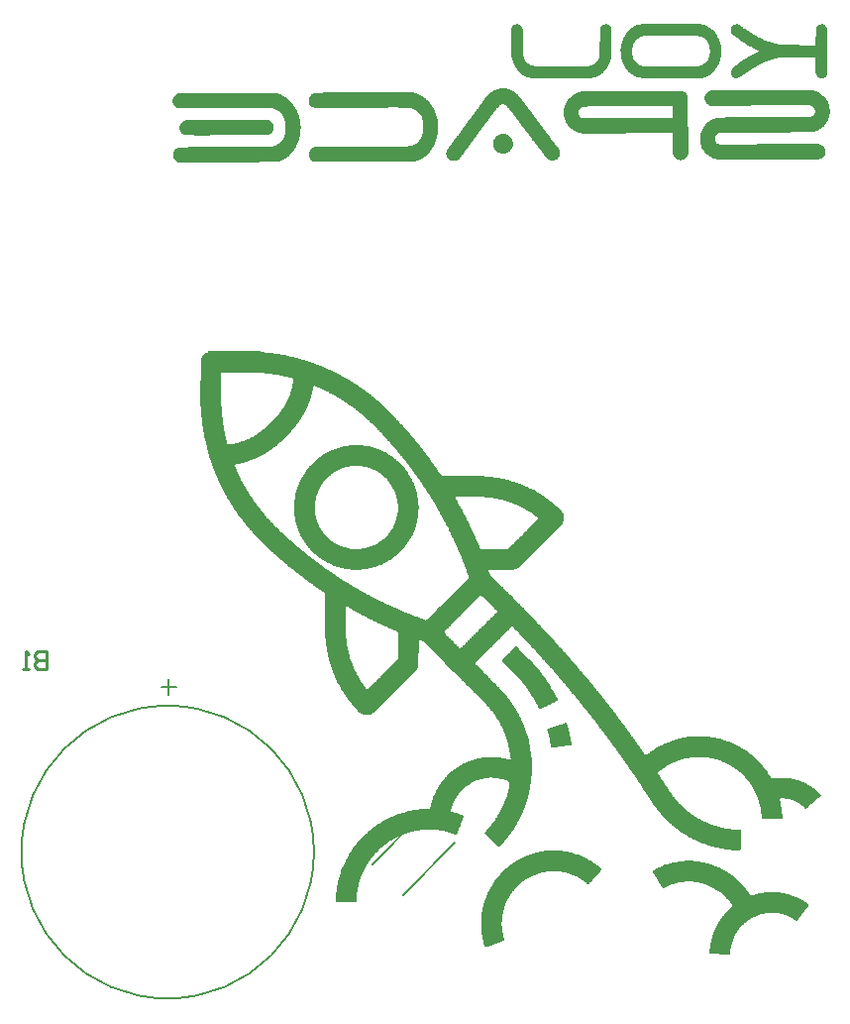
<source format=gbo>
G04*
G04 #@! TF.GenerationSoftware,Altium Limited,Altium Designer,22.9.1 (49)*
G04*
G04 Layer_Color=32896*
%FSLAX25Y25*%
%MOIN*%
G70*
G04*
G04 #@! TF.SameCoordinates,F91FD0B8-2741-413C-87D7-DF85A8DA950D*
G04*
G04*
G04 #@! TF.FilePolarity,Positive*
G04*
G01*
G75*
%ADD10C,0.00787*%
%ADD13C,0.00500*%
%ADD14C,0.01000*%
G36*
X265378Y338500D02*
X265688Y338469D01*
X265781Y338438D01*
X265967Y338407D01*
X266029Y338345D01*
X266184Y338283D01*
X266246Y338252D01*
X266339Y338159D01*
X266494Y338066D01*
X266788Y337772D01*
X266819Y337710D01*
X266912Y337617D01*
X267067Y337276D01*
X267145Y337074D01*
X267191Y336904D01*
X267222Y336594D01*
X267191Y321903D01*
X267098Y321686D01*
X267067Y321562D01*
X266881Y321221D01*
X266788Y321128D01*
X266757Y321066D01*
X266432Y320741D01*
X266277Y320648D01*
X266215Y320586D01*
X266044Y320539D01*
X265998Y320493D01*
X265781Y320431D01*
X265254Y320338D01*
X264898Y320384D01*
X264774Y320415D01*
X264588Y320446D01*
X264479Y320493D01*
X264200Y320648D01*
X263921Y320865D01*
X263813Y320942D01*
X263782Y321004D01*
X263658Y321128D01*
X263627Y321190D01*
X263503Y321376D01*
X263348Y321717D01*
X263301Y321981D01*
X263270Y322135D01*
X263240Y327373D01*
X263085Y327435D01*
X252299Y327404D01*
X252206Y327373D01*
X251849Y327327D01*
X251570Y327296D01*
X251199Y327265D01*
X250857Y327203D01*
X250733Y327172D01*
X250548Y327141D01*
X250300Y327110D01*
X250176Y327079D01*
X250005Y327032D01*
X249881Y327002D01*
X249664Y326971D01*
X249540Y326940D01*
X249385Y326877D01*
X249261Y326847D01*
X249029Y326800D01*
X248874Y326738D01*
X248704Y326692D01*
X248471Y326645D01*
X248301Y326568D01*
X248177Y326537D01*
X248006Y326490D01*
X247836Y326413D01*
X247712Y326382D01*
X247541Y326335D01*
X247495Y326289D01*
X247371Y326258D01*
X247200Y326211D01*
X246937Y326103D01*
X246735Y326025D01*
X246565Y325948D01*
X246394Y325901D01*
X246193Y325793D01*
X246023Y325746D01*
X245945Y325669D01*
X245744Y325622D01*
X245542Y325514D01*
X245341Y325436D01*
X245294Y325390D01*
X245093Y325312D01*
X244891Y325204D01*
X244736Y325142D01*
X244674Y325080D01*
X244550Y325049D01*
X244395Y324956D01*
X244240Y324894D01*
X244178Y324863D01*
X244116Y324801D01*
X243961Y324739D01*
X243899Y324708D01*
X243744Y324615D01*
X243280Y324367D01*
X243063Y324243D01*
X242784Y324088D01*
X242722Y324026D01*
X242567Y323964D01*
X242505Y323902D01*
X242071Y323654D01*
X242009Y323592D01*
X241575Y323344D01*
X241513Y323282D01*
X241296Y323158D01*
X240955Y322941D01*
X240893Y322910D01*
X240800Y322817D01*
X240707Y322786D01*
X240614Y322693D01*
X240397Y322569D01*
X240180Y322414D01*
X239793Y322151D01*
X239529Y321981D01*
X239467Y321919D01*
X239405Y321887D01*
X239343Y321826D01*
X239126Y321702D01*
X239064Y321640D01*
X238909Y321547D01*
X238847Y321485D01*
X238692Y321392D01*
X238631Y321330D01*
X238475Y321237D01*
X238414Y321175D01*
X238351Y321144D01*
X238290Y321082D01*
X238228Y321051D01*
X237949Y320865D01*
X237933Y320849D01*
X237825Y320741D01*
X237670Y320648D01*
X237267Y320462D01*
X237143Y320431D01*
X236941Y320384D01*
X236755Y320353D01*
X236492Y320338D01*
X236399Y320369D01*
X236027Y320431D01*
X235872Y320493D01*
X235531Y320679D01*
X235469Y320741D01*
X235407Y320772D01*
X235283Y320896D01*
X235237Y320911D01*
X235206Y320973D01*
X235051Y321128D01*
X235020Y321190D01*
X234927Y321283D01*
X234896Y321376D01*
X234803Y321531D01*
X234772Y321655D01*
X234710Y321810D01*
X234648Y322058D01*
X234679Y322802D01*
X234803Y323081D01*
X234989Y323391D01*
X235082Y323484D01*
X235113Y323546D01*
X235562Y323995D01*
X235624Y324026D01*
X235748Y324150D01*
X235810Y324181D01*
X235903Y324274D01*
X236058Y324367D01*
X236120Y324429D01*
X236182Y324460D01*
X236352Y324599D01*
X236461Y324677D01*
X236523Y324739D01*
X236678Y324832D01*
X236740Y324894D01*
X236802Y324925D01*
X236895Y325018D01*
X236957Y325049D01*
X237127Y325188D01*
X237298Y325297D01*
X237360Y325359D01*
X237422Y325390D01*
X237515Y325483D01*
X237670Y325576D01*
X237732Y325638D01*
X237887Y325731D01*
X237949Y325793D01*
X238104Y325886D01*
X238166Y325948D01*
X238321Y326041D01*
X238538Y326196D01*
X238847Y326413D01*
X238909Y326444D01*
X238971Y326506D01*
X239126Y326599D01*
X239343Y326723D01*
X239436Y326816D01*
X239653Y326940D01*
X239994Y327156D01*
X240056Y327187D01*
X240118Y327249D01*
X240273Y327311D01*
X240335Y327373D01*
X240614Y327528D01*
X240831Y327652D01*
X240893Y327714D01*
X241017Y327745D01*
X241110Y327838D01*
X241311Y327916D01*
X241389Y327993D01*
X241544Y328055D01*
X241730Y328179D01*
X241823Y328210D01*
X241885Y328272D01*
X242040Y328334D01*
X242102Y328365D01*
X242164Y328427D01*
X242365Y328505D01*
X242567Y328613D01*
X242722Y328706D01*
X243001Y328861D01*
X243156Y328923D01*
X243310Y329016D01*
X243465Y329078D01*
X243620Y329171D01*
X243776Y329233D01*
X243837Y329264D01*
X244101Y329403D01*
X244070Y329497D01*
X243915Y329558D01*
X243713Y329667D01*
X243373Y329822D01*
X243310Y329853D01*
X243249Y329915D01*
X243001Y330008D01*
X242939Y330070D01*
X242737Y330147D01*
X242660Y330225D01*
X242458Y330302D01*
X242412Y330349D01*
X242257Y330411D01*
X242102Y330504D01*
X241544Y330814D01*
X241327Y330938D01*
X241048Y331093D01*
X240831Y331217D01*
X240552Y331372D01*
X240490Y331434D01*
X239839Y331805D01*
X239777Y331868D01*
X239560Y331992D01*
X239343Y332146D01*
X239126Y332270D01*
X239064Y332332D01*
X238909Y332425D01*
X238692Y332549D01*
X238599Y332642D01*
X238538Y332673D01*
X238444Y332766D01*
X238228Y332890D01*
X238057Y333030D01*
X237887Y333138D01*
X237391Y333510D01*
X237096Y333712D01*
X237019Y333789D01*
X236957Y333820D01*
X236786Y333960D01*
X236554Y334130D01*
X236492Y334161D01*
X236399Y334254D01*
X236337Y334285D01*
X236244Y334378D01*
X236182Y334409D01*
X236012Y334548D01*
X235841Y334657D01*
X235779Y334719D01*
X235717Y334750D01*
X235593Y334874D01*
X235531Y334905D01*
X235082Y335354D01*
X235051Y335416D01*
X234927Y335540D01*
X234896Y335633D01*
X234834Y335695D01*
X234725Y335990D01*
X234679Y336129D01*
X234648Y336346D01*
X234679Y336997D01*
X234772Y337214D01*
X234803Y337338D01*
X234834Y337400D01*
X234927Y337555D01*
X234958Y337617D01*
X235051Y337710D01*
X235082Y337772D01*
X235237Y337927D01*
X235252Y337973D01*
X235314Y338004D01*
X235438Y338128D01*
X235500Y338159D01*
X235686Y338283D01*
X236027Y338438D01*
X236321Y338485D01*
X236569Y338516D01*
X236678Y338531D01*
X236771Y338500D01*
X237065Y338454D01*
X237220Y338423D01*
X237375Y338361D01*
X237422Y338314D01*
X237592Y338268D01*
X237639Y338221D01*
X237701Y338190D01*
X237918Y338035D01*
X238444Y337663D01*
X238507Y337632D01*
X238599Y337539D01*
X238662Y337508D01*
X238723Y337446D01*
X238785Y337415D01*
X239219Y337105D01*
X239374Y337012D01*
X239436Y336950D01*
X239591Y336858D01*
X239653Y336795D01*
X239808Y336702D01*
X240025Y336547D01*
X240242Y336424D01*
X240304Y336362D01*
X240459Y336269D01*
X240521Y336207D01*
X240614Y336176D01*
X240676Y336114D01*
X240738Y336083D01*
X241125Y335819D01*
X241373Y335664D01*
X241420Y335618D01*
X241637Y335494D01*
X241947Y335308D01*
X242009Y335277D01*
X242195Y335153D01*
X242257Y335122D01*
X242319Y335060D01*
X242598Y334905D01*
X242815Y334781D01*
X243094Y334626D01*
X243310Y334502D01*
X243652Y334316D01*
X244178Y334037D01*
X244643Y333820D01*
X244798Y333727D01*
X244953Y333665D01*
X245294Y333510D01*
X245356Y333479D01*
X245418Y333417D01*
X245542Y333386D01*
X245697Y333324D01*
X245914Y333231D01*
X246255Y333076D01*
X246410Y333014D01*
X246627Y332921D01*
X246751Y332890D01*
X247030Y332766D01*
X247154Y332735D01*
X247216Y332673D01*
X247417Y332627D01*
X247665Y332534D01*
X247805Y332487D01*
X247975Y332441D01*
X248146Y332363D01*
X248270Y332332D01*
X248440Y332286D01*
X248641Y332208D01*
X248967Y332131D01*
X249168Y332053D01*
X249401Y332007D01*
X249757Y331898D01*
X250021Y331852D01*
X250145Y331821D01*
X250315Y331774D01*
X250439Y331744D01*
X250796Y331697D01*
X251044Y331635D01*
X251462Y331589D01*
X252035Y331511D01*
X252314Y331480D01*
X252903Y331449D01*
X263146Y331434D01*
X263255Y331511D01*
X263286Y336873D01*
X263317Y336966D01*
X263394Y337291D01*
X263441Y337338D01*
X263503Y337493D01*
X263534Y337555D01*
X263596Y337617D01*
X263627Y337679D01*
X263766Y337849D01*
X263813Y337896D01*
X263844Y337958D01*
X263952Y338035D01*
X264045Y338128D01*
X264200Y338221D01*
X264262Y338283D01*
X264433Y338330D01*
X264479Y338376D01*
X264696Y338438D01*
X264960Y338485D01*
X265285Y338531D01*
X265378Y338500D01*
D02*
G37*
G36*
X192760D02*
X193070Y338469D01*
X193163Y338438D01*
X193349Y338407D01*
X193411Y338345D01*
X193566Y338283D01*
X193721Y338190D01*
X193891Y338051D01*
X193938Y338004D01*
X194000Y337973D01*
X194170Y337803D01*
X194201Y337741D01*
X194294Y337648D01*
X194418Y337431D01*
X194480Y337276D01*
X194511Y337152D01*
X194573Y336997D01*
X194604Y336873D01*
X194573Y328288D01*
X194542Y328195D01*
X194511Y328071D01*
X194480Y327761D01*
X194433Y327466D01*
X194356Y327203D01*
X194325Y327079D01*
X194294Y326831D01*
X194201Y326614D01*
X194123Y326289D01*
X194046Y326118D01*
X194000Y325917D01*
X193953Y325808D01*
X193891Y325653D01*
X193860Y325529D01*
X193829Y325467D01*
X193736Y325312D01*
X193690Y325142D01*
X193643Y325095D01*
X193581Y324940D01*
X193333Y324476D01*
X193178Y324197D01*
X193054Y323980D01*
X192992Y323918D01*
X192961Y323825D01*
X192806Y323608D01*
X192775Y323546D01*
X192682Y323453D01*
X192651Y323391D01*
X192434Y323112D01*
X192295Y322941D01*
X192248Y322895D01*
X192217Y322833D01*
X191938Y322554D01*
X191907Y322492D01*
X191814Y322430D01*
X191799Y322383D01*
X191737Y322352D01*
X191427Y322042D01*
X191365Y322011D01*
X191148Y321795D01*
X191086Y321763D01*
X191009Y321717D01*
X190993Y321671D01*
X190838Y321578D01*
X190776Y321516D01*
X190621Y321423D01*
X190559Y321361D01*
X190125Y321113D01*
X189784Y320927D01*
X189691Y320896D01*
X189490Y320818D01*
X189443Y320772D01*
X189196Y320710D01*
X188979Y320617D01*
X188855Y320586D01*
X188622Y320539D01*
X188359Y320462D01*
X187739Y320400D01*
X187615Y320369D01*
X187212Y320338D01*
X168166Y320353D01*
X168151Y320369D01*
X167531Y320400D01*
X167438Y320431D01*
X167004Y320462D01*
X166849Y320524D01*
X166601Y320586D01*
X166415Y320617D01*
X166136Y320741D01*
X165981Y320772D01*
X165919Y320834D01*
X165625Y320942D01*
X165485Y321020D01*
X165082Y321237D01*
X165020Y321299D01*
X164803Y321423D01*
X164602Y321531D01*
X164586Y321578D01*
X164524Y321609D01*
X164354Y321748D01*
X164183Y321856D01*
X164091Y321950D01*
X164029Y321981D01*
X163936Y322074D01*
X163874Y322104D01*
X163827Y322151D01*
X163812Y322197D01*
X163750Y322228D01*
X163207Y322771D01*
X163192Y322817D01*
X163130Y322848D01*
X163052Y322957D01*
X162959Y323050D01*
X162928Y323112D01*
X162866Y323174D01*
X162835Y323236D01*
X162773Y323298D01*
X162742Y323360D01*
X162649Y323453D01*
X162618Y323515D01*
X162525Y323608D01*
X162401Y323825D01*
X162246Y324042D01*
X162122Y324258D01*
X161968Y324537D01*
X161782Y324878D01*
X161750Y324971D01*
X161441Y325653D01*
X161394Y325824D01*
X161348Y325870D01*
X161286Y326118D01*
X161208Y326320D01*
X161162Y326459D01*
X161100Y326738D01*
X161038Y326893D01*
X161007Y327017D01*
X160976Y327265D01*
X160945Y327358D01*
X160883Y327575D01*
X160852Y327792D01*
X160805Y328179D01*
X160774Y328334D01*
X160743Y328582D01*
X160712Y329109D01*
X160697Y336625D01*
X160728Y336718D01*
X160759Y337028D01*
X160852Y337245D01*
X160883Y337369D01*
X161007Y337555D01*
X161100Y337710D01*
X161162Y337772D01*
X161193Y337834D01*
X161363Y338004D01*
X161425Y338035D01*
X161549Y338159D01*
X161611Y338190D01*
X161673Y338252D01*
X161874Y338330D01*
X162014Y338407D01*
X162138Y338438D01*
X162401Y338485D01*
X162649Y338516D01*
X162758Y338531D01*
X162851Y338500D01*
X163161Y338469D01*
X163254Y338438D01*
X163440Y338407D01*
X163595Y338314D01*
X163812Y338190D01*
X163982Y338082D01*
X163998Y338035D01*
X164059Y338004D01*
X164261Y337803D01*
X164292Y337741D01*
X164416Y337617D01*
X164447Y337493D01*
X164540Y337400D01*
X164602Y337152D01*
X164664Y336997D01*
X164695Y336873D01*
X164726Y336470D01*
X164757Y328536D01*
X164788Y328443D01*
X164850Y328071D01*
X164881Y327947D01*
X164912Y327699D01*
X164974Y327544D01*
X165005Y327420D01*
X165051Y327218D01*
X165098Y327172D01*
X165160Y326955D01*
X165408Y326490D01*
X165532Y326273D01*
X165594Y326211D01*
X165687Y326056D01*
X165749Y325994D01*
X165842Y325839D01*
X166322Y325359D01*
X166384Y325328D01*
X166554Y325188D01*
X166663Y325111D01*
X166880Y324987D01*
X166942Y324925D01*
X167345Y324739D01*
X167624Y324615D01*
X167872Y324553D01*
X168027Y324491D01*
X168151Y324460D01*
X168988Y324367D01*
X169112Y324336D01*
X186561Y324367D01*
X186654Y324398D01*
X187289Y324476D01*
X187537Y324569D01*
X187661Y324599D01*
X187816Y324630D01*
X188018Y324739D01*
X188142Y324770D01*
X188204Y324832D01*
X188266Y324863D01*
X188483Y324987D01*
X188917Y325297D01*
X188979Y325359D01*
X189041Y325390D01*
X189164Y325514D01*
X189226Y325545D01*
X189304Y325653D01*
X189397Y325715D01*
X189428Y325777D01*
X189552Y325901D01*
X189583Y325963D01*
X189862Y326366D01*
X189955Y326521D01*
X190172Y326986D01*
X190296Y327265D01*
X190373Y327590D01*
X190451Y327792D01*
X190482Y328164D01*
X190513Y328257D01*
X190559Y328458D01*
X190590Y328737D01*
X190621Y336734D01*
X190652Y336919D01*
X190730Y337183D01*
X190761Y337307D01*
X190792Y337369D01*
X190916Y337555D01*
X191009Y337710D01*
X191071Y337772D01*
X191102Y337834D01*
X191272Y338004D01*
X191334Y338035D01*
X191396Y338128D01*
X191551Y338221D01*
X192016Y338438D01*
X192310Y338485D01*
X192558Y338516D01*
X192667Y338531D01*
X192760Y338500D01*
D02*
G37*
G36*
X224001D02*
X224683Y338469D01*
X224776Y338438D01*
X225210Y338407D01*
X225365Y338345D01*
X225489Y338314D01*
X225815Y338237D01*
X226016Y338159D01*
X226140Y338128D01*
X226419Y338004D01*
X226620Y337927D01*
X226667Y337880D01*
X226822Y337818D01*
X226884Y337787D01*
X226946Y337725D01*
X227147Y337648D01*
X227225Y337570D01*
X227535Y337384D01*
X227597Y337353D01*
X227690Y337260D01*
X227752Y337229D01*
X227845Y337136D01*
X227907Y337105D01*
X228077Y336966D01*
X228186Y336889D01*
X228279Y336795D01*
X228341Y336765D01*
X228620Y336486D01*
X228681Y336455D01*
X228744Y336362D01*
X228805Y336331D01*
X228883Y336222D01*
X228929Y336176D01*
X228976Y336160D01*
X229007Y336098D01*
X229131Y335974D01*
X229162Y335912D01*
X229286Y335788D01*
X229317Y335726D01*
X229410Y335633D01*
X229441Y335571D01*
X229534Y335478D01*
X229565Y335416D01*
X229704Y335246D01*
X230030Y334734D01*
X230123Y334579D01*
X230247Y334363D01*
X230433Y334021D01*
X230495Y333867D01*
X230619Y333588D01*
X230774Y333247D01*
X230805Y333123D01*
X230928Y332844D01*
X230960Y332689D01*
X231052Y332472D01*
X231130Y332146D01*
X231207Y331945D01*
X231254Y331650D01*
X231300Y331480D01*
X231362Y331232D01*
X231393Y330798D01*
X231424Y330705D01*
X231455Y330581D01*
X231486Y330271D01*
X231517Y329682D01*
X231486Y328443D01*
X231455Y328350D01*
X231409Y328086D01*
X231362Y327668D01*
X231285Y327342D01*
X231239Y327172D01*
X231192Y326877D01*
X231130Y326723D01*
X231083Y326552D01*
X231037Y326351D01*
X230975Y326196D01*
X230928Y326056D01*
X230882Y325886D01*
X230774Y325622D01*
X230696Y325421D01*
X230650Y325374D01*
X230619Y325250D01*
X230557Y325095D01*
X230495Y325033D01*
X230448Y324863D01*
X230309Y324630D01*
X230278Y324537D01*
X230216Y324476D01*
X230138Y324274D01*
X230061Y324197D01*
X229813Y323763D01*
X229751Y323701D01*
X229658Y323546D01*
X229596Y323484D01*
X229503Y323329D01*
X229441Y323267D01*
X229363Y323127D01*
X229317Y323112D01*
X229286Y323050D01*
X229162Y322926D01*
X229131Y322864D01*
X228976Y322709D01*
X228960Y322662D01*
X228899Y322631D01*
X228852Y322585D01*
X228821Y322523D01*
X228650Y322352D01*
X228589Y322321D01*
X228526Y322228D01*
X228465Y322197D01*
X228186Y321919D01*
X228124Y321887D01*
X228000Y321763D01*
X227938Y321732D01*
X227845Y321640D01*
X227690Y321547D01*
X227628Y321485D01*
X227473Y321392D01*
X227256Y321268D01*
X227194Y321206D01*
X226977Y321082D01*
X226822Y321020D01*
X226760Y320989D01*
X226698Y320927D01*
X226574Y320896D01*
X226419Y320834D01*
X226202Y320741D01*
X225907Y320632D01*
X225737Y320586D01*
X225551Y320555D01*
X225396Y320493D01*
X225024Y320431D01*
X224575Y320384D01*
X224156Y320338D01*
X204723Y320369D01*
X204630Y320400D01*
X204088Y320446D01*
X203902Y320477D01*
X203639Y320555D01*
X203282Y320632D01*
X203112Y320710D01*
X202988Y320741D01*
X202833Y320803D01*
X202616Y320896D01*
X202151Y321144D01*
X201717Y321392D01*
X201655Y321454D01*
X201500Y321547D01*
X201438Y321609D01*
X201283Y321702D01*
X201221Y321763D01*
X201159Y321795D01*
X201066Y321887D01*
X201004Y321919D01*
X200834Y322058D01*
X200663Y322228D01*
X200601Y322259D01*
X200555Y322306D01*
X200539Y322352D01*
X200477Y322383D01*
X200276Y322585D01*
X200245Y322647D01*
X200136Y322724D01*
X200059Y322833D01*
X199935Y322957D01*
X199919Y323003D01*
X199873Y323019D01*
X199842Y323081D01*
X199702Y323251D01*
X199625Y323360D01*
X199563Y323422D01*
X199532Y323484D01*
X199377Y323701D01*
X199346Y323763D01*
X199253Y323856D01*
X199005Y324289D01*
X198943Y324352D01*
X198912Y324476D01*
X198850Y324537D01*
X198819Y324599D01*
X198633Y325002D01*
X198540Y325157D01*
X198509Y325250D01*
X198432Y325452D01*
X198385Y325498D01*
X198354Y325622D01*
X198277Y325824D01*
X198199Y325994D01*
X198168Y326180D01*
X198137Y326211D01*
Y326242D01*
X198044Y326459D01*
X198013Y326707D01*
X197920Y326924D01*
X197889Y327141D01*
X197843Y327311D01*
X197812Y327435D01*
X197765Y327606D01*
X197734Y328009D01*
X197703Y328133D01*
X197657Y328396D01*
X197626Y328675D01*
X197610Y330178D01*
X197641Y330271D01*
X197672Y330643D01*
X197703Y330736D01*
X197734Y330953D01*
X197781Y331341D01*
X197858Y331604D01*
X197889Y331728D01*
X197920Y331976D01*
X197982Y332131D01*
X198044Y332348D01*
X198075Y332534D01*
X198199Y332813D01*
X198230Y332968D01*
X198354Y333247D01*
X198385Y333371D01*
X198509Y333650D01*
X199005Y334610D01*
X199067Y334672D01*
X199098Y334796D01*
X199191Y334889D01*
X199315Y335106D01*
X199377Y335168D01*
X199470Y335323D01*
X199888Y335897D01*
X199935Y335912D01*
X199966Y335974D01*
X200121Y336129D01*
X200152Y336191D01*
X200198Y336238D01*
X200245Y336253D01*
X200276Y336315D01*
X200632Y336671D01*
X200694Y336702D01*
X200756Y336795D01*
X200818Y336826D01*
X200942Y336950D01*
X201004Y336981D01*
X201128Y337105D01*
X201190Y337136D01*
X201283Y337229D01*
X201438Y337322D01*
X201500Y337384D01*
X201655Y337477D01*
X201717Y337539D01*
X201810Y337570D01*
X201996Y337694D01*
X202151Y337787D01*
X202306Y337849D01*
X202368Y337880D01*
X202430Y337942D01*
X202724Y338051D01*
X202895Y338128D01*
X203096Y338175D01*
X203236Y338252D01*
X203360Y338283D01*
X203577Y338314D01*
X203731Y338376D01*
X204103Y338438D01*
X204553Y338485D01*
X204832Y338516D01*
X223908Y338531D01*
X224001Y338500D01*
D02*
G37*
G36*
X78827Y306298D02*
X79106Y306267D01*
X79385Y306143D01*
X79509Y306112D01*
X79602Y306019D01*
X79725Y305988D01*
X79849Y305864D01*
X79912Y305833D01*
X80082Y305693D01*
X80361Y305414D01*
X80392Y305352D01*
X80516Y305228D01*
X80826Y304577D01*
X80857Y304361D01*
X80888Y304268D01*
X80919Y304144D01*
X80950Y303834D01*
X80919Y303338D01*
X80857Y303183D01*
X80779Y302826D01*
X80733Y302780D01*
X80671Y302625D01*
X80578Y302470D01*
X80423Y302253D01*
X80283Y302082D01*
X80237Y302036D01*
X80206Y301974D01*
X80098Y301866D01*
X80036Y301835D01*
X79912Y301711D01*
X79849Y301680D01*
X79633Y301525D01*
X79540Y301494D01*
X79478Y301432D01*
X79230Y301370D01*
X79013Y301277D01*
X78796Y301246D01*
X77928Y301215D01*
X70086Y301184D01*
X69994Y301153D01*
X59456Y301122D01*
X59332Y301091D01*
X57131D01*
X51118Y301122D01*
X50839Y301246D01*
X50684Y301277D01*
X50622Y301339D01*
X50344Y301494D01*
X50126Y301649D01*
X49941Y301835D01*
X49894Y301850D01*
X49863Y301912D01*
X49708Y302067D01*
X49677Y302129D01*
X49584Y302222D01*
X49553Y302315D01*
X49429Y302501D01*
X49398Y302625D01*
X49305Y302842D01*
X49274Y302966D01*
X49228Y303198D01*
X49197Y303384D01*
X49181Y303896D01*
X49212Y303989D01*
X49274Y304361D01*
X49305Y304485D01*
X49429Y304764D01*
X49522Y304918D01*
X49724Y305213D01*
X49879Y305399D01*
X50064Y305585D01*
X50126Y305616D01*
X50220Y305709D01*
X50282Y305740D01*
X50375Y305833D01*
X50777Y306019D01*
X51087Y306143D01*
X51583Y306174D01*
X51707Y306205D01*
X57983Y306251D01*
X63314Y306282D01*
X73852Y306313D01*
X78734Y306329D01*
X78827Y306298D01*
D02*
G37*
G36*
X158543Y301587D02*
X158636Y301556D01*
X158992Y301509D01*
X159162Y301432D01*
X159286Y301401D01*
X159751Y301153D01*
X159968Y301029D01*
X159984Y301013D01*
X160061Y300936D01*
X160123Y300905D01*
X160247Y300781D01*
X160309Y300750D01*
X160418Y300641D01*
X160449Y300579D01*
X160697Y300331D01*
X160790Y300176D01*
X160852Y300114D01*
X161162Y299464D01*
X161208Y299293D01*
X161286Y299092D01*
X161332Y298549D01*
X161348Y298100D01*
X161317Y298007D01*
X161286Y297511D01*
X161255Y297418D01*
X161162Y297201D01*
X161131Y297015D01*
X161007Y296829D01*
X160976Y296705D01*
X160883Y296612D01*
X160759Y296395D01*
X160542Y296116D01*
X160387Y295961D01*
X160371Y295915D01*
X160309Y295884D01*
X160154Y295729D01*
X160092Y295698D01*
X159999Y295605D01*
X159844Y295512D01*
X159782Y295450D01*
X159658Y295419D01*
X159565Y295326D01*
X159441Y295295D01*
X159162Y295171D01*
X159039Y295140D01*
X158837Y295093D01*
X158698Y295047D01*
X158574Y295016D01*
X157768Y294985D01*
X157675Y295016D01*
X157334Y295047D01*
X157179Y295109D01*
X156853Y295186D01*
X156420Y295403D01*
X156172Y295558D01*
X155986Y295682D01*
X155908Y295760D01*
X155846Y295791D01*
X155490Y296147D01*
X155459Y296209D01*
X155366Y296302D01*
X155273Y296457D01*
X155211Y296519D01*
X154901Y297170D01*
X154870Y297356D01*
X154808Y297511D01*
X154777Y297635D01*
X154746Y297945D01*
X154777Y299030D01*
X154808Y299123D01*
X154870Y299278D01*
X154901Y299401D01*
X154947Y299572D01*
X155025Y299711D01*
X155087Y299866D01*
X155211Y300052D01*
X155304Y300207D01*
X155443Y300378D01*
X155490Y300424D01*
X155521Y300486D01*
X155877Y300843D01*
X155924Y300858D01*
X155939Y300905D01*
X156001Y300936D01*
X156172Y301075D01*
X156342Y301184D01*
X156807Y301401D01*
X156931Y301432D01*
X157148Y301525D01*
X157458Y301556D01*
X157582Y301587D01*
X157985Y301618D01*
X158543Y301587D01*
D02*
G37*
G36*
X261008Y316340D02*
X261721Y316309D01*
X261814Y316278D01*
X262279Y316247D01*
X262434Y316185D01*
X262682Y316123D01*
X262914Y316076D01*
X263085Y315999D01*
X263364Y315937D01*
X263425Y315875D01*
X263642Y315813D01*
X263983Y315658D01*
X264045Y315627D01*
X264107Y315565D01*
X264309Y315487D01*
X264355Y315441D01*
X264417Y315410D01*
X264634Y315286D01*
X264929Y315084D01*
X265099Y314976D01*
X265270Y314836D01*
X265378Y314759D01*
X265502Y314635D01*
X265564Y314604D01*
X265812Y314356D01*
X265874Y314325D01*
X265920Y314279D01*
X265936Y314232D01*
X265998Y314201D01*
X266044Y314155D01*
X266075Y314093D01*
X266323Y313845D01*
X266354Y313783D01*
X266478Y313659D01*
X266509Y313597D01*
X266602Y313504D01*
X266633Y313442D01*
X266788Y313225D01*
X266819Y313163D01*
X266912Y313070D01*
X266943Y312946D01*
X267036Y312853D01*
X267315Y312326D01*
X267377Y312171D01*
X267501Y311892D01*
X267579Y311691D01*
X267656Y311520D01*
X267687Y311334D01*
X267780Y311117D01*
X267811Y310993D01*
X267858Y310699D01*
X267904Y310528D01*
X267935Y310404D01*
X267966Y309908D01*
X267997Y309506D01*
X267966Y308235D01*
X267935Y308142D01*
X267904Y307894D01*
X267842Y307739D01*
X267780Y307336D01*
X267687Y307119D01*
X267641Y306918D01*
X267594Y306809D01*
X267532Y306654D01*
X267455Y306453D01*
X267408Y306406D01*
X267300Y306112D01*
X267253Y306065D01*
X267191Y305910D01*
X267160Y305848D01*
X267098Y305786D01*
X267036Y305631D01*
X266912Y305445D01*
X266881Y305383D01*
X266819Y305321D01*
X266788Y305259D01*
X266711Y305120D01*
X266664Y305104D01*
X266633Y305042D01*
X266494Y304872D01*
X266370Y304686D01*
X266292Y304608D01*
X266277Y304562D01*
X266215Y304531D01*
X266137Y304422D01*
X265626Y303911D01*
X265564Y303880D01*
X265440Y303756D01*
X265378Y303725D01*
X265285Y303632D01*
X265223Y303601D01*
X265130Y303508D01*
X264975Y303415D01*
X264913Y303353D01*
X264696Y303229D01*
X264231Y302950D01*
X263766Y302733D01*
X263425Y302578D01*
X263255Y302532D01*
X263209Y302485D01*
X263007Y302439D01*
X262852Y302408D01*
X262651Y302330D01*
X262527Y302299D01*
X262201Y302253D01*
X262046Y302222D01*
X261922Y302191D01*
X261504Y302145D01*
X248223Y302067D01*
X244597Y302036D01*
X239235Y302005D01*
X231115Y301974D01*
X230820Y301927D01*
X230665Y301866D01*
X230541Y301835D01*
X230479Y301803D01*
X230293Y301680D01*
X230200Y301649D01*
X230076Y301525D01*
X230014Y301494D01*
X229844Y301323D01*
X229828Y301277D01*
X229766Y301246D01*
X229642Y301060D01*
X229596Y301013D01*
X229441Y300672D01*
X229379Y300424D01*
X229348Y300331D01*
X229317Y300207D01*
X229348Y299525D01*
X229410Y299371D01*
X229441Y299247D01*
X229627Y298906D01*
X229720Y298813D01*
X229751Y298751D01*
X230076Y298425D01*
X230138Y298394D01*
X230231Y298301D01*
X230433Y298224D01*
X230572Y298146D01*
X230696Y298115D01*
X230898Y298069D01*
X231021Y298038D01*
X234508Y298022D01*
X234601Y298053D01*
X243450Y298100D01*
X243589Y298115D01*
X243620D01*
X259365Y298146D01*
X259458Y298177D01*
X263069Y298193D01*
X264247Y298162D01*
X264727Y298084D01*
X265006Y297960D01*
X265161Y297867D01*
X265378Y297743D01*
X265440Y297681D01*
X265502Y297650D01*
X265626Y297526D01*
X265688Y297495D01*
X265859Y297325D01*
X265890Y297263D01*
X266014Y297139D01*
X266106Y296984D01*
X266261Y296705D01*
X266323Y296550D01*
X266370Y296349D01*
X266447Y296147D01*
X266478Y295744D01*
X266447Y295062D01*
X266354Y294845D01*
X266292Y294598D01*
X266168Y294411D01*
X266137Y294319D01*
X266075Y294257D01*
X266044Y294195D01*
X265905Y294024D01*
X265750Y293838D01*
X265533Y293621D01*
X265471Y293590D01*
X265378Y293497D01*
X265223Y293404D01*
X264820Y293218D01*
X264696Y293187D01*
X264541Y293125D01*
X264417Y293094D01*
X264107Y293063D01*
X260651Y293048D01*
X259148Y293063D01*
X259055Y293032D01*
X250191Y293001D01*
X250098Y292970D01*
X239514Y292924D01*
X230696Y292908D01*
X230603Y292939D01*
X230293Y292970D01*
X230200Y293001D01*
X229828Y293063D01*
X229627Y293110D01*
X229472Y293172D01*
X229348Y293203D01*
X229193Y293234D01*
X229038Y293296D01*
X228836Y293373D01*
X228713Y293404D01*
X228433Y293528D01*
X228372Y293559D01*
X227969Y293776D01*
X227535Y294024D01*
X227473Y294086D01*
X227318Y294179D01*
X226899Y294474D01*
X226884Y294520D01*
X226822Y294551D01*
X226667Y294706D01*
X226605Y294737D01*
X226543Y294830D01*
X226481Y294861D01*
X226279Y295062D01*
X226249Y295124D01*
X226155Y295186D01*
X226125Y295248D01*
X226000Y295372D01*
X225970Y295434D01*
X225846Y295558D01*
X225815Y295620D01*
X225722Y295713D01*
X225629Y295868D01*
X225567Y295930D01*
X225474Y296085D01*
X225350Y296302D01*
X225288Y296364D01*
X225226Y296519D01*
X225133Y296674D01*
X224947Y297077D01*
X224916Y297139D01*
X224823Y297356D01*
X224668Y297759D01*
X224637Y297945D01*
X224544Y298162D01*
X224466Y298611D01*
X224435Y298735D01*
X224404Y298890D01*
X224373Y299293D01*
X224358Y300610D01*
X224389Y300703D01*
X224420Y301168D01*
X224482Y301323D01*
X224559Y301803D01*
X224637Y301974D01*
X224668Y302098D01*
X224714Y302299D01*
X224823Y302563D01*
X224885Y302718D01*
X224978Y302935D01*
X225226Y303400D01*
X225381Y303679D01*
X225505Y303896D01*
X225567Y303958D01*
X225660Y304113D01*
X225954Y304500D01*
X226000Y304546D01*
X226031Y304608D01*
X226186Y304764D01*
X226202Y304810D01*
X226264Y304841D01*
X226310Y304887D01*
X226342Y304949D01*
X226512Y305120D01*
X226574Y305151D01*
X226636Y305244D01*
X226698Y305275D01*
X226853Y305430D01*
X226915Y305461D01*
X227008Y305554D01*
X227070Y305585D01*
X227163Y305678D01*
X227225Y305709D01*
X227395Y305848D01*
X227504Y305895D01*
X227597Y305988D01*
X227752Y306050D01*
X227845Y306143D01*
X227969Y306174D01*
X228031Y306236D01*
X228093Y306267D01*
X228248Y306329D01*
X228310Y306360D01*
X228372Y306422D01*
X228496Y306453D01*
X228836Y306608D01*
X228960Y306639D01*
X229177Y306732D01*
X229301Y306763D01*
X229503Y306840D01*
X229673Y306887D01*
X229937Y306933D01*
X230061Y306964D01*
X230231Y307011D01*
X230448Y307042D01*
X231115Y307088D01*
X234152Y307119D01*
X237747Y307150D01*
X243140Y307181D01*
X253647Y307212D01*
X259009Y307243D01*
X261178Y307274D01*
X261333Y307305D01*
X261519Y307336D01*
X261674Y307367D01*
X261876Y307475D01*
X262093Y307599D01*
X262310Y307754D01*
X262372Y307816D01*
X262434Y307847D01*
X262511Y307956D01*
X262573Y307987D01*
X262604Y308049D01*
X262759Y308266D01*
X262852Y308421D01*
X262914Y308576D01*
X262961Y308746D01*
X263007Y308886D01*
X263038Y309010D01*
X263007Y309692D01*
X262914Y309908D01*
X262868Y310079D01*
X262790Y310156D01*
X262728Y310311D01*
X262604Y310435D01*
X262573Y310497D01*
X262310Y310761D01*
X262248Y310792D01*
X262031Y310947D01*
X261752Y311071D01*
X261550Y311148D01*
X261380Y311195D01*
X260884Y311226D01*
X253507Y311195D01*
X247696Y311148D01*
X244101Y311117D01*
X238770Y311086D01*
X227907Y311071D01*
X227814Y311102D01*
X227597Y311195D01*
X227395Y311241D01*
X227008Y311474D01*
X226837Y311613D01*
X226729Y311691D01*
X226465Y311954D01*
X226434Y312016D01*
X226310Y312140D01*
X226218Y312295D01*
X226000Y312760D01*
X225970Y312946D01*
X225907Y313101D01*
X225877Y313411D01*
X225907Y314155D01*
X225970Y314310D01*
X226000Y314434D01*
X226047Y314604D01*
X226094Y314651D01*
X226155Y314805D01*
X226249Y314960D01*
X226403Y315177D01*
X226543Y315348D01*
X226853Y315658D01*
X227008Y315751D01*
X227070Y315813D01*
X227194Y315844D01*
X227287Y315937D01*
X227411Y315968D01*
X227814Y316123D01*
X228960Y316185D01*
X235702Y316231D01*
X242737Y316262D01*
X251632Y316293D01*
X256963Y316324D01*
X260528Y316355D01*
X260915Y316371D01*
X261008Y316340D01*
D02*
G37*
G36*
X218066Y316045D02*
X218190Y316014D01*
X218345Y315983D01*
X218531Y315952D01*
X218733Y315844D01*
X218934Y315766D01*
X219011Y315689D01*
X219166Y315596D01*
X219228Y315534D01*
X219290Y315503D01*
X219740Y315053D01*
X219786Y314945D01*
X219802Y314929D01*
X219895Y314836D01*
X219972Y314635D01*
X220019Y314588D01*
X220081Y314371D01*
X220174Y314155D01*
X220205Y313938D01*
X220236Y312977D01*
X220251Y309242D01*
X220236Y307832D01*
X220267Y307739D01*
X220313Y300626D01*
X220329Y294969D01*
X220298Y294877D01*
X220174Y294380D01*
X220081Y294226D01*
X220019Y294071D01*
X219926Y293978D01*
X219895Y293885D01*
X219848Y293807D01*
X219802Y293792D01*
X219771Y293730D01*
X219616Y293575D01*
X219585Y293513D01*
X219399Y293358D01*
X219290Y293249D01*
X219228Y293218D01*
X219011Y293063D01*
X218887Y293032D01*
X218733Y292939D01*
X218608Y292908D01*
X218438Y292862D01*
X218175Y292784D01*
X217694Y292769D01*
X217322Y292800D01*
X217198Y292831D01*
X216935Y292908D01*
X216733Y292986D01*
X216687Y293032D01*
X216485Y293110D01*
X216408Y293187D01*
X216253Y293280D01*
X216191Y293342D01*
X216129Y293373D01*
X215974Y293528D01*
X215912Y293559D01*
X215835Y293668D01*
X215742Y293761D01*
X215711Y293823D01*
X215618Y293916D01*
X215525Y294071D01*
X215308Y294535D01*
X215261Y294799D01*
X215230Y294923D01*
X215199Y295109D01*
X215168Y299138D01*
X215137Y301803D01*
X215044Y301835D01*
X203824Y301803D01*
X203731Y301773D01*
X195069Y301726D01*
X187909Y301695D01*
X185290Y301680D01*
X185197Y301711D01*
X184639Y301742D01*
X184546Y301773D01*
X184422Y301803D01*
X184205Y301835D01*
X183942Y301881D01*
X183787Y301943D01*
X183663Y301974D01*
X183508Y302005D01*
X183353Y302067D01*
X183152Y302145D01*
X182981Y302191D01*
X182935Y302238D01*
X182640Y302346D01*
X182594Y302392D01*
X182346Y302485D01*
X182284Y302547D01*
X182082Y302625D01*
X182005Y302702D01*
X181571Y302950D01*
X181509Y303012D01*
X181354Y303105D01*
X181292Y303167D01*
X181230Y303198D01*
X181137Y303291D01*
X181075Y303322D01*
X180905Y303462D01*
X180734Y303632D01*
X180672Y303663D01*
X180626Y303710D01*
X180610Y303756D01*
X180548Y303787D01*
X180347Y303989D01*
X180316Y304051D01*
X180269Y304097D01*
X180223Y304113D01*
X180192Y304175D01*
X180068Y304298D01*
X180037Y304361D01*
X179913Y304485D01*
X179820Y304640D01*
X179758Y304701D01*
X179665Y304856D01*
X179603Y304918D01*
X179510Y305073D01*
X179386Y305290D01*
X179200Y305631D01*
X179138Y305786D01*
X178983Y306127D01*
X178859Y306406D01*
X178813Y306608D01*
X178735Y306778D01*
X178704Y306995D01*
X178673Y307119D01*
X178611Y307274D01*
X178580Y307491D01*
X178549Y307615D01*
X178518Y308080D01*
X178487Y308173D01*
X178456Y308948D01*
X178503Y309490D01*
X178534Y309738D01*
X178565Y310048D01*
X178611Y310342D01*
X178673Y310497D01*
X178704Y310714D01*
X178782Y310916D01*
X178859Y311179D01*
X178921Y311334D01*
X179014Y311551D01*
X179045Y311644D01*
X179138Y311799D01*
X179216Y312000D01*
X179293Y312078D01*
X179324Y312202D01*
X179448Y312388D01*
X179541Y312543D01*
X179742Y312837D01*
X179851Y313008D01*
X179913Y313070D01*
X179944Y313132D01*
X180068Y313256D01*
X180099Y313318D01*
X180285Y313504D01*
X180316Y313566D01*
X180672Y313922D01*
X180734Y313953D01*
X180982Y314201D01*
X181044Y314232D01*
X181137Y314325D01*
X181199Y314356D01*
X181323Y314480D01*
X181478Y314573D01*
X181695Y314728D01*
X181912Y314852D01*
X181974Y314914D01*
X182098Y314945D01*
X182191Y315038D01*
X182439Y315131D01*
X182501Y315193D01*
X182749Y315286D01*
X182966Y315379D01*
X183245Y315503D01*
X183493Y315565D01*
X183710Y315658D01*
X184004Y315704D01*
X184267Y315782D01*
X184484Y315813D01*
X184887Y315844D01*
X185011Y315875D01*
X185693Y315906D01*
X187026Y315937D01*
X200353Y315968D01*
X205312Y315999D01*
X211666Y316030D01*
X214393Y316061D01*
X217880Y316076D01*
X218066Y316045D01*
D02*
G37*
G36*
X158915Y316866D02*
X159008Y316835D01*
X159256Y316805D01*
X159348Y316774D01*
X159473Y316742D01*
X159689Y316711D01*
X159813Y316681D01*
X159968Y316619D01*
X160185Y316557D01*
X160309Y316526D01*
X160526Y316433D01*
X160728Y316355D01*
X160774Y316309D01*
X161069Y316200D01*
X161115Y316154D01*
X161317Y316076D01*
X161394Y315999D01*
X161595Y315921D01*
X161673Y315844D01*
X161890Y315720D01*
X162324Y315410D01*
X162494Y315270D01*
X162541Y315224D01*
X162603Y315193D01*
X162851Y314945D01*
X162913Y314914D01*
X162959Y314867D01*
X162975Y314821D01*
X163037Y314790D01*
X163083Y314743D01*
X163114Y314681D01*
X163393Y314403D01*
X163424Y314340D01*
X163517Y314247D01*
X163548Y314186D01*
X163641Y314093D01*
X163734Y313938D01*
X163827Y313845D01*
X163920Y313690D01*
X163982Y313628D01*
X164013Y313566D01*
X164106Y313473D01*
X164199Y313318D01*
X164261Y313256D01*
X164292Y313194D01*
X164385Y313101D01*
X164416Y313039D01*
X164710Y312651D01*
X164726Y312636D01*
X164757Y312574D01*
X164850Y312481D01*
X164943Y312326D01*
X165005Y312264D01*
X165036Y312202D01*
X165082Y312124D01*
X165129Y312109D01*
X165160Y312047D01*
X165299Y311877D01*
X165423Y311691D01*
X165470Y311644D01*
X165501Y311582D01*
X165594Y311489D01*
X165687Y311334D01*
X165749Y311272D01*
X165780Y311210D01*
X165873Y311117D01*
X165966Y310962D01*
X166059Y310869D01*
X166090Y310807D01*
X166183Y310714D01*
X166276Y310559D01*
X166338Y310497D01*
X166430Y310342D01*
X166492Y310280D01*
X166524Y310218D01*
X166648Y310094D01*
X166741Y309939D01*
X166803Y309877D01*
X166895Y309722D01*
X166957Y309661D01*
X166988Y309598D01*
X167081Y309506D01*
X167112Y309443D01*
X167329Y309165D01*
X167624Y308777D01*
X167670Y308731D01*
X167763Y308576D01*
X167825Y308514D01*
X167856Y308452D01*
X167903Y308374D01*
X167949Y308359D01*
X167980Y308297D01*
X168120Y308126D01*
X168228Y307956D01*
X168290Y307894D01*
X168321Y307832D01*
X168414Y307739D01*
X168507Y307584D01*
X168569Y307522D01*
X168662Y307367D01*
X168724Y307305D01*
X168755Y307243D01*
X168879Y307119D01*
X168972Y306964D01*
X169034Y306902D01*
X169065Y306840D01*
X169158Y306747D01*
X169251Y306592D01*
X169344Y306499D01*
X169375Y306437D01*
X169437Y306375D01*
X169468Y306313D01*
X169607Y306143D01*
X169716Y305972D01*
X169778Y305910D01*
X169809Y305848D01*
X169902Y305755D01*
X169995Y305600D01*
X170057Y305538D01*
X170088Y305476D01*
X170181Y305383D01*
X170212Y305321D01*
X170351Y305151D01*
X170460Y304980D01*
X170522Y304918D01*
X170553Y304856D01*
X170646Y304764D01*
X170677Y304701D01*
X170816Y304531D01*
X170878Y304407D01*
X170925Y304392D01*
X170956Y304329D01*
X171095Y304159D01*
X171173Y304051D01*
X171235Y303989D01*
X171328Y303834D01*
X171390Y303772D01*
X171483Y303617D01*
X171575Y303524D01*
X171607Y303462D01*
X171700Y303369D01*
X171792Y303214D01*
X171854Y303152D01*
X171885Y303090D01*
X171978Y302997D01*
X172071Y302842D01*
X172133Y302780D01*
X172164Y302718D01*
X172304Y302547D01*
X172381Y302439D01*
X172443Y302377D01*
X172536Y302222D01*
X172598Y302160D01*
X172691Y302005D01*
X172753Y301943D01*
X172784Y301881D01*
X172877Y301788D01*
X172908Y301726D01*
X173048Y301556D01*
X173125Y301447D01*
X173420Y301060D01*
X173466Y301013D01*
X173559Y300858D01*
X173621Y300796D01*
X173652Y300734D01*
X173792Y300564D01*
X173869Y300455D01*
X173931Y300393D01*
X174024Y300238D01*
X174086Y300176D01*
X174117Y300114D01*
X174210Y300021D01*
X174241Y299959D01*
X174535Y299572D01*
X174613Y299464D01*
X174675Y299401D01*
X174706Y299340D01*
X174752Y299262D01*
X174799Y299247D01*
X174892Y299092D01*
X174954Y299030D01*
X175047Y298875D01*
X175140Y298782D01*
X175171Y298720D01*
X175264Y298627D01*
X175357Y298472D01*
X175419Y298410D01*
X175512Y298255D01*
X175574Y298193D01*
X175605Y298131D01*
X175698Y298038D01*
X175729Y297976D01*
X175868Y297805D01*
X176039Y297573D01*
X176070Y297511D01*
X176163Y297418D01*
X176256Y297263D01*
X176318Y297201D01*
X176349Y297139D01*
X176472Y297015D01*
X176566Y296860D01*
X176628Y296798D01*
X176658Y296736D01*
X176751Y296643D01*
X176845Y296488D01*
X176906Y296426D01*
X176937Y296302D01*
X177030Y296147D01*
X177092Y295899D01*
X177139Y295729D01*
X177170Y295605D01*
X177185Y294814D01*
X177154Y294722D01*
X177030Y294226D01*
X176968Y294164D01*
X176891Y293962D01*
X176783Y293823D01*
X176690Y293668D01*
X176550Y293497D01*
X176472Y293420D01*
X176457Y293373D01*
X176395Y293342D01*
X176147Y293094D01*
X175930Y292970D01*
X175651Y292815D01*
X175558Y292784D01*
X175434Y292753D01*
X175124Y292660D01*
X174907Y292629D01*
X174071Y292660D01*
X173854Y292753D01*
X173668Y292784D01*
X173482Y292908D01*
X173358Y292939D01*
X173234Y293063D01*
X173141Y293094D01*
X173017Y293218D01*
X172955Y293249D01*
X172629Y293575D01*
X172598Y293637D01*
X172381Y293916D01*
X172087Y294303D01*
X172040Y294350D01*
X171947Y294504D01*
X171854Y294598D01*
X171824Y294659D01*
X171730Y294753D01*
X171637Y294907D01*
X171575Y294969D01*
X171545Y295031D01*
X171451Y295124D01*
X171421Y295186D01*
X171281Y295357D01*
X171204Y295465D01*
X171142Y295527D01*
X171049Y295682D01*
X170987Y295744D01*
X170956Y295806D01*
X170863Y295899D01*
X170832Y295961D01*
X170692Y296132D01*
X170522Y296364D01*
X170491Y296426D01*
X170367Y296550D01*
X170336Y296612D01*
X170243Y296705D01*
X170150Y296860D01*
X170088Y296922D01*
X170057Y296984D01*
X170010Y297061D01*
X169964Y297077D01*
X169933Y297139D01*
X169793Y297309D01*
X169716Y297418D01*
X169654Y297480D01*
X169561Y297635D01*
X169499Y297697D01*
X169468Y297759D01*
X169344Y297883D01*
X169251Y298038D01*
X169189Y298100D01*
X169158Y298162D01*
X168941Y298441D01*
X168879Y298503D01*
X168848Y298565D01*
X168755Y298658D01*
X168662Y298813D01*
X168600Y298875D01*
X168569Y298937D01*
X168476Y299030D01*
X168445Y299092D01*
X168306Y299262D01*
X168228Y299371D01*
X167934Y299758D01*
X167856Y299835D01*
X167763Y299990D01*
X167701Y300052D01*
X167624Y300192D01*
X167577Y300207D01*
X167484Y300362D01*
X167391Y300455D01*
X167360Y300517D01*
X167267Y300610D01*
X167174Y300765D01*
X167112Y300827D01*
X167081Y300889D01*
X166988Y300982D01*
X166957Y301044D01*
X166818Y301215D01*
X166709Y301385D01*
X166648Y301447D01*
X166616Y301509D01*
X166524Y301602D01*
X166492Y301664D01*
X166400Y301757D01*
X166369Y301819D01*
X166229Y301990D01*
X166152Y302098D01*
X166090Y302160D01*
X165997Y302315D01*
X165904Y302408D01*
X165873Y302470D01*
X165656Y302749D01*
X165516Y302919D01*
X165392Y303105D01*
X165315Y303183D01*
X165222Y303338D01*
X165160Y303400D01*
X165129Y303462D01*
X165036Y303555D01*
X165005Y303617D01*
X164912Y303710D01*
X164881Y303772D01*
X164741Y303942D01*
X164664Y304051D01*
X164602Y304113D01*
X164509Y304268D01*
X164447Y304329D01*
X164416Y304392D01*
X164277Y304562D01*
X164199Y304671D01*
X164137Y304732D01*
X164106Y304795D01*
X164013Y304887D01*
X163920Y305042D01*
X163858Y305104D01*
X163827Y305166D01*
X163750Y305275D01*
X163703Y305290D01*
X163610Y305445D01*
X163548Y305507D01*
X163517Y305569D01*
X163378Y305740D01*
X163300Y305848D01*
X163238Y305910D01*
X163207Y305972D01*
X163114Y306065D01*
X163021Y306220D01*
X162959Y306282D01*
X162928Y306344D01*
X162789Y306515D01*
X162494Y306902D01*
X162463Y306964D01*
X162370Y307057D01*
X162339Y307119D01*
X162293Y307196D01*
X162231Y307227D01*
X162122Y307398D01*
X162060Y307460D01*
X162029Y307522D01*
X161890Y307692D01*
X161812Y307801D01*
X161750Y307863D01*
X161720Y307925D01*
X161627Y308018D01*
X161533Y308173D01*
X161472Y308235D01*
X161441Y308297D01*
X161301Y308467D01*
X161131Y308700D01*
X161100Y308762D01*
X161007Y308855D01*
X160976Y308917D01*
X160852Y309041D01*
X160821Y309103D01*
X160728Y309196D01*
X160635Y309350D01*
X160573Y309413D01*
X160480Y309567D01*
X160387Y309661D01*
X160356Y309722D01*
X160263Y309815D01*
X160232Y309877D01*
X160015Y310156D01*
X159875Y310327D01*
X159829Y310373D01*
X159798Y310435D01*
X159519Y310714D01*
X159503Y310761D01*
X159441Y310792D01*
X159132Y311102D01*
X159085Y311117D01*
X159054Y311179D01*
X158899Y311272D01*
X158884Y311319D01*
X158419Y311536D01*
X158248Y311582D01*
X158124Y311613D01*
X157830Y311629D01*
X157737Y311598D01*
X157582Y311536D01*
X157380Y311489D01*
X157272Y311412D01*
X157055Y311288D01*
X156993Y311226D01*
X156931Y311195D01*
X156807Y311071D01*
X156745Y311040D01*
X156079Y310373D01*
X156048Y310311D01*
X155955Y310249D01*
X155924Y310187D01*
X155831Y310094D01*
X155800Y310032D01*
X155660Y309862D01*
X155552Y309692D01*
X155490Y309630D01*
X155459Y309567D01*
X155366Y309474D01*
X155273Y309319D01*
X155211Y309258D01*
X155118Y309103D01*
X155056Y309041D01*
X155025Y308979D01*
X154932Y308886D01*
X154839Y308731D01*
X154777Y308669D01*
X154746Y308607D01*
X154606Y308436D01*
X154498Y308297D01*
X154467Y308235D01*
X154327Y308064D01*
X154219Y307894D01*
X154157Y307832D01*
X154126Y307770D01*
X154064Y307708D01*
X154033Y307646D01*
X153894Y307475D01*
X153770Y307289D01*
X153723Y307243D01*
X153692Y307181D01*
X153630Y307119D01*
X153599Y307057D01*
X153460Y306887D01*
X153413Y306840D01*
X153320Y306685D01*
X153258Y306623D01*
X153165Y306468D01*
X153103Y306406D01*
X153072Y306344D01*
X152979Y306251D01*
X152886Y306096D01*
X152824Y306034D01*
X152731Y305879D01*
X152669Y305817D01*
X152638Y305755D01*
X152545Y305662D01*
X152514Y305600D01*
X152220Y305213D01*
X152142Y305104D01*
X152080Y305042D01*
X151988Y304887D01*
X151926Y304825D01*
X151832Y304671D01*
X151770Y304608D01*
X151740Y304546D01*
X151646Y304453D01*
X151554Y304298D01*
X151492Y304237D01*
X151399Y304082D01*
X151337Y304020D01*
X151306Y303958D01*
X151213Y303865D01*
X151182Y303803D01*
X150887Y303415D01*
X150717Y303183D01*
X150686Y303121D01*
X150593Y303028D01*
X150500Y302873D01*
X150438Y302811D01*
X150407Y302749D01*
X150314Y302656D01*
X150221Y302501D01*
X150159Y302439D01*
X150066Y302284D01*
X149973Y302191D01*
X149942Y302129D01*
X149880Y302067D01*
X149849Y302005D01*
X149555Y301618D01*
X149477Y301509D01*
X149415Y301447D01*
X149322Y301292D01*
X149260Y301230D01*
X149167Y301075D01*
X149105Y301013D01*
X149074Y300951D01*
X148981Y300858D01*
X148888Y300703D01*
X148826Y300641D01*
X148795Y300579D01*
X148656Y300409D01*
X148578Y300300D01*
X148129Y299696D01*
X148005Y299510D01*
X147927Y299432D01*
X147834Y299278D01*
X147772Y299216D01*
X147741Y299154D01*
X147524Y298875D01*
X147075Y298270D01*
X147029Y298224D01*
X146935Y298069D01*
X146873Y298007D01*
X146781Y297852D01*
X146719Y297790D01*
X146687Y297728D01*
X146595Y297635D01*
X146502Y297480D01*
X146440Y297418D01*
X146409Y297356D01*
X146192Y297077D01*
X146130Y297015D01*
X146037Y296860D01*
X145975Y296798D01*
X145882Y296643D01*
X145820Y296581D01*
X145789Y296519D01*
X145696Y296426D01*
X145603Y296271D01*
X145541Y296209D01*
X145448Y296054D01*
X145386Y295992D01*
X145355Y295930D01*
X145262Y295837D01*
X145169Y295682D01*
X145107Y295620D01*
X145014Y295465D01*
X144952Y295403D01*
X144921Y295341D01*
X144797Y295217D01*
X144704Y295062D01*
X144410Y294675D01*
X144363Y294629D01*
X144270Y294474D01*
X144208Y294411D01*
X144115Y294257D01*
X144053Y294195D01*
X144022Y294133D01*
X143929Y294040D01*
X143836Y293885D01*
X143774Y293823D01*
X143743Y293761D01*
X143604Y293590D01*
X143526Y293482D01*
X143464Y293420D01*
X143433Y293358D01*
X143294Y293187D01*
X143139Y293032D01*
X143077Y293001D01*
X142984Y292908D01*
X142922Y292877D01*
X142860Y292815D01*
X142457Y292629D01*
X142162Y292521D01*
X142039Y292490D01*
X141543Y292459D01*
X141372Y292443D01*
X141279Y292474D01*
X140845Y292505D01*
X140628Y292598D01*
X140458Y292645D01*
X140256Y292753D01*
X140101Y292846D01*
X140039Y292908D01*
X139884Y293001D01*
X139822Y293063D01*
X139760Y293094D01*
X139714Y293141D01*
X139699Y293187D01*
X139637Y293218D01*
X139590Y293265D01*
X139559Y293327D01*
X139435Y293451D01*
X139404Y293513D01*
X139311Y293606D01*
X139249Y293761D01*
X139187Y293823D01*
X139125Y293978D01*
X139094Y294102D01*
X139001Y294319D01*
X138970Y294629D01*
X138939Y294753D01*
X138970Y295558D01*
X139001Y295651D01*
X139032Y295775D01*
X139125Y295992D01*
X139218Y296147D01*
X139373Y296426D01*
X139528Y296643D01*
X139667Y296814D01*
X139791Y297000D01*
X139838Y297046D01*
X139869Y297108D01*
X140008Y297278D01*
X140117Y297449D01*
X140179Y297511D01*
X140210Y297573D01*
X140427Y297852D01*
X140737Y298286D01*
X140876Y298456D01*
X141000Y298642D01*
X141047Y298689D01*
X141078Y298751D01*
X141217Y298921D01*
X141388Y299154D01*
X141419Y299216D01*
X141512Y299309D01*
X141605Y299464D01*
X141667Y299525D01*
X141698Y299587D01*
X141790Y299680D01*
X141884Y299835D01*
X141946Y299897D01*
X142039Y300052D01*
X142101Y300114D01*
X142131Y300176D01*
X142224Y300269D01*
X142317Y300424D01*
X142379Y300486D01*
X142472Y300641D01*
X142565Y300734D01*
X142596Y300796D01*
X142658Y300858D01*
X142689Y300920D01*
X142984Y301308D01*
X143061Y301416D01*
X143666Y302238D01*
X143712Y302284D01*
X143805Y302439D01*
X143898Y302532D01*
X143991Y302687D01*
X144053Y302749D01*
X144100Y302857D01*
X144146Y302873D01*
X144177Y302935D01*
X144316Y303105D01*
X144425Y303276D01*
X144487Y303338D01*
X144580Y303493D01*
X144642Y303555D01*
X144673Y303617D01*
X144766Y303710D01*
X144859Y303865D01*
X144921Y303927D01*
X145014Y304082D01*
X145107Y304175D01*
X145138Y304237D01*
X145231Y304329D01*
X145324Y304485D01*
X145618Y304872D01*
X145665Y304918D01*
X145758Y305073D01*
X145820Y305135D01*
X145913Y305290D01*
X145975Y305352D01*
X146006Y305414D01*
X146099Y305507D01*
X146192Y305662D01*
X146254Y305724D01*
X146285Y305786D01*
X146424Y305957D01*
X146502Y306065D01*
X147106Y306887D01*
X147152Y306933D01*
X147245Y307088D01*
X147307Y307150D01*
X147338Y307212D01*
X147555Y307491D01*
X148005Y308095D01*
X148129Y308281D01*
X148206Y308359D01*
X148299Y308514D01*
X148361Y308576D01*
X148392Y308638D01*
X148485Y308731D01*
X148578Y308886D01*
X148640Y308948D01*
X148733Y309103D01*
X148795Y309165D01*
X148826Y309226D01*
X148919Y309319D01*
X149012Y309474D01*
X149074Y309537D01*
X149167Y309692D01*
X149229Y309753D01*
X149260Y309815D01*
X149353Y309908D01*
X149384Y309970D01*
X149678Y310358D01*
X149740Y310482D01*
X149787Y310497D01*
X149818Y310559D01*
X149957Y310730D01*
X150066Y310900D01*
X150128Y310962D01*
X150159Y311024D01*
X150531Y311520D01*
X150980Y312124D01*
X151027Y312171D01*
X151120Y312326D01*
X151182Y312388D01*
X151275Y312543D01*
X151337Y312605D01*
X151368Y312667D01*
X151461Y312760D01*
X151554Y312915D01*
X151616Y312977D01*
X151708Y313132D01*
X151770Y313194D01*
X151802Y313256D01*
X151894Y313349D01*
X151926Y313411D01*
X152220Y313798D01*
X152390Y314031D01*
X152421Y314093D01*
X152514Y314186D01*
X152607Y314340D01*
X152669Y314403D01*
X152700Y314464D01*
X152824Y314588D01*
X152855Y314651D01*
X153460Y315255D01*
X153522Y315286D01*
X153646Y315410D01*
X153708Y315441D01*
X153801Y315534D01*
X153863Y315565D01*
X153956Y315658D01*
X154111Y315751D01*
X154327Y315875D01*
X154390Y315937D01*
X154916Y316216D01*
X155071Y316278D01*
X155350Y316402D01*
X155474Y316433D01*
X155753Y316557D01*
X155955Y316603D01*
X156110Y316665D01*
X156280Y316711D01*
X156574Y316758D01*
X156699Y316789D01*
X156869Y316835D01*
X157272Y316866D01*
X157954Y316898D01*
X158915Y316866D01*
D02*
G37*
G36*
X126650Y315565D02*
X127564Y315518D01*
X127812Y315487D01*
X127967Y315456D01*
X128138Y315410D01*
X128355Y315379D01*
X128556Y315332D01*
X128758Y315255D01*
X129083Y315177D01*
X129223Y315100D01*
X129424Y315053D01*
X129750Y314914D01*
X129811Y314883D01*
X130214Y314666D01*
X130679Y314418D01*
X130741Y314356D01*
X130958Y314232D01*
X131175Y314077D01*
X131470Y313876D01*
X131578Y313798D01*
X131640Y313736D01*
X131702Y313705D01*
X131795Y313612D01*
X131857Y313581D01*
X131981Y313457D01*
X132043Y313426D01*
X132167Y313302D01*
X132229Y313271D01*
X132539Y312961D01*
X132585Y312946D01*
X132616Y312884D01*
X133050Y312450D01*
X133081Y312388D01*
X133143Y312357D01*
X133174Y312295D01*
X133298Y312171D01*
X133329Y312109D01*
X133469Y311939D01*
X133546Y311830D01*
X133639Y311737D01*
X133670Y311675D01*
X133763Y311582D01*
X133856Y311427D01*
X134073Y311117D01*
X134104Y311055D01*
X134166Y310993D01*
X134414Y310559D01*
X134538Y310373D01*
X134569Y310280D01*
X134631Y310218D01*
X134708Y310017D01*
X134755Y309970D01*
X134817Y309815D01*
X134910Y309661D01*
X134972Y309506D01*
X135127Y309165D01*
X135158Y309072D01*
X135282Y308793D01*
X135313Y308669D01*
X135375Y308607D01*
X135406Y308483D01*
X135452Y308312D01*
X135530Y308142D01*
X135561Y308018D01*
X135607Y307847D01*
X135685Y307646D01*
X135716Y307522D01*
X135747Y307336D01*
X135840Y307119D01*
X135902Y306716D01*
X135964Y306561D01*
X136026Y306127D01*
X136134Y305585D01*
X136196Y304686D01*
X136227Y304128D01*
X136243Y304051D01*
X136212Y303958D01*
X136227Y303570D01*
X136196Y303198D01*
X136119Y302098D01*
X136088Y302005D01*
X136057Y301881D01*
X135995Y301447D01*
X135948Y301215D01*
X135902Y301044D01*
X135871Y300920D01*
X135824Y300657D01*
X135716Y300300D01*
X135685Y300114D01*
X135592Y299897D01*
X135561Y299774D01*
X135514Y299572D01*
X135468Y299525D01*
X135406Y299278D01*
X135282Y298968D01*
X135189Y298720D01*
X135127Y298565D01*
X135049Y298363D01*
X135003Y298317D01*
X134910Y298069D01*
X134724Y297728D01*
X134662Y297573D01*
X134569Y297418D01*
X134414Y297139D01*
X134166Y296705D01*
X134104Y296643D01*
X133980Y296426D01*
X133918Y296364D01*
X133887Y296271D01*
X133794Y296178D01*
X133701Y296023D01*
X133639Y295961D01*
X133608Y295899D01*
X133546Y295837D01*
X133515Y295775D01*
X133376Y295605D01*
X133329Y295558D01*
X133298Y295496D01*
X133174Y295372D01*
X133143Y295310D01*
X132895Y295062D01*
X132864Y295000D01*
X132415Y294551D01*
X132353Y294520D01*
X132074Y294241D01*
X132012Y294210D01*
X131888Y294086D01*
X131826Y294055D01*
X131733Y293962D01*
X131671Y293931D01*
X131578Y293838D01*
X131423Y293745D01*
X131361Y293683D01*
X131299Y293652D01*
X131082Y293497D01*
X131020Y293466D01*
X130958Y293404D01*
X130679Y293249D01*
X130462Y293125D01*
X129997Y292908D01*
X129718Y292784D01*
X129595Y292753D01*
X129424Y292676D01*
X129409Y292660D01*
X129285Y292629D01*
X129083Y292583D01*
X128820Y292505D01*
X128696Y292474D01*
X128401Y292428D01*
X128153Y292366D01*
X127905Y292335D01*
X127130Y292304D01*
X121923Y292273D01*
X114733Y292211D01*
X107697Y292180D01*
X98771Y292149D01*
X95006Y292133D01*
X94912Y292164D01*
X94572Y292196D01*
X94293Y292319D01*
X94169Y292351D01*
X94107Y292412D01*
X93828Y292567D01*
X93766Y292629D01*
X93704Y292660D01*
X93611Y292753D01*
X93549Y292784D01*
X93316Y293017D01*
X93285Y293079D01*
X93192Y293172D01*
X93099Y293327D01*
X93037Y293389D01*
X93006Y293513D01*
X92882Y293699D01*
X92836Y293931D01*
X92758Y294195D01*
X92727Y294319D01*
X92758Y295248D01*
X92851Y295465D01*
X92898Y295698D01*
X92944Y295744D01*
X92975Y295806D01*
X93130Y296085D01*
X93285Y296302D01*
X93347Y296364D01*
X93378Y296426D01*
X93580Y296628D01*
X93642Y296659D01*
X93735Y296752D01*
X93797Y296783D01*
X94014Y296937D01*
X94107Y296969D01*
X94169Y297030D01*
X94386Y297093D01*
X94587Y297170D01*
X94757Y297217D01*
X95346Y297248D01*
X102692Y297278D01*
X102785Y297309D01*
X111634Y297356D01*
X122171Y297387D01*
X125767Y297418D01*
X126464Y297495D01*
X126588Y297526D01*
X126929Y297557D01*
X127084Y297619D01*
X127332Y297681D01*
X127487Y297712D01*
X127704Y297805D01*
X127905Y297883D01*
X127952Y297929D01*
X128200Y298022D01*
X128262Y298084D01*
X128696Y298332D01*
X128758Y298394D01*
X128820Y298425D01*
X128990Y298565D01*
X129300Y298813D01*
X129347Y298859D01*
X129409Y298890D01*
X129641Y299123D01*
X129657Y299169D01*
X129718Y299200D01*
X129796Y299309D01*
X129889Y299401D01*
X129920Y299464D01*
X130013Y299556D01*
X130044Y299619D01*
X130199Y299835D01*
X130292Y299990D01*
X130416Y300207D01*
X130478Y300269D01*
X130509Y300393D01*
X130602Y300548D01*
X130664Y300703D01*
X130695Y300827D01*
X130757Y300889D01*
X130819Y301137D01*
X130912Y301354D01*
X130943Y301478D01*
X130989Y301742D01*
X131067Y302005D01*
X131098Y302222D01*
X131144Y302578D01*
X131206Y302888D01*
X131237Y303260D01*
X131253Y304577D01*
X131222Y304671D01*
X131191Y305073D01*
X131160Y305166D01*
X131098Y305600D01*
X131051Y305895D01*
X131005Y306065D01*
X130974Y306189D01*
X130943Y306406D01*
X130850Y306623D01*
X130788Y306871D01*
X130664Y307150D01*
X130292Y307863D01*
X130230Y307925D01*
X130106Y308142D01*
X129811Y308529D01*
X129765Y308576D01*
X129734Y308638D01*
X129688Y308684D01*
X129641Y308700D01*
X129610Y308762D01*
X129377Y308994D01*
X129315Y309025D01*
X129254Y309118D01*
X129192Y309149D01*
X129068Y309273D01*
X128913Y309366D01*
X128851Y309428D01*
X128696Y309521D01*
X128634Y309583D01*
X128479Y309676D01*
X128262Y309800D01*
X127797Y310017D01*
X127595Y310094D01*
X127549Y310141D01*
X127192Y310218D01*
X126929Y310296D01*
X126805Y310327D01*
X126387Y310373D01*
X126232Y310404D01*
X125984Y310435D01*
X119553Y310451D01*
X119459Y310420D01*
X112315Y310373D01*
X106984Y310342D01*
X96478Y310311D01*
X94974Y310296D01*
X94881Y310327D01*
X94510Y310358D01*
X94293Y310451D01*
X94091Y310528D01*
X94045Y310575D01*
X93843Y310652D01*
X93735Y310761D01*
X93580Y310854D01*
X93161Y311272D01*
X93130Y311334D01*
X93037Y311427D01*
X92913Y311644D01*
X92851Y311799D01*
X92727Y312078D01*
X92681Y312372D01*
X92650Y312527D01*
X92634Y313194D01*
X92665Y313287D01*
X92727Y313659D01*
X92882Y314000D01*
X93068Y314310D01*
X93130Y314371D01*
X93161Y314434D01*
X93301Y314604D01*
X93487Y314790D01*
X93549Y314821D01*
X93673Y314945D01*
X93735Y314976D01*
X93828Y315069D01*
X93952Y315100D01*
X94045Y315193D01*
X94169Y315224D01*
X94370Y315301D01*
X94510Y315348D01*
X94634Y315379D01*
X95222Y315410D01*
X99624Y315441D01*
X101607Y315472D01*
X108519Y315503D01*
X115802Y315534D01*
X125178Y315580D01*
X126557Y315596D01*
X126650Y315565D01*
D02*
G37*
G36*
X80919Y315394D02*
X81554Y315348D01*
X81647Y315317D01*
X81818Y315270D01*
X81973Y315239D01*
X82314Y315177D01*
X82515Y315100D01*
X82840Y315022D01*
X82887Y314976D01*
X83135Y314914D01*
X83414Y314790D01*
X83755Y314635D01*
X83910Y314542D01*
X84189Y314387D01*
X84406Y314263D01*
X84468Y314201D01*
X84592Y314170D01*
X84685Y314077D01*
X84839Y313984D01*
X84901Y313922D01*
X85119Y313798D01*
X85180Y313736D01*
X85242Y313705D01*
X85335Y313612D01*
X85397Y313581D01*
X85490Y313488D01*
X85552Y313457D01*
X85723Y313318D01*
X85769Y313271D01*
X85831Y313240D01*
X86079Y312992D01*
X86141Y312961D01*
X86188Y312915D01*
X86203Y312868D01*
X86265Y312837D01*
X86467Y312636D01*
X86498Y312574D01*
X86606Y312496D01*
X86684Y312388D01*
X86932Y312140D01*
X86963Y312078D01*
X87056Y311985D01*
X87087Y311923D01*
X87211Y311799D01*
X87242Y311737D01*
X87335Y311644D01*
X87366Y311582D01*
X87505Y311412D01*
X87613Y311241D01*
X87768Y311024D01*
X87985Y310683D01*
X88016Y310621D01*
X88078Y310559D01*
X88202Y310342D01*
X88357Y310063D01*
X88729Y309289D01*
X88760Y309226D01*
X88822Y309165D01*
X88869Y308963D01*
X88977Y308762D01*
X89008Y308638D01*
X89132Y308359D01*
X89179Y308188D01*
X89225Y308080D01*
X89287Y307925D01*
X89318Y307739D01*
X89411Y307522D01*
X89442Y307398D01*
X89489Y307196D01*
X89551Y307042D01*
X89582Y306918D01*
X89644Y306577D01*
X89721Y306313D01*
X89767Y305926D01*
X89798Y305771D01*
X89829Y305647D01*
X89860Y305492D01*
X89891Y305120D01*
X89969Y303741D01*
X89922Y302888D01*
X89891Y302392D01*
X89860Y302082D01*
X89829Y301897D01*
X89798Y301773D01*
X89767Y301618D01*
X89736Y301339D01*
X89705Y301153D01*
X89659Y300982D01*
X89597Y300734D01*
X89551Y300471D01*
X89473Y300269D01*
X89442Y300052D01*
X89365Y299851D01*
X89318Y299711D01*
X89287Y299587D01*
X89241Y299417D01*
X89163Y299247D01*
X89117Y299045D01*
X89008Y298782D01*
X88931Y298580D01*
X88884Y298534D01*
X88838Y298332D01*
X88698Y298069D01*
X88667Y297945D01*
X88605Y297883D01*
X88543Y297728D01*
X88512Y297635D01*
X88450Y297573D01*
X88373Y297372D01*
X88140Y296984D01*
X87892Y296550D01*
X87830Y296488D01*
X87706Y296271D01*
X87242Y295620D01*
X87102Y295450D01*
X87056Y295403D01*
X87025Y295341D01*
X86932Y295248D01*
X86901Y295186D01*
X86622Y294907D01*
X86591Y294845D01*
X86141Y294396D01*
X86079Y294365D01*
X85800Y294086D01*
X85738Y294055D01*
X85614Y293931D01*
X85552Y293900D01*
X85459Y293807D01*
X85397Y293776D01*
X85304Y293683D01*
X85150Y293590D01*
X85088Y293528D01*
X85026Y293497D01*
X84808Y293342D01*
X84746Y293311D01*
X84685Y293249D01*
X84468Y293125D01*
X84189Y292970D01*
X84034Y292908D01*
X83972Y292877D01*
X83817Y292784D01*
X83693Y292753D01*
X83631Y292722D01*
X83414Y292629D01*
X83011Y292474D01*
X82778Y292428D01*
X82577Y292351D01*
X82143Y292288D01*
X81771Y292196D01*
X81089Y292164D01*
X79849Y292133D01*
X72039Y292103D01*
X71946Y292072D01*
X59688Y292025D01*
X50886Y291994D01*
X49414Y291979D01*
X49321Y292009D01*
X48856Y292040D01*
X48577Y292164D01*
X48422Y292227D01*
X48143Y292381D01*
X48081Y292443D01*
X48019Y292474D01*
X47895Y292598D01*
X47833Y292629D01*
X47631Y292831D01*
X47600Y292893D01*
X47539Y292924D01*
X47508Y292986D01*
X47368Y293156D01*
X47306Y293311D01*
X47229Y293389D01*
X47182Y293559D01*
X47120Y293714D01*
X47074Y293854D01*
X47043Y293978D01*
X47012Y294566D01*
X47043Y295155D01*
X47074Y295248D01*
X47105Y295372D01*
X47198Y295589D01*
X47384Y295930D01*
X47600Y296209D01*
X47662Y296271D01*
X47693Y296333D01*
X47787Y296395D01*
X47818Y296457D01*
X47926Y296535D01*
X48019Y296628D01*
X48174Y296721D01*
X48453Y296876D01*
X48608Y296937D01*
X48732Y296969D01*
X48949Y297061D01*
X49445Y297093D01*
X54776Y297124D01*
X59828Y297154D01*
X60324Y297185D01*
X74193Y297232D01*
X79369Y297263D01*
X79710Y297294D01*
X80345Y297372D01*
X80609Y297418D01*
X80872Y297495D01*
X80996Y297526D01*
X81151Y297557D01*
X81368Y297650D01*
X81570Y297728D01*
X81709Y297805D01*
X81864Y297867D01*
X81926Y297929D01*
X82128Y298007D01*
X82236Y298115D01*
X82329Y298146D01*
X82422Y298239D01*
X82577Y298332D01*
X82639Y298394D01*
X82701Y298425D01*
X82794Y298518D01*
X82856Y298549D01*
X83011Y298704D01*
X83073Y298735D01*
X83460Y299123D01*
X83491Y299185D01*
X83615Y299309D01*
X83646Y299371D01*
X83786Y299541D01*
X83894Y299711D01*
X84018Y299928D01*
X84080Y299990D01*
X84111Y300114D01*
X84204Y300207D01*
X84297Y300455D01*
X84390Y300672D01*
X84452Y300827D01*
X84545Y301044D01*
X84576Y301230D01*
X84669Y301447D01*
X84715Y301803D01*
X84808Y302175D01*
X84870Y302795D01*
X84933Y303291D01*
X84948Y304237D01*
X84917Y304329D01*
X84870Y304717D01*
X84839Y305027D01*
X84808Y305368D01*
X84777Y305492D01*
X84731Y305662D01*
X84700Y305786D01*
X84669Y306096D01*
X84576Y306313D01*
X84545Y306437D01*
X84499Y306639D01*
X84421Y306778D01*
X84390Y306902D01*
X84235Y307243D01*
X84142Y307398D01*
X83987Y307677D01*
X83863Y307894D01*
X83801Y307956D01*
X83708Y308111D01*
X83646Y308173D01*
X83615Y308235D01*
X83491Y308359D01*
X83460Y308421D01*
X83336Y308545D01*
X83305Y308607D01*
X83104Y308808D01*
X83042Y308839D01*
X82887Y308994D01*
X82825Y309025D01*
X82732Y309118D01*
X82670Y309149D01*
X82546Y309273D01*
X82391Y309366D01*
X82329Y309428D01*
X82236Y309459D01*
X82174Y309521D01*
X82112Y309552D01*
X81895Y309676D01*
X81492Y309862D01*
X81291Y309939D01*
X81244Y309986D01*
X80888Y310063D01*
X80624Y310141D01*
X80500Y310172D01*
X80113Y310218D01*
X79958Y310249D01*
X79540Y310296D01*
X78656Y310311D01*
X73232Y310280D01*
X68087Y310249D01*
X64461Y310218D01*
X59068Y310187D01*
X48949Y310172D01*
X48856Y310203D01*
X48654Y310280D01*
X48484Y310327D01*
X48081Y310544D01*
X48019Y310606D01*
X47864Y310699D01*
X47802Y310761D01*
X47740Y310792D01*
X47508Y311024D01*
X47477Y311086D01*
X47384Y311179D01*
X47353Y311241D01*
X47198Y311458D01*
X47167Y311582D01*
X47105Y311644D01*
X47043Y311861D01*
X46965Y312063D01*
X46934Y312187D01*
X46903Y312465D01*
X46888Y312946D01*
X46919Y313039D01*
X46950Y313349D01*
X47043Y313566D01*
X47074Y313752D01*
X47167Y313845D01*
X47244Y314046D01*
X47322Y314124D01*
X47415Y314279D01*
X47508Y314371D01*
X47539Y314434D01*
X47771Y314666D01*
X47818Y314681D01*
X47848Y314743D01*
X48019Y314852D01*
X48174Y314945D01*
X48236Y314976D01*
X48391Y315069D01*
X48561Y315115D01*
X48732Y315193D01*
X48856Y315224D01*
X49352Y315255D01*
X49662Y315286D01*
X57565Y315317D01*
X57658Y315348D01*
X73511Y315394D01*
X77215Y315410D01*
X77246D01*
X80361Y315425D01*
X80919Y315394D01*
D02*
G37*
G36*
X75975Y228472D02*
X76068Y228441D01*
X77060Y228410D01*
X77138Y228364D01*
X76998Y228317D01*
X76797Y228271D01*
X76812Y228224D01*
X77339Y228162D01*
X77649Y228131D01*
X77773Y228100D01*
X78346Y228054D01*
X78687Y228023D01*
X79059Y227992D01*
X79865Y227930D01*
X80175Y227899D01*
X80764Y227806D01*
X81136Y227744D01*
X81291Y227713D01*
X81849Y227620D01*
X82267Y227573D01*
X82484Y227542D01*
X83057Y227465D01*
X83367Y227403D01*
X83615Y227341D01*
X83925Y227279D01*
X84173Y227217D01*
X84328Y227186D01*
X84746Y227140D01*
X84964Y227109D01*
X85258Y227062D01*
X85568Y227000D01*
X85831Y226923D01*
X86234Y226799D01*
X86451Y226737D01*
X86761Y226706D01*
X86978Y226675D01*
X87242Y226628D01*
X87613Y226535D01*
X88373Y226303D01*
X88497Y226272D01*
X89163Y226132D01*
X89411Y226039D01*
X89675Y225931D01*
X89985Y225838D01*
X90201Y225807D01*
X90496Y225760D01*
X90651Y225729D01*
X90775Y225698D01*
X90976Y225621D01*
X91193Y225528D01*
X91348Y225466D01*
X91844Y225342D01*
X92015Y225295D01*
X92325Y225171D01*
X92526Y225063D01*
X92836Y224970D01*
X93347Y224862D01*
X93921Y224598D01*
X94138Y224536D01*
X94494Y224459D01*
X94618Y224428D01*
X94773Y224366D01*
X95222Y224133D01*
X95470Y224071D01*
X95687Y224009D01*
X95889Y223932D01*
X96044Y223870D01*
X96276Y223730D01*
X96586Y223637D01*
X96834Y223575D01*
X97036Y223498D01*
X97299Y223358D01*
X97578Y223234D01*
X98058Y223064D01*
X98306Y222909D01*
X98477Y222832D01*
X98678Y222754D01*
X98802Y222723D01*
X99050Y222630D01*
X99236Y222506D01*
X99469Y222367D01*
X99639Y222320D01*
X99887Y222258D01*
X100088Y222181D01*
X100274Y222057D01*
X100336Y222026D01*
X100677Y221871D01*
X100879Y221793D01*
X101049Y221685D01*
X101266Y221530D01*
X101747Y221359D01*
X102289Y221034D01*
X102460Y220987D01*
X102614Y220925D01*
X103157Y220600D01*
X103327Y220553D01*
X103498Y220476D01*
X103715Y220352D01*
X103808Y220259D01*
X103870Y220228D01*
X104211Y220073D01*
X104428Y219949D01*
X104490Y219887D01*
X104551Y219856D01*
X104737Y219732D01*
X104939Y219655D01*
X105202Y219515D01*
X105295Y219422D01*
X105357Y219391D01*
X106008Y219050D01*
X106070Y218988D01*
X106132Y218957D01*
X106318Y218833D01*
X106659Y218647D01*
X106752Y218554D01*
X106814Y218523D01*
X107000Y218399D01*
X107202Y218322D01*
X107387Y218198D01*
X107496Y218089D01*
X107558Y218058D01*
X107806Y217903D01*
X108085Y217748D01*
X108209Y217624D01*
X108736Y217346D01*
X108798Y217284D01*
X108860Y217253D01*
X108922Y217191D01*
X109325Y216974D01*
X109418Y216881D01*
X109479Y216850D01*
X109604Y216726D01*
X109666Y216695D01*
X109852Y216571D01*
X109914Y216540D01*
X110192Y216323D01*
X110378Y216199D01*
X110440Y216168D01*
X110735Y215966D01*
X110843Y215858D01*
X110905Y215827D01*
X111153Y215672D01*
X111215Y215641D01*
X111370Y215486D01*
X111432Y215455D01*
X111494Y215393D01*
X111773Y215238D01*
X111944Y215099D01*
X111990Y215052D01*
X112052Y215021D01*
X112145Y214928D01*
X112207Y214897D01*
X112594Y214603D01*
X112703Y214494D01*
X112765Y214463D01*
X112827Y214401D01*
X112889Y214370D01*
X113059Y214231D01*
X113199Y214091D01*
X113261Y214060D01*
X113555Y213859D01*
X113571Y213812D01*
X113633Y213781D01*
X113757Y213657D01*
X113819Y213626D01*
X113881Y213564D01*
X113943Y213533D01*
X114113Y213394D01*
X114160Y213347D01*
X114222Y213316D01*
X114346Y213192D01*
X114408Y213161D01*
X114764Y212898D01*
X114795Y212836D01*
X114903Y212758D01*
X114965Y212697D01*
X115027Y212666D01*
X115120Y212573D01*
X115182Y212542D01*
X115260Y212433D01*
X115368Y212325D01*
X115430Y212294D01*
X115601Y212154D01*
X115833Y211922D01*
X115895Y211891D01*
X115988Y211798D01*
X116050Y211767D01*
X116298Y211519D01*
X116360Y211488D01*
X116453Y211395D01*
X116515Y211364D01*
X116639Y211240D01*
X116701Y211209D01*
X116887Y211023D01*
X116949Y210992D01*
X117104Y210837D01*
X117166Y210806D01*
X117600Y210372D01*
X117662Y210341D01*
X118065Y209938D01*
X118127Y209907D01*
X118173Y209861D01*
X118204Y209799D01*
X118375Y209628D01*
X118437Y209597D01*
X118933Y209101D01*
X118995Y209070D01*
X119165Y208900D01*
X119196Y208838D01*
X119274Y208760D01*
X119336Y208729D01*
X120064Y208001D01*
X120095Y207939D01*
X120203Y207831D01*
X120265Y207800D01*
X120405Y207660D01*
X120436Y207598D01*
X121335Y206699D01*
X121366Y206637D01*
X121505Y206498D01*
X121567Y206467D01*
X121614Y206420D01*
X121645Y206358D01*
X122203Y205800D01*
X122233Y205738D01*
X122605Y205366D01*
X122636Y205305D01*
X122915Y205026D01*
X122946Y204964D01*
X123008Y204933D01*
X123039Y204871D01*
X123132Y204778D01*
X123163Y204716D01*
X123535Y204344D01*
X123566Y204282D01*
X123938Y203910D01*
X123969Y203848D01*
X124093Y203724D01*
X124124Y203662D01*
X124310Y203507D01*
X124372Y203445D01*
X124403Y203383D01*
X124496Y203290D01*
X124527Y203228D01*
X124837Y202918D01*
X124868Y202856D01*
X125023Y202701D01*
X125038Y202655D01*
X125100Y202624D01*
X125178Y202546D01*
X125209Y202484D01*
X125302Y202391D01*
X125333Y202329D01*
X125612Y202050D01*
X125643Y201988D01*
X125736Y201895D01*
X125767Y201833D01*
X126108Y201492D01*
X126139Y201430D01*
X126232Y201337D01*
X126263Y201275D01*
X126325Y201244D01*
X126356Y201182D01*
X126402Y201136D01*
X126449Y201120D01*
X126480Y201058D01*
X126542Y200996D01*
X126573Y200934D01*
X126635Y200872D01*
X126666Y200810D01*
X126913Y200563D01*
X126944Y200500D01*
X127006Y200438D01*
X127038Y200377D01*
X127100Y200314D01*
X127130Y200253D01*
X127378Y200005D01*
X127409Y199943D01*
X127471Y199881D01*
X127502Y199819D01*
X127595Y199726D01*
X127626Y199664D01*
X127874Y199416D01*
X127905Y199354D01*
X127967Y199292D01*
X127998Y199230D01*
X128246Y198982D01*
X128277Y198920D01*
X128339Y198858D01*
X128370Y198796D01*
X128432Y198734D01*
X128463Y198672D01*
X128742Y198393D01*
X128773Y198331D01*
X128866Y198238D01*
X128897Y198176D01*
X128990Y198083D01*
X129021Y198021D01*
X129114Y197928D01*
X129145Y197866D01*
X129377Y197541D01*
X129424Y197525D01*
X129455Y197463D01*
X129579Y197339D01*
X129610Y197277D01*
X129672Y197215D01*
X129703Y197153D01*
X129765Y197091D01*
X129796Y197029D01*
X129982Y196843D01*
X130013Y196781D01*
X130075Y196719D01*
X130106Y196657D01*
X130245Y196487D01*
X130416Y196316D01*
X130447Y196254D01*
X130509Y196192D01*
X130540Y196130D01*
X130757Y195851D01*
X131144Y195309D01*
X131206Y195278D01*
X131501Y194891D01*
X131532Y194829D01*
X131718Y194643D01*
X131749Y194581D01*
X131810Y194519D01*
X131842Y194457D01*
X132043Y194162D01*
X132151Y194054D01*
X132183Y193992D01*
X132245Y193930D01*
X132368Y193713D01*
X132508Y193542D01*
X132585Y193465D01*
X132616Y193403D01*
X132678Y193341D01*
X132709Y193279D01*
X132926Y193000D01*
X133050Y192876D01*
X133081Y192814D01*
X133236Y192597D01*
X133267Y192535D01*
X133329Y192473D01*
X133360Y192411D01*
X133484Y192287D01*
X133515Y192225D01*
X133639Y192008D01*
X133856Y191729D01*
X133918Y191667D01*
X133949Y191605D01*
X134104Y191388D01*
X134135Y191326D01*
X134228Y191233D01*
X134259Y191171D01*
X134383Y191047D01*
X134414Y190985D01*
X134569Y190737D01*
X134600Y190675D01*
X134662Y190613D01*
X134693Y190551D01*
X134786Y190459D01*
X134817Y190396D01*
X135018Y190102D01*
X135065Y190056D01*
X135096Y189994D01*
X135220Y189870D01*
X135251Y189808D01*
X135375Y189622D01*
X135406Y189560D01*
X135623Y189281D01*
X135747Y189095D01*
X135902Y188816D01*
X135995Y188723D01*
X136026Y188661D01*
X136119Y188568D01*
X136274Y188289D01*
X136491Y188010D01*
X136615Y187824D01*
X136769Y187545D01*
X136909Y187375D01*
X136986Y187266D01*
X137142Y187018D01*
X137172Y186956D01*
X137312Y186786D01*
X137358Y186739D01*
X137389Y186677D01*
X137436Y186631D01*
X137498Y186600D01*
X137560Y186538D01*
X137777Y186476D01*
X151941Y186445D01*
X152034Y186414D01*
X152948Y186367D01*
X153289Y186336D01*
X153568Y186305D01*
X153754Y186274D01*
X154002Y186243D01*
X154560Y186150D01*
X154808Y186119D01*
X155087Y186088D01*
X155459Y186057D01*
X155800Y186026D01*
X156048Y185995D01*
X156451Y185933D01*
X156574Y185902D01*
X156729Y185871D01*
X156977Y185810D01*
X157132Y185778D01*
X157380Y185716D01*
X157535Y185686D01*
X157659Y185654D01*
X158279Y185562D01*
X158620Y185500D01*
X158868Y185438D01*
X159070Y185360D01*
X159503Y185236D01*
X159627Y185205D01*
X159891Y185159D01*
X160077Y185128D01*
X160232Y185097D01*
X160356Y185066D01*
X160604Y184973D01*
X160867Y184864D01*
X161177Y184771D01*
X161533Y184694D01*
X161968Y184539D01*
X162014Y184492D01*
X162215Y184415D01*
X162479Y184337D01*
X162603Y184306D01*
X162897Y184260D01*
X163238Y184136D01*
X163564Y183965D01*
X163719Y183903D01*
X163889Y183857D01*
X164137Y183795D01*
X164292Y183733D01*
X164772Y183469D01*
X164958Y183438D01*
X165051Y183407D01*
X165253Y183330D01*
X165408Y183268D01*
X165594Y183144D01*
X165764Y183066D01*
X165919Y183004D01*
X166043Y182974D01*
X166338Y182865D01*
X166524Y182741D01*
X166570Y182695D01*
X166849Y182571D01*
X167236Y182431D01*
X167283Y182385D01*
X167345Y182354D01*
X167407Y182292D01*
X167469Y182261D01*
X167810Y182106D01*
X168011Y182028D01*
X168259Y181873D01*
X168306Y181827D01*
X168368Y181796D01*
X169018Y181455D01*
X169112Y181362D01*
X169174Y181331D01*
X169452Y181207D01*
X169793Y181021D01*
X169886Y180928D01*
X169948Y180897D01*
X170351Y180680D01*
X170444Y180587D01*
X170506Y180556D01*
X170599Y180463D01*
X171126Y180184D01*
X171188Y180122D01*
X171250Y180091D01*
X171343Y179998D01*
X171746Y179781D01*
X171808Y179719D01*
X171870Y179688D01*
X171932Y179626D01*
X171994Y179595D01*
X172056Y179533D01*
X172335Y179378D01*
X172505Y179239D01*
X172614Y179130D01*
X172831Y179006D01*
X173482Y178541D01*
X173544Y178510D01*
X173823Y178232D01*
X173884Y178200D01*
X174163Y177983D01*
X174257Y177891D01*
X174319Y177860D01*
X174411Y177767D01*
X174566Y177674D01*
X174628Y177612D01*
X174690Y177581D01*
X174752Y177488D01*
X174814Y177457D01*
X174907Y177364D01*
X174969Y177333D01*
X175031Y177271D01*
X175093Y177240D01*
X175341Y176992D01*
X175403Y176961D01*
X175496Y176868D01*
X175558Y176837D01*
X175682Y176713D01*
X175744Y176682D01*
X175992Y176434D01*
X176054Y176403D01*
X176178Y176279D01*
X176240Y176248D01*
X176984Y175504D01*
X177046Y175473D01*
X177449Y175070D01*
X177511Y175039D01*
X177588Y174931D01*
X177681Y174838D01*
X177712Y174776D01*
X177852Y174605D01*
X177929Y174497D01*
X177991Y174435D01*
X178022Y174373D01*
X178084Y174311D01*
X178162Y174109D01*
X178286Y173799D01*
X178363Y173660D01*
X178487Y173381D01*
X178518Y173257D01*
X178549Y173040D01*
X178580Y172544D01*
X178549Y171831D01*
X178518Y171738D01*
X178472Y171568D01*
X178177Y170932D01*
X178115Y170777D01*
X177991Y170561D01*
X177867Y170437D01*
X177836Y170375D01*
X177743Y170282D01*
X177712Y170220D01*
X177573Y170049D01*
X177495Y169972D01*
X177480Y169925D01*
X177418Y169894D01*
X177185Y169662D01*
X177170Y169615D01*
X177108Y169584D01*
X176751Y169228D01*
X176736Y169181D01*
X176674Y169150D01*
X175853Y168329D01*
X175837Y168282D01*
X175775Y168252D01*
X175419Y167895D01*
X175388Y167833D01*
X175202Y167678D01*
X175016Y167492D01*
X174985Y167430D01*
X174907Y167353D01*
X174845Y167322D01*
X174520Y166996D01*
X174504Y166950D01*
X174442Y166919D01*
X174117Y166593D01*
X174086Y166531D01*
X174039Y166485D01*
X173977Y166454D01*
X173621Y166097D01*
X173606Y166051D01*
X173544Y166020D01*
X173187Y165664D01*
X173156Y165602D01*
X173048Y165524D01*
X172877Y165354D01*
X172846Y165292D01*
X172707Y165152D01*
X172645Y165121D01*
X172443Y164920D01*
X172412Y164858D01*
X172242Y164687D01*
X172180Y164656D01*
X171978Y164455D01*
X171963Y164408D01*
X171901Y164377D01*
X170646Y163122D01*
X170615Y163060D01*
X170522Y162998D01*
X170491Y162936D01*
X170382Y162859D01*
X170243Y162719D01*
X170212Y162657D01*
X170134Y162580D01*
X170072Y162549D01*
X170041Y162487D01*
X169979Y162456D01*
X169778Y162254D01*
X169747Y162192D01*
X169669Y162115D01*
X169607Y162084D01*
X169313Y161789D01*
X169282Y161727D01*
X169174Y161650D01*
X168414Y160890D01*
X168399Y160844D01*
X168337Y160813D01*
X167980Y160457D01*
X167949Y160395D01*
X167841Y160317D01*
X167577Y160054D01*
X167546Y159992D01*
X167469Y159914D01*
X167407Y159883D01*
X167205Y159682D01*
X167174Y159620D01*
X167035Y159480D01*
X166973Y159449D01*
X166771Y159248D01*
X166741Y159186D01*
X166663Y159108D01*
X166601Y159077D01*
X165439Y157915D01*
X165408Y157853D01*
X165237Y157683D01*
X165175Y157652D01*
X165005Y157481D01*
X164974Y157419D01*
X164927Y157373D01*
X164865Y157342D01*
X164540Y157016D01*
X164509Y156954D01*
X164400Y156877D01*
X163641Y156117D01*
X163626Y156071D01*
X163564Y156040D01*
X163440Y155916D01*
X163378Y155885D01*
X163207Y155745D01*
X163161Y155699D01*
X163099Y155668D01*
X163006Y155575D01*
X162727Y155451D01*
X162432Y155343D01*
X162107Y155172D01*
X161890Y155110D01*
X161766Y155079D01*
X161363Y155048D01*
X160681Y155017D01*
X153537Y155033D01*
X153413Y155002D01*
X153305Y154924D01*
X153258Y154878D01*
X153227Y154754D01*
X153258Y154475D01*
X153382Y154196D01*
X153537Y153855D01*
X153599Y153700D01*
X153677Y153498D01*
X153832Y153251D01*
X154327Y152755D01*
X154390Y152724D01*
X154498Y152615D01*
X154529Y152553D01*
X155691Y151391D01*
X155753Y151360D01*
X155831Y151251D01*
X157892Y149190D01*
X157954Y149159D01*
X158031Y149051D01*
X159565Y147517D01*
X159627Y147486D01*
X159705Y147408D01*
X159736Y147346D01*
X160464Y146618D01*
X160526Y146587D01*
X160604Y146509D01*
X160635Y146447D01*
X161332Y145750D01*
X161394Y145719D01*
X161472Y145642D01*
X161503Y145580D01*
X163099Y143983D01*
X163161Y143952D01*
X163238Y143875D01*
X163269Y143813D01*
X163564Y143518D01*
X163626Y143488D01*
X163703Y143379D01*
X164230Y142852D01*
X164261Y142790D01*
X164369Y142682D01*
X164432Y142651D01*
X164478Y142604D01*
X164509Y142542D01*
X164772Y142279D01*
X164834Y142248D01*
X164974Y142108D01*
X165005Y142046D01*
X165501Y141550D01*
X165532Y141488D01*
X165671Y141349D01*
X165733Y141318D01*
X165904Y141147D01*
X165935Y141086D01*
X166012Y141008D01*
X166074Y140977D01*
X166105Y140915D01*
X166167Y140884D01*
X166214Y140838D01*
X166245Y140776D01*
X167701Y139319D01*
X167732Y139257D01*
X167903Y139086D01*
X167965Y139055D01*
X168042Y138947D01*
X168290Y138699D01*
X168321Y138637D01*
X169468Y137490D01*
X169499Y137428D01*
X169840Y137087D01*
X169871Y137025D01*
X170274Y136622D01*
X170305Y136560D01*
X170708Y136158D01*
X170739Y136095D01*
X171173Y135662D01*
X171204Y135600D01*
X171545Y135259D01*
X171575Y135197D01*
X172071Y134701D01*
X172102Y134639D01*
X172474Y134267D01*
X172505Y134205D01*
X172908Y133802D01*
X172939Y133740D01*
X173373Y133306D01*
X173404Y133244D01*
X173513Y133136D01*
X173575Y133105D01*
X173745Y132934D01*
X173776Y132872D01*
X174086Y132562D01*
X174117Y132500D01*
X174582Y132035D01*
X174613Y131973D01*
X175109Y131477D01*
X175140Y131415D01*
X175264Y131291D01*
X175295Y131229D01*
X175419Y131105D01*
X175450Y131044D01*
X175543Y130950D01*
X175574Y130888D01*
X175760Y130703D01*
X175791Y130641D01*
X175884Y130579D01*
X175915Y130517D01*
X176008Y130424D01*
X176039Y130362D01*
X176380Y130021D01*
X176410Y129959D01*
X176504Y129866D01*
X176519Y129819D01*
X176581Y129788D01*
X176720Y129649D01*
X176751Y129587D01*
X176906Y129432D01*
X176937Y129370D01*
X177247Y129060D01*
X177278Y128998D01*
X177650Y128626D01*
X177681Y128564D01*
X177774Y128471D01*
X177805Y128409D01*
X177883Y128332D01*
X177929Y128316D01*
X177960Y128254D01*
X178146Y128068D01*
X178177Y128006D01*
X178456Y127727D01*
X178487Y127665D01*
X178580Y127572D01*
X178611Y127510D01*
X178921Y127200D01*
X178952Y127138D01*
X179045Y127045D01*
X179076Y126983D01*
X179386Y126673D01*
X179417Y126611D01*
X179479Y126549D01*
X179510Y126487D01*
X179603Y126394D01*
X179634Y126332D01*
X179758Y126240D01*
X179789Y126178D01*
X179913Y126054D01*
X179944Y125991D01*
X180347Y125589D01*
X180378Y125527D01*
X180688Y125217D01*
X180719Y125155D01*
X180812Y125062D01*
X180843Y125000D01*
X181091Y124752D01*
X181122Y124690D01*
X181215Y124597D01*
X181246Y124535D01*
X181369Y124411D01*
X181401Y124349D01*
X181587Y124163D01*
X181617Y124101D01*
X181711Y124008D01*
X181741Y123946D01*
X181989Y123698D01*
X182020Y123636D01*
X182082Y123574D01*
X182113Y123512D01*
X182206Y123419D01*
X182237Y123357D01*
X182454Y123140D01*
X182485Y123078D01*
X182547Y123016D01*
X182578Y122954D01*
X182733Y122799D01*
X182764Y122737D01*
X182857Y122675D01*
X182888Y122613D01*
X182950Y122551D01*
X182981Y122489D01*
X183043Y122427D01*
X183074Y122365D01*
X183353Y122086D01*
X183384Y122024D01*
X183477Y121931D01*
X183508Y121869D01*
X183787Y121590D01*
X183818Y121528D01*
X183880Y121466D01*
X183911Y121404D01*
X184221Y121095D01*
X184252Y121033D01*
X184314Y120970D01*
X184345Y120908D01*
X184531Y120723D01*
X184562Y120661D01*
X184655Y120568D01*
X184686Y120506D01*
X184748Y120444D01*
X184779Y120382D01*
X184918Y120211D01*
X185120Y120010D01*
X185151Y119948D01*
X185244Y119855D01*
X185275Y119793D01*
X185523Y119545D01*
X185554Y119483D01*
X185616Y119421D01*
X185647Y119359D01*
X185926Y119080D01*
X185957Y119018D01*
X186019Y118956D01*
X186050Y118894D01*
X186143Y118801D01*
X186174Y118739D01*
X186390Y118522D01*
X186422Y118460D01*
X186561Y118290D01*
X186608Y118243D01*
X186638Y118181D01*
X186793Y118026D01*
X186824Y117964D01*
X186886Y117902D01*
X186917Y117840D01*
X186979Y117778D01*
X187010Y117716D01*
X187165Y117561D01*
X187196Y117499D01*
X187289Y117406D01*
X187320Y117344D01*
X187460Y117174D01*
X187537Y117065D01*
X187723Y116879D01*
X187754Y116817D01*
X187894Y116647D01*
X187971Y116569D01*
X187987Y116523D01*
X188049Y116492D01*
X188126Y116384D01*
X188188Y116322D01*
X188219Y116260D01*
X188281Y116198D01*
X188312Y116136D01*
X188498Y115949D01*
X188529Y115888D01*
X188591Y115826D01*
X188622Y115764D01*
X188684Y115702D01*
X188715Y115640D01*
X188808Y115547D01*
X188839Y115485D01*
X188963Y115361D01*
X188994Y115299D01*
X189056Y115237D01*
X189087Y115175D01*
X189226Y115004D01*
X189273Y114958D01*
X189304Y114896D01*
X189459Y114741D01*
X189490Y114679D01*
X189552Y114617D01*
X189583Y114555D01*
X189831Y114307D01*
X189862Y114245D01*
X189924Y114183D01*
X189955Y114121D01*
X190017Y114059D01*
X190048Y113997D01*
X190296Y113749D01*
X190327Y113687D01*
X190544Y113408D01*
X190699Y113253D01*
X190730Y113191D01*
X190962Y112866D01*
X191009Y112850D01*
X191040Y112788D01*
X191164Y112664D01*
X191195Y112602D01*
X191256Y112540D01*
X191288Y112478D01*
X191427Y112308D01*
X191505Y112230D01*
X191535Y112168D01*
X191629Y112075D01*
X191659Y112013D01*
X191721Y111951D01*
X191752Y111889D01*
X191814Y111827D01*
X191845Y111765D01*
X192031Y111579D01*
X192062Y111518D01*
X192357Y111130D01*
X192434Y111053D01*
X192465Y110991D01*
X192527Y110929D01*
X192558Y110867D01*
X192775Y110588D01*
X192915Y110417D01*
X193039Y110231D01*
X193116Y110123D01*
X193271Y109968D01*
X193302Y109906D01*
X193395Y109813D01*
X193426Y109751D01*
X193643Y109472D01*
X193829Y109286D01*
X193860Y109224D01*
X194062Y108930D01*
X194170Y108821D01*
X194201Y108759D01*
X194263Y108697D01*
X194294Y108635D01*
X194449Y108418D01*
X194604Y108263D01*
X194635Y108201D01*
X194728Y108108D01*
X194821Y107953D01*
X194960Y107783D01*
X195069Y107674D01*
X195100Y107612D01*
X195162Y107550D01*
X195193Y107488D01*
X195332Y107318D01*
X195410Y107209D01*
X195503Y107116D01*
X195534Y107054D01*
X195596Y106992D01*
X195627Y106930D01*
X195844Y106651D01*
X195937Y106558D01*
X195968Y106497D01*
X196030Y106435D01*
X196061Y106372D01*
X196277Y106094D01*
X196402Y105970D01*
X196432Y105908D01*
X196556Y105722D01*
X196588Y105660D01*
X196680Y105567D01*
X196711Y105505D01*
X196835Y105381D01*
X196866Y105319D01*
X197021Y105102D01*
X197052Y105040D01*
X197114Y104978D01*
X197145Y104916D01*
X197269Y104792D01*
X197300Y104730D01*
X197455Y104513D01*
X197486Y104451D01*
X197610Y104327D01*
X197641Y104265D01*
X197734Y104172D01*
X197765Y104110D01*
X197920Y103893D01*
X197951Y103831D01*
X198137Y103645D01*
X198168Y103583D01*
X198432Y103196D01*
X198478Y103149D01*
X198509Y103087D01*
X198602Y102994D01*
X198633Y102932D01*
X198788Y102715D01*
X198819Y102653D01*
X199005Y102467D01*
X199036Y102405D01*
X199191Y102188D01*
X199222Y102126D01*
X199377Y101971D01*
X199408Y101909D01*
X199470Y101847D01*
X199501Y101785D01*
X199764Y101398D01*
X199904Y101259D01*
X199935Y101197D01*
X200136Y100902D01*
X200245Y100794D01*
X200276Y100732D01*
X200369Y100639D01*
X200400Y100577D01*
X200601Y100282D01*
X200741Y100143D01*
X200772Y100081D01*
X200896Y99895D01*
X200927Y99833D01*
X201066Y99662D01*
X201113Y99616D01*
X201144Y99554D01*
X201237Y99461D01*
X201268Y99399D01*
X201469Y99104D01*
X201577Y98996D01*
X201608Y98934D01*
X201670Y98872D01*
X201701Y98810D01*
X201825Y98593D01*
X201965Y98423D01*
X202042Y98345D01*
X202073Y98283D01*
X202197Y98097D01*
X202290Y97942D01*
X202430Y97772D01*
X202507Y97694D01*
X202538Y97632D01*
X202802Y97245D01*
X202879Y97136D01*
X202941Y97074D01*
X202972Y97012D01*
X203127Y96764D01*
X203158Y96702D01*
X203251Y96609D01*
X203282Y96548D01*
X203406Y96424D01*
X203437Y96362D01*
X203561Y96175D01*
X203592Y96114D01*
X203654Y96052D01*
X203685Y95990D01*
X203809Y95866D01*
X203840Y95804D01*
X203995Y95556D01*
X204026Y95494D01*
X204088Y95432D01*
X204119Y95370D01*
X204243Y95246D01*
X204274Y95184D01*
X204429Y94936D01*
X204460Y94874D01*
X204522Y94812D01*
X204553Y94750D01*
X204708Y94595D01*
X204832Y94378D01*
X205126Y93990D01*
X205173Y93944D01*
X205359Y93603D01*
X205452Y93510D01*
X205483Y93448D01*
X205607Y93324D01*
X205762Y93045D01*
X205839Y92937D01*
X205901Y92906D01*
X205963Y92844D01*
X206118Y92782D01*
X206428Y92813D01*
X206490Y92875D01*
X206552Y92906D01*
X206722Y93045D01*
X206769Y93092D01*
X206831Y93123D01*
X207048Y93340D01*
X207110Y93371D01*
X207389Y93588D01*
X207482Y93681D01*
X207544Y93712D01*
X207606Y93774D01*
X207885Y93928D01*
X208055Y94068D01*
X208164Y94146D01*
X208350Y94269D01*
X208567Y94393D01*
X208737Y94533D01*
X208784Y94579D01*
X208845Y94610D01*
X209186Y94796D01*
X209620Y95106D01*
X209837Y95199D01*
X210116Y95354D01*
X210209Y95447D01*
X210612Y95633D01*
X210891Y95788D01*
X210984Y95881D01*
X211046Y95912D01*
X211325Y96036D01*
X211480Y96098D01*
X211681Y96175D01*
X211728Y96222D01*
X211790Y96253D01*
X211976Y96377D01*
X212100Y96408D01*
X212255Y96470D01*
X212456Y96548D01*
X212611Y96609D01*
X212658Y96656D01*
X212720Y96687D01*
X213123Y96873D01*
X213340Y96935D01*
X213634Y97043D01*
X213681Y97090D01*
X214145Y97307D01*
X214502Y97384D01*
X214626Y97415D01*
X214874Y97508D01*
X214920Y97555D01*
X215075Y97617D01*
X215292Y97710D01*
X215804Y97818D01*
X216052Y97880D01*
X216207Y97942D01*
X216470Y98051D01*
X216625Y98113D01*
X216749Y98144D01*
X216966Y98175D01*
X217090Y98206D01*
X217384Y98252D01*
X217570Y98283D01*
X217818Y98345D01*
X217973Y98407D01*
X218144Y98454D01*
X218361Y98516D01*
X218608Y98578D01*
X218826Y98609D01*
X219135Y98640D01*
X219352Y98671D01*
X220081Y98779D01*
X221010Y98934D01*
X221506Y98996D01*
X221878Y99027D01*
X222653Y99058D01*
X225396Y99073D01*
X225489Y99042D01*
X226481Y99011D01*
X226574Y98980D01*
X227023Y98934D01*
X227442Y98887D01*
X227690Y98826D01*
X228062Y98764D01*
X228186Y98733D01*
X228542Y98686D01*
X228852Y98655D01*
X229131Y98624D01*
X229503Y98562D01*
X229875Y98469D01*
X230138Y98392D01*
X230448Y98299D01*
X230820Y98237D01*
X230944Y98206D01*
X231207Y98159D01*
X231362Y98128D01*
X231858Y97942D01*
X232215Y97834D01*
X232463Y97772D01*
X232788Y97694D01*
X233036Y97601D01*
X233393Y97431D01*
X233594Y97384D01*
X233718Y97353D01*
X233888Y97307D01*
X234183Y97198D01*
X234229Y97152D01*
X234291Y97121D01*
X234632Y96966D01*
X234756Y96935D01*
X235144Y96795D01*
X235392Y96640D01*
X235717Y96501D01*
X235918Y96424D01*
X236167Y96330D01*
X236352Y96206D01*
X236554Y96098D01*
X236771Y96005D01*
X236926Y95943D01*
X237081Y95850D01*
X237360Y95664D01*
X237561Y95587D01*
X237794Y95478D01*
X237964Y95339D01*
X238197Y95199D01*
X238599Y94982D01*
X238692Y94889D01*
X239219Y94610D01*
X239312Y94517D01*
X239374Y94486D01*
X239467Y94393D01*
X239529Y94362D01*
X239746Y94238D01*
X240366Y93805D01*
X240428Y93774D01*
X240599Y93634D01*
X240707Y93526D01*
X240769Y93495D01*
X240831Y93433D01*
X241048Y93309D01*
X241234Y93123D01*
X241296Y93092D01*
X241358Y93030D01*
X241420Y92999D01*
X241699Y92782D01*
X241823Y92658D01*
X241885Y92627D01*
X241978Y92534D01*
X242040Y92503D01*
X242102Y92441D01*
X242164Y92410D01*
X242412Y92162D01*
X242474Y92131D01*
X242567Y92038D01*
X242629Y92007D01*
X243001Y91635D01*
X243063Y91604D01*
X243496Y91170D01*
X243559Y91139D01*
X243620Y91046D01*
X243683Y91015D01*
X243760Y90907D01*
X243930Y90736D01*
X243992Y90705D01*
X244039Y90659D01*
X244070Y90597D01*
X244535Y90132D01*
X244566Y90070D01*
X244969Y89667D01*
X245000Y89605D01*
X245062Y89543D01*
X245093Y89481D01*
X245341Y89233D01*
X245372Y89171D01*
X245434Y89109D01*
X245465Y89047D01*
X245527Y88985D01*
X245558Y88923D01*
X245775Y88706D01*
X245806Y88644D01*
X246100Y88257D01*
X246178Y88179D01*
X246209Y88117D01*
X246270Y88055D01*
X246301Y87993D01*
X246518Y87714D01*
X246580Y87652D01*
X246611Y87590D01*
X246673Y87528D01*
X246704Y87466D01*
X246968Y87079D01*
X247045Y87001D01*
X247076Y86939D01*
X247231Y86660D01*
X247448Y86382D01*
X247510Y86320D01*
X247541Y86258D01*
X247758Y85855D01*
X248037Y85452D01*
X248068Y85328D01*
X248270Y85033D01*
X248394Y84909D01*
X248456Y84878D01*
X248517Y84816D01*
X248688Y84770D01*
X248858Y84754D01*
X248951Y84785D01*
X249122Y84832D01*
X249385Y84909D01*
X249757Y84971D01*
X249974Y85002D01*
X250656Y85064D01*
X251059Y85095D01*
X253570Y85064D01*
X253662Y85033D01*
X254143Y84987D01*
X254515Y84925D01*
X254670Y84894D01*
X254918Y84832D01*
X255538Y84708D01*
X255785Y84677D01*
X256188Y84615D01*
X256343Y84584D01*
X256948Y84351D01*
X257165Y84289D01*
X257289Y84259D01*
X257645Y84181D01*
X257893Y84088D01*
X258157Y83948D01*
X258312Y83886D01*
X258714Y83763D01*
X258838Y83732D01*
X259117Y83577D01*
X259303Y83453D01*
X259877Y83251D01*
X259954Y83174D01*
X260016Y83143D01*
X260202Y83019D01*
X260419Y82926D01*
X260574Y82864D01*
X260729Y82771D01*
X261039Y82554D01*
X261101Y82523D01*
X261442Y82337D01*
X261504Y82275D01*
X261566Y82244D01*
X261659Y82151D01*
X261721Y82120D01*
X261938Y81996D01*
X262108Y81856D01*
X262155Y81810D01*
X262217Y81779D01*
X262279Y81717D01*
X262341Y81686D01*
X262635Y81485D01*
X262744Y81407D01*
X262899Y81252D01*
X262961Y81221D01*
X263023Y81159D01*
X263085Y81128D01*
X263255Y80989D01*
X263457Y80787D01*
X263519Y80756D01*
X263642Y80632D01*
X263704Y80601D01*
X263751Y80555D01*
X263782Y80493D01*
X263921Y80353D01*
X263983Y80322D01*
X264107Y80198D01*
X264169Y80167D01*
X264216Y80121D01*
X264247Y80059D01*
X264448Y79857D01*
X264510Y79826D01*
X264588Y79749D01*
X264619Y79687D01*
X264836Y79470D01*
X264851Y79423D01*
X265022Y79439D01*
X265084Y79377D01*
X265053Y79036D01*
X265006Y78989D01*
X264882Y79021D01*
X264820Y78989D01*
X264417Y78587D01*
X264355Y78556D01*
X264169Y78370D01*
X264107Y78339D01*
X264076Y78277D01*
X264014Y78246D01*
X263921Y78153D01*
X263859Y78122D01*
X263488Y77750D01*
X263425Y77719D01*
X263301Y77595D01*
X263240Y77564D01*
X263146Y77471D01*
X263085Y77440D01*
X262961Y77316D01*
X262899Y77285D01*
X262775Y77161D01*
X262713Y77130D01*
X262403Y76820D01*
X262341Y76789D01*
X262279Y76727D01*
X262217Y76696D01*
X261907Y76386D01*
X261845Y76355D01*
X261783Y76293D01*
X261721Y76262D01*
X261659Y76169D01*
X261597Y76138D01*
X261519Y76030D01*
X261411Y75952D01*
X261240Y75813D01*
X260977Y75549D01*
X260915Y75518D01*
X260822Y75425D01*
X260760Y75394D01*
X260450Y75084D01*
X260388Y75053D01*
X260171Y74836D01*
X260109Y74805D01*
X259892Y74712D01*
X259722Y74759D01*
X259551Y74867D01*
X259350Y75069D01*
X259319Y75131D01*
X259024Y75425D01*
X258962Y75456D01*
X258869Y75549D01*
X258807Y75580D01*
X258683Y75704D01*
X258622Y75735D01*
X258436Y75921D01*
X258373Y75952D01*
X258095Y76169D01*
X258002Y76262D01*
X257599Y76479D01*
X257428Y76618D01*
X257242Y76743D01*
X257041Y76820D01*
X256638Y77037D01*
X256452Y77161D01*
X256297Y77223D01*
X255956Y77316D01*
X255754Y77393D01*
X255708Y77440D01*
X255367Y77595D01*
X255150Y77657D01*
X254484Y77796D01*
X254360Y77827D01*
X254003Y77936D01*
X253879Y77967D01*
X253678Y78013D01*
X253492Y78044D01*
X253213Y78075D01*
X252779Y78106D01*
X251431Y78122D01*
X251214Y77998D01*
X251167Y77858D01*
X251152Y77719D01*
X251183Y77533D01*
X251322Y77083D01*
X251400Y76882D01*
X251477Y76618D01*
X251539Y76247D01*
X251570Y75937D01*
X251601Y75410D01*
X251632Y75317D01*
X251679Y75022D01*
X251710Y74898D01*
X251772Y74526D01*
X251803Y74278D01*
X251834Y74093D01*
X251896Y73535D01*
X251927Y73194D01*
X251958Y72481D01*
X251989Y71675D01*
X252004Y71473D01*
X251973Y71381D01*
X251880Y71226D01*
X251834Y71179D01*
X251710Y71148D01*
X245170Y71179D01*
X245062Y71257D01*
X245000Y71473D01*
X244969Y72930D01*
X244938Y73023D01*
X244891Y73535D01*
X244860Y73783D01*
X244829Y73968D01*
X244767Y74278D01*
X244736Y74402D01*
X244705Y74557D01*
X244674Y74681D01*
X244643Y74836D01*
X244550Y75580D01*
X244488Y75890D01*
X244426Y76138D01*
X244318Y76402D01*
X244225Y76711D01*
X244163Y76959D01*
X244132Y77176D01*
X244101Y77300D01*
X244039Y77517D01*
X243961Y77719D01*
X243884Y77858D01*
X243760Y78137D01*
X243683Y78494D01*
X243652Y78618D01*
X243528Y78927D01*
X243481Y78974D01*
X243295Y79377D01*
X243264Y79501D01*
X243125Y79888D01*
X243078Y79935D01*
X243047Y79997D01*
X242892Y80245D01*
X242753Y80632D01*
X242567Y80942D01*
X242520Y80989D01*
X242396Y81268D01*
X242210Y81608D01*
X241993Y81918D01*
X241931Y82073D01*
X241900Y82135D01*
X241699Y82430D01*
X241652Y82476D01*
X241621Y82538D01*
X241466Y82786D01*
X241373Y82941D01*
X241311Y83003D01*
X241281Y83065D01*
X241157Y83189D01*
X240970Y83530D01*
X240831Y83701D01*
X240754Y83778D01*
X240723Y83840D01*
X240661Y83902D01*
X240630Y83964D01*
X240413Y84243D01*
X240258Y84398D01*
X240227Y84460D01*
X240165Y84522D01*
X240134Y84584D01*
X240010Y84708D01*
X239979Y84770D01*
X239886Y84832D01*
X239855Y84894D01*
X239731Y85018D01*
X239700Y85080D01*
X239421Y85359D01*
X239390Y85421D01*
X238351Y86459D01*
X238290Y86490D01*
X237949Y86831D01*
X237887Y86862D01*
X237732Y87017D01*
X237670Y87048D01*
X237422Y87296D01*
X237360Y87327D01*
X237081Y87544D01*
X236957Y87668D01*
X236895Y87699D01*
X236833Y87761D01*
X236771Y87792D01*
X236709Y87854D01*
X236647Y87885D01*
X236492Y88040D01*
X236430Y88071D01*
X236151Y88226D01*
X235872Y88443D01*
X235655Y88598D01*
X235438Y88722D01*
X235268Y88861D01*
X235221Y88907D01*
X234632Y89217D01*
X234322Y89434D01*
X234121Y89512D01*
X233734Y89744D01*
X233393Y89899D01*
X233238Y89961D01*
X232835Y90178D01*
X232773Y90240D01*
X232618Y90302D01*
X232447Y90349D01*
X232184Y90426D01*
X231471Y90767D01*
X231300Y90814D01*
X231146Y90845D01*
X230805Y90969D01*
X230417Y91139D01*
X229921Y91263D01*
X229565Y91341D01*
X229131Y91496D01*
X229007Y91527D01*
X228744Y91604D01*
X228526Y91635D01*
X227922Y91712D01*
X227302Y91836D01*
X227054Y91898D01*
X226899Y91929D01*
X226713Y91960D01*
X226295Y92007D01*
X226078Y92038D01*
X225396Y92069D01*
X225179Y92100D01*
X222204Y92069D01*
X222111Y92038D01*
X221646Y92007D01*
X221553Y91976D01*
X221228Y91929D01*
X220887Y91867D01*
X220763Y91836D01*
X220298Y91743D01*
X219926Y91681D01*
X219616Y91650D01*
X219244Y91588D01*
X219073Y91542D01*
X218608Y91356D01*
X218438Y91309D01*
X217818Y91186D01*
X217694Y91155D01*
X217384Y91031D01*
X216997Y90860D01*
X216873Y90829D01*
X216671Y90783D01*
X216547Y90752D01*
X216346Y90674D01*
X216098Y90519D01*
X215881Y90426D01*
X215571Y90333D01*
X215277Y90225D01*
X215230Y90178D01*
X215168Y90147D01*
X214920Y89992D01*
X214626Y89884D01*
X214471Y89822D01*
X214285Y89698D01*
X214238Y89651D01*
X214176Y89620D01*
X213897Y89496D01*
X213557Y89310D01*
X213433Y89187D01*
X213371Y89156D01*
X212844Y88876D01*
X212782Y88815D01*
X212720Y88784D01*
X212534Y88660D01*
X212472Y88629D01*
X212177Y88427D01*
X212069Y88319D01*
X212007Y88288D01*
X211945Y88226D01*
X211883Y88195D01*
X211635Y88040D01*
X211573Y88009D01*
X211511Y87947D01*
X211449Y87916D01*
X211356Y87823D01*
X211294Y87792D01*
X211015Y87575D01*
X210891Y87451D01*
X210829Y87420D01*
X210736Y87327D01*
X210674Y87296D01*
X210612Y87234D01*
X210550Y87203D01*
X210349Y87001D01*
X210318Y86939D01*
X210225Y86846D01*
X210163Y86691D01*
X210194Y86537D01*
X210504Y86103D01*
X210628Y85886D01*
X210721Y85793D01*
X210752Y85731D01*
X210814Y85669D01*
X211062Y85204D01*
X211216Y85049D01*
X211247Y84987D01*
X211403Y84739D01*
X211526Y84522D01*
X211619Y84429D01*
X211650Y84367D01*
X211712Y84305D01*
X211929Y83902D01*
X211991Y83840D01*
X212022Y83778D01*
X212115Y83685D01*
X212146Y83623D01*
X212301Y83344D01*
X212611Y82910D01*
X212797Y82569D01*
X212890Y82476D01*
X212921Y82414D01*
X212983Y82352D01*
X213014Y82290D01*
X213138Y82073D01*
X213340Y81779D01*
X213386Y81732D01*
X213417Y81670D01*
X213541Y81454D01*
X213572Y81392D01*
X213727Y81175D01*
X213820Y81082D01*
X213851Y81020D01*
X213913Y80958D01*
X214130Y80555D01*
X214440Y80121D01*
X214564Y79904D01*
X214688Y79780D01*
X214719Y79718D01*
X214843Y79532D01*
X214874Y79470D01*
X215091Y79191D01*
X215153Y79129D01*
X215184Y79067D01*
X215246Y79005D01*
X215277Y78943D01*
X215478Y78649D01*
X215649Y78478D01*
X215680Y78416D01*
X215742Y78354D01*
X215773Y78292D01*
X215912Y78122D01*
X216052Y77982D01*
X216083Y77920D01*
X216144Y77858D01*
X216176Y77796D01*
X216300Y77672D01*
X216331Y77610D01*
X216547Y77393D01*
X216578Y77331D01*
X216795Y77114D01*
X216826Y77052D01*
X216919Y76990D01*
X216950Y76928D01*
X217074Y76804D01*
X217105Y76743D01*
X217477Y76371D01*
X217508Y76309D01*
X218330Y75487D01*
X218392Y75456D01*
X218763Y75084D01*
X218826Y75053D01*
X219073Y74805D01*
X219135Y74774D01*
X219166Y74712D01*
X219228Y74681D01*
X219290Y74619D01*
X219352Y74588D01*
X219414Y74526D01*
X219476Y74495D01*
X219755Y74217D01*
X219817Y74186D01*
X219879Y74124D01*
X219941Y74093D01*
X220158Y73875D01*
X220220Y73845D01*
X220282Y73783D01*
X220344Y73752D01*
X220623Y73535D01*
X220716Y73442D01*
X220778Y73411D01*
X220840Y73349D01*
X220902Y73318D01*
X221289Y73023D01*
X221398Y72946D01*
X221615Y72822D01*
X221894Y72605D01*
X221956Y72543D01*
X222018Y72512D01*
X222297Y72357D01*
X222467Y72217D01*
X222576Y72140D01*
X222762Y72016D01*
X223165Y71799D01*
X223258Y71706D01*
X223320Y71675D01*
X223847Y71396D01*
X224156Y71179D01*
X224311Y71117D01*
X224513Y71040D01*
X224559Y70993D01*
X224776Y70869D01*
X224838Y70807D01*
X225055Y70714D01*
X225396Y70590D01*
X225613Y70435D01*
X225675Y70404D01*
X225954Y70280D01*
X226342Y70141D01*
X226651Y69955D01*
X226853Y69877D01*
X227163Y69784D01*
X227364Y69707D01*
X227907Y69443D01*
X228155Y69381D01*
X228356Y69335D01*
X228604Y69242D01*
X229115Y69010D01*
X229317Y68963D01*
X229627Y68901D01*
X229999Y68808D01*
X230169Y68731D01*
X230386Y68638D01*
X230696Y68545D01*
X230991Y68498D01*
X231362Y68436D01*
X231517Y68405D01*
X231765Y68343D01*
X232215Y68204D01*
X232432Y68142D01*
X232866Y68080D01*
X233315Y68033D01*
X233594Y68002D01*
X233997Y67940D01*
X234245Y67878D01*
X234400Y67847D01*
X234818Y67801D01*
X234942Y67770D01*
X235423Y67723D01*
X235764Y67692D01*
X236414Y67661D01*
X237716Y67630D01*
X237871Y67568D01*
X237964Y67475D01*
X238026Y67227D01*
X237995Y66638D01*
X238011Y60951D01*
X237949Y60796D01*
X237887Y60703D01*
X237670Y60641D01*
X235454Y60719D01*
X235175Y60750D01*
X234927Y60781D01*
X234369Y60843D01*
X233966Y60905D01*
X233718Y60936D01*
X233300Y60982D01*
X233176Y61013D01*
X232819Y61060D01*
X232199Y61122D01*
X231951Y61153D01*
X231765Y61184D01*
X231610Y61215D01*
X231362Y61277D01*
X231207Y61308D01*
X231083Y61339D01*
X230944Y61385D01*
X230696Y61447D01*
X230479Y61478D01*
X230355Y61509D01*
X230030Y61555D01*
X229689Y61617D01*
X229565Y61648D01*
X229394Y61695D01*
X229100Y61804D01*
X228744Y61912D01*
X227953Y62082D01*
X227473Y62284D01*
X227225Y62346D01*
X227023Y62392D01*
X226868Y62423D01*
X226744Y62454D01*
X226496Y62547D01*
X226264Y62687D01*
X226109Y62749D01*
X225985Y62780D01*
X225784Y62826D01*
X225613Y62873D01*
X225412Y62919D01*
X225148Y63059D01*
X224807Y63214D01*
X224683Y63245D01*
X224296Y63384D01*
X223908Y63617D01*
X223784Y63648D01*
X223211Y63849D01*
X223165Y63896D01*
X223103Y63927D01*
X222855Y64082D01*
X222684Y64128D01*
X222483Y64205D01*
X222204Y64360D01*
X222142Y64423D01*
X221801Y64577D01*
X221599Y64655D01*
X221352Y64810D01*
X220995Y64980D01*
X220794Y65058D01*
X220747Y65104D01*
X220592Y65197D01*
X220468Y65321D01*
X220127Y65476D01*
X220065Y65507D01*
X219771Y65709D01*
X219724Y65755D01*
X219662Y65786D01*
X219135Y66065D01*
X219073Y66127D01*
X219011Y66158D01*
X218826Y66282D01*
X218547Y66437D01*
X218484Y66499D01*
X218423Y66530D01*
X218268Y66685D01*
X217927Y66871D01*
X217756Y67010D01*
X217710Y67057D01*
X217648Y67088D01*
X217462Y67212D01*
X217245Y67336D01*
X217074Y67475D01*
X216997Y67553D01*
X216935Y67584D01*
X216873Y67646D01*
X216811Y67677D01*
X216640Y67816D01*
X216532Y67894D01*
X216408Y68018D01*
X216346Y68049D01*
X216129Y68204D01*
X215959Y68343D01*
X215881Y68421D01*
X215819Y68452D01*
X215432Y68746D01*
X215292Y68886D01*
X215230Y68916D01*
X215137Y69010D01*
X215075Y69041D01*
X214951Y69165D01*
X214889Y69195D01*
X214812Y69304D01*
X214703Y69381D01*
X214641Y69443D01*
X214579Y69474D01*
X214269Y69784D01*
X214207Y69815D01*
X214145Y69877D01*
X214083Y69908D01*
X213681Y70311D01*
X213618Y70342D01*
X213541Y70420D01*
X213510Y70482D01*
X213309Y70683D01*
X213247Y70714D01*
X213169Y70792D01*
X213138Y70854D01*
X212844Y71148D01*
X212782Y71179D01*
X212642Y71319D01*
X212611Y71381D01*
X212441Y71551D01*
X212379Y71582D01*
X212301Y71659D01*
X212270Y71722D01*
X212084Y71907D01*
X212069Y71954D01*
X212007Y71985D01*
X211867Y72124D01*
X211836Y72186D01*
X211743Y72279D01*
X211712Y72341D01*
X211403Y72651D01*
X211371Y72713D01*
X211123Y72961D01*
X211092Y73023D01*
X211031Y73054D01*
X211000Y73116D01*
X210938Y73178D01*
X210907Y73240D01*
X210752Y73395D01*
X210721Y73457D01*
X210566Y73612D01*
X210535Y73674D01*
X210380Y73891D01*
X210349Y73953D01*
X210163Y74139D01*
X210132Y74201D01*
X210070Y74263D01*
X209977Y74418D01*
X209837Y74588D01*
X209698Y74728D01*
X209667Y74790D01*
X209450Y75069D01*
X209357Y75162D01*
X209326Y75224D01*
X209233Y75317D01*
X209016Y75720D01*
X208923Y75813D01*
X208892Y75875D01*
X208737Y76092D01*
X208613Y76309D01*
X208489Y76433D01*
X208458Y76494D01*
X208334Y76680D01*
X208303Y76743D01*
X208102Y77037D01*
X208055Y77083D01*
X208024Y77145D01*
X207962Y77207D01*
X207745Y77610D01*
X207606Y77781D01*
X207559Y77827D01*
X207342Y78230D01*
X207032Y78664D01*
X206877Y78943D01*
X206784Y79036D01*
X206753Y79098D01*
X206629Y79222D01*
X206598Y79284D01*
X206413Y79625D01*
X206195Y79935D01*
X206165Y79997D01*
X205963Y80291D01*
X205886Y80369D01*
X205855Y80431D01*
X205762Y80524D01*
X205514Y80989D01*
X205235Y81392D01*
X205111Y81608D01*
X205018Y81701D01*
X204987Y81763D01*
X204894Y81856D01*
X204677Y82259D01*
X204537Y82430D01*
X204305Y82817D01*
X204274Y82879D01*
X204134Y83050D01*
X204088Y83096D01*
X204057Y83158D01*
X203933Y83344D01*
X203778Y83623D01*
X203716Y83685D01*
X203685Y83747D01*
X203592Y83840D01*
X203406Y84181D01*
X203267Y84351D01*
X203189Y84460D01*
X203003Y84801D01*
X202786Y85080D01*
X202631Y85297D01*
X202600Y85390D01*
X202399Y85684D01*
X202321Y85762D01*
X202290Y85824D01*
X202228Y85886D01*
X202042Y86226D01*
X201918Y86351D01*
X201887Y86413D01*
X201825Y86475D01*
X201670Y86753D01*
X201531Y86924D01*
X201484Y86970D01*
X201453Y87032D01*
X201392Y87094D01*
X201361Y87156D01*
X201237Y87373D01*
X201097Y87544D01*
X201051Y87590D01*
X201020Y87652D01*
X200865Y87869D01*
X200741Y88086D01*
X200586Y88241D01*
X200555Y88303D01*
X200493Y88365D01*
X200338Y88644D01*
X200198Y88815D01*
X200121Y88923D01*
X199966Y89171D01*
X199873Y89326D01*
X199811Y89388D01*
X199780Y89450D01*
X199656Y89574D01*
X199501Y89853D01*
X199361Y90023D01*
X199284Y90132D01*
X199222Y90194D01*
X199036Y90535D01*
X198943Y90628D01*
X198912Y90690D01*
X198819Y90783D01*
X198788Y90845D01*
X198633Y91093D01*
X198602Y91155D01*
X198509Y91247D01*
X198478Y91309D01*
X198354Y91434D01*
X198323Y91496D01*
X198168Y91774D01*
X198029Y91945D01*
X197951Y92022D01*
X197920Y92084D01*
X197765Y92332D01*
X197734Y92394D01*
X197672Y92456D01*
X197641Y92518D01*
X197517Y92642D01*
X197486Y92704D01*
X197331Y92921D01*
X197207Y93138D01*
X197114Y93231D01*
X197083Y93293D01*
X197021Y93355D01*
X196990Y93417D01*
X196789Y93712D01*
X196711Y93789D01*
X196680Y93851D01*
X196588Y93944D01*
X196556Y94006D01*
X196402Y94223D01*
X196370Y94285D01*
X196215Y94440D01*
X196185Y94502D01*
X196123Y94564D01*
X195999Y94781D01*
X195859Y94951D01*
X195813Y94998D01*
X195782Y95060D01*
X195720Y95122D01*
X195689Y95184D01*
X195534Y95401D01*
X195503Y95463D01*
X195410Y95556D01*
X195379Y95618D01*
X195286Y95711D01*
X195255Y95773D01*
X195053Y96067D01*
X194821Y96299D01*
X194666Y96579D01*
X194371Y96966D01*
X194217Y97214D01*
X194077Y97353D01*
X194046Y97415D01*
X193984Y97477D01*
X193953Y97539D01*
X193891Y97601D01*
X193798Y97756D01*
X193659Y97927D01*
X193612Y97973D01*
X193581Y98035D01*
X193426Y98252D01*
X193333Y98407D01*
X193194Y98578D01*
X193116Y98655D01*
X193085Y98717D01*
X192961Y98903D01*
X192930Y98965D01*
X192806Y99089D01*
X192775Y99151D01*
X192651Y99275D01*
X192620Y99337D01*
X192419Y99631D01*
X192372Y99678D01*
X192341Y99740D01*
X192217Y99864D01*
X192186Y99926D01*
X191985Y100220D01*
X191907Y100298D01*
X191876Y100360D01*
X191783Y100453D01*
X191659Y100670D01*
X191520Y100840D01*
X191381Y100980D01*
X191349Y101042D01*
X191195Y101259D01*
X191164Y101321D01*
X191040Y101444D01*
X191009Y101506D01*
X190885Y101630D01*
X190854Y101692D01*
X190559Y102080D01*
X190482Y102157D01*
X190451Y102219D01*
X190234Y102498D01*
X190172Y102560D01*
X190141Y102622D01*
X190017Y102746D01*
X189986Y102808D01*
X189769Y103087D01*
X189707Y103149D01*
X189676Y103211D01*
X189583Y103304D01*
X189552Y103366D01*
X189397Y103583D01*
X189366Y103645D01*
X189149Y103862D01*
X189025Y104079D01*
X188963Y104141D01*
X188932Y104203D01*
X188746Y104389D01*
X188715Y104451D01*
X188653Y104513D01*
X188622Y104575D01*
X188560Y104637D01*
X188529Y104699D01*
X188312Y104916D01*
X188281Y104978D01*
X188080Y105272D01*
X187940Y105412D01*
X187909Y105474D01*
X187847Y105536D01*
X187816Y105598D01*
X187661Y105815D01*
X187630Y105877D01*
X187444Y106063D01*
X187413Y106124D01*
X187119Y106512D01*
X186979Y106651D01*
X186948Y106713D01*
X186732Y106992D01*
X186608Y107116D01*
X186576Y107178D01*
X186514Y107240D01*
X186390Y107457D01*
X186328Y107519D01*
X186298Y107581D01*
X186112Y107767D01*
X186081Y107829D01*
X185926Y108046D01*
X185895Y108108D01*
X185678Y108325D01*
X185647Y108387D01*
X185585Y108449D01*
X185554Y108511D01*
X185492Y108573D01*
X185461Y108635D01*
X185213Y108883D01*
X185182Y108945D01*
X185120Y109007D01*
X185089Y109069D01*
X184810Y109348D01*
X184779Y109410D01*
X184484Y109797D01*
X184407Y109875D01*
X184376Y109937D01*
X184314Y109999D01*
X184283Y110061D01*
X184221Y110123D01*
X184190Y110185D01*
X184097Y110278D01*
X184066Y110340D01*
X183911Y110495D01*
X183880Y110557D01*
X183818Y110619D01*
X183787Y110681D01*
X183725Y110743D01*
X183710Y110789D01*
X183648Y110820D01*
X183570Y110929D01*
X183446Y111053D01*
X183415Y111115D01*
X183353Y111177D01*
X183322Y111239D01*
X183074Y111486D01*
X183043Y111548D01*
X182981Y111610D01*
X182950Y111672D01*
X182888Y111734D01*
X182857Y111796D01*
X182702Y111951D01*
X182671Y112013D01*
X182578Y112106D01*
X182547Y112168D01*
X182408Y112339D01*
X182330Y112447D01*
X182206Y112571D01*
X182175Y112633D01*
X182113Y112695D01*
X182082Y112757D01*
X182020Y112819D01*
X181989Y112881D01*
X181772Y113098D01*
X181741Y113160D01*
X181679Y113222D01*
X181649Y113284D01*
X181555Y113377D01*
X181525Y113439D01*
X181277Y113687D01*
X181246Y113749D01*
X181184Y113811D01*
X181153Y113873D01*
X181060Y113966D01*
X181029Y114028D01*
X180843Y114214D01*
X180812Y114276D01*
X180595Y114555D01*
X180471Y114679D01*
X180440Y114741D01*
X180378Y114803D01*
X180347Y114865D01*
X180207Y115035D01*
X180130Y115144D01*
X179944Y115330D01*
X179913Y115392D01*
X179773Y115562D01*
X179541Y115795D01*
X179510Y115857D01*
X179417Y115949D01*
X179386Y116012D01*
X179138Y116260D01*
X179107Y116322D01*
X179014Y116414D01*
X178983Y116476D01*
X178704Y116755D01*
X178673Y116817D01*
X178580Y116910D01*
X178549Y116972D01*
X178208Y117313D01*
X178177Y117375D01*
X178115Y117437D01*
X178084Y117499D01*
X177991Y117592D01*
X177960Y117654D01*
X177867Y117747D01*
X177836Y117809D01*
X177712Y117933D01*
X177681Y117995D01*
X177619Y118057D01*
X177604Y118104D01*
X177557Y118119D01*
X177526Y118181D01*
X177247Y118460D01*
X177216Y118522D01*
X177077Y118693D01*
X176875Y118894D01*
X176845Y118956D01*
X176751Y119049D01*
X176720Y119111D01*
X176442Y119390D01*
X176410Y119452D01*
X176287Y119576D01*
X176271Y119622D01*
X176225Y119638D01*
X176194Y119700D01*
X176008Y119886D01*
X175977Y119948D01*
X175853Y120072D01*
X175822Y120134D01*
X175574Y120382D01*
X175543Y120444D01*
X175481Y120506D01*
X175450Y120568D01*
X175264Y120754D01*
X175233Y120816D01*
X175109Y120940D01*
X175078Y121002D01*
X174985Y121095D01*
X174954Y121157D01*
X174706Y121404D01*
X174675Y121466D01*
X174535Y121637D01*
X174303Y121869D01*
X174272Y121931D01*
X174210Y121993D01*
X174179Y122055D01*
X173900Y122334D01*
X173884Y122381D01*
X173838Y122396D01*
X173807Y122458D01*
X173683Y122582D01*
X173652Y122644D01*
X173575Y122722D01*
X173513Y122753D01*
X173435Y122861D01*
X173342Y122954D01*
X173311Y123016D01*
X172939Y123388D01*
X172908Y123450D01*
X172629Y123729D01*
X172598Y123791D01*
X172474Y123915D01*
X172443Y123977D01*
X172242Y124178D01*
X172180Y124209D01*
X172133Y124256D01*
X172102Y124318D01*
X172009Y124411D01*
X171978Y124473D01*
X171762Y124690D01*
X171730Y124752D01*
X171607Y124876D01*
X171575Y124938D01*
X171204Y125310D01*
X171173Y125372D01*
X171080Y125465D01*
X171049Y125527D01*
X170708Y125868D01*
X170677Y125929D01*
X170336Y126270D01*
X170305Y126332D01*
X169964Y126673D01*
X169933Y126735D01*
X169778Y126890D01*
X169747Y126952D01*
X169375Y127324D01*
X169344Y127386D01*
X169003Y127727D01*
X168972Y127789D01*
X168569Y128192D01*
X168538Y128254D01*
X168321Y128471D01*
X168290Y128533D01*
X168135Y128688D01*
X168104Y128750D01*
X167577Y129277D01*
X167546Y129339D01*
X167329Y129556D01*
X167298Y129618D01*
X166833Y130083D01*
X166803Y130145D01*
X165966Y130982D01*
X165935Y131044D01*
X165749Y131229D01*
X165718Y131291D01*
X165609Y131369D01*
X165501Y131477D01*
X165470Y131539D01*
X165036Y131973D01*
X165005Y132035D01*
X164168Y132872D01*
X164137Y132934D01*
X163703Y133368D01*
X163672Y133430D01*
X163533Y133570D01*
X163471Y133600D01*
X163331Y133740D01*
X163300Y133802D01*
X162866Y134236D01*
X162835Y134298D01*
X162634Y134499D01*
X162572Y134530D01*
X162525Y134577D01*
X162494Y134639D01*
X161906Y135228D01*
X161874Y135290D01*
X161797Y135367D01*
X161735Y135398D01*
X161627Y135507D01*
X161595Y135569D01*
X161533Y135631D01*
X161503Y135693D01*
X161394Y135801D01*
X161239Y135863D01*
X161115Y135894D01*
X160898Y135863D01*
X160681Y135708D01*
X160604Y135600D01*
X160108Y135104D01*
X160092Y135057D01*
X160030Y135026D01*
X159705Y134701D01*
X159674Y134639D01*
X159596Y134561D01*
X159534Y134530D01*
X159271Y134267D01*
X159240Y134205D01*
X159194Y134158D01*
X159132Y134127D01*
X157938Y132934D01*
X157907Y132872D01*
X157861Y132826D01*
X157799Y132795D01*
X157132Y132128D01*
X157101Y132066D01*
X157039Y132035D01*
X157024Y131989D01*
X156962Y131958D01*
X156699Y131694D01*
X156667Y131632D01*
X156559Y131555D01*
X156203Y131199D01*
X156187Y131152D01*
X156141Y131137D01*
X156125Y131090D01*
X156063Y131059D01*
X154901Y129897D01*
X154885Y129850D01*
X154823Y129819D01*
X154467Y129463D01*
X154436Y129401D01*
X154390Y129354D01*
X154327Y129323D01*
X154033Y129029D01*
X154002Y128967D01*
X153956Y128920D01*
X153894Y128889D01*
X153599Y128595D01*
X153568Y128533D01*
X153522Y128487D01*
X153460Y128455D01*
X152266Y127262D01*
X152235Y127200D01*
X152158Y127123D01*
X152096Y127092D01*
X151832Y126828D01*
X151802Y126766D01*
X151724Y126689D01*
X151662Y126658D01*
X150128Y125124D01*
X150097Y125062D01*
X150035Y125031D01*
X150004Y124969D01*
X149895Y124891D01*
X149260Y124256D01*
X149229Y124194D01*
X149182Y124147D01*
X149121Y124116D01*
X148826Y123822D01*
X148764Y123605D01*
X148795Y123357D01*
X148857Y123295D01*
X148888Y123233D01*
X149090Y123032D01*
X149152Y123001D01*
X149260Y122892D01*
X149291Y122830D01*
X149461Y122660D01*
X149523Y122629D01*
X149694Y122458D01*
X149725Y122396D01*
X149895Y122226D01*
X149957Y122195D01*
X150128Y122024D01*
X150159Y121962D01*
X150329Y121792D01*
X150391Y121761D01*
X150624Y121528D01*
X150655Y121466D01*
X150794Y121327D01*
X150856Y121296D01*
X151027Y121125D01*
X151058Y121063D01*
X151321Y120800D01*
X151383Y120769D01*
X151430Y120723D01*
X151461Y120661D01*
X151693Y120428D01*
X151755Y120397D01*
X151864Y120289D01*
X151894Y120227D01*
X152096Y120025D01*
X152158Y119994D01*
X152328Y119824D01*
X152359Y119762D01*
X152561Y119560D01*
X152623Y119529D01*
X152762Y119390D01*
X152793Y119328D01*
X152995Y119126D01*
X153057Y119095D01*
X153196Y118956D01*
X153227Y118894D01*
X153460Y118661D01*
X153506Y118646D01*
X153522Y118599D01*
X153584Y118569D01*
X153630Y118522D01*
X153661Y118460D01*
X153863Y118259D01*
X153925Y118228D01*
X154064Y118088D01*
X154095Y118026D01*
X154358Y117763D01*
X154420Y117732D01*
X154467Y117685D01*
X154498Y117623D01*
X154792Y117329D01*
X154854Y117298D01*
X154901Y117251D01*
X154932Y117189D01*
X155164Y116957D01*
X155226Y116926D01*
X155366Y116786D01*
X155397Y116724D01*
X155660Y116461D01*
X155722Y116430D01*
X155831Y116322D01*
X155862Y116260D01*
X156466Y115655D01*
X156528Y115624D01*
X156699Y115454D01*
X156729Y115392D01*
X157163Y114958D01*
X157194Y114896D01*
X157365Y114725D01*
X157427Y114694D01*
X157473Y114648D01*
X157504Y114586D01*
X157907Y114183D01*
X157938Y114121D01*
X158062Y113997D01*
X158093Y113935D01*
X158186Y113842D01*
X158217Y113780D01*
X158310Y113718D01*
X158341Y113656D01*
X158434Y113563D01*
X158465Y113501D01*
X158558Y113408D01*
X158589Y113346D01*
X158651Y113284D01*
X158667Y113238D01*
X158729Y113207D01*
X158806Y113098D01*
X158930Y112974D01*
X158961Y112912D01*
X159023Y112850D01*
X159054Y112788D01*
X159333Y112509D01*
X159364Y112447D01*
X159581Y112168D01*
X159674Y112075D01*
X159705Y112013D01*
X159767Y111951D01*
X159798Y111889D01*
X160015Y111610D01*
X160108Y111518D01*
X160139Y111456D01*
X160294Y111239D01*
X160325Y111177D01*
X160387Y111115D01*
X160418Y111053D01*
X160542Y110929D01*
X160573Y110867D01*
X160836Y110479D01*
X160914Y110371D01*
X160976Y110309D01*
X161007Y110247D01*
X161131Y110061D01*
X161224Y109906D01*
X161363Y109735D01*
X161441Y109627D01*
X161658Y109224D01*
X161750Y109131D01*
X161782Y109069D01*
X161874Y108976D01*
X161906Y108914D01*
X162122Y108511D01*
X162339Y108201D01*
X162370Y108139D01*
X162587Y107736D01*
X162680Y107643D01*
X162711Y107581D01*
X162928Y107116D01*
X162959Y107054D01*
X163238Y106651D01*
X163316Y106450D01*
X163378Y106295D01*
X163533Y106047D01*
X163579Y106001D01*
X163703Y105722D01*
X163781Y105520D01*
X163843Y105365D01*
X163967Y105179D01*
X164106Y104947D01*
X164153Y104776D01*
X164245Y104528D01*
X164307Y104373D01*
X164354Y104327D01*
X164385Y104265D01*
X164571Y103862D01*
X164602Y103738D01*
X164679Y103537D01*
X164741Y103382D01*
X164788Y103335D01*
X165005Y102870D01*
X165051Y102669D01*
X165082Y102545D01*
X165144Y102390D01*
X165237Y102204D01*
X165408Y101816D01*
X165470Y101600D01*
X165501Y101476D01*
X165547Y101305D01*
X165671Y100995D01*
X165811Y100670D01*
X165873Y100453D01*
X165904Y100329D01*
X165981Y99972D01*
X166167Y99507D01*
X166245Y99306D01*
X166291Y99136D01*
X166322Y98980D01*
X166384Y98609D01*
X166415Y98454D01*
X166632Y97834D01*
X166679Y97663D01*
X166741Y97415D01*
X166803Y96981D01*
X166849Y96687D01*
X166880Y96532D01*
X166973Y96160D01*
X167050Y95897D01*
X167112Y95649D01*
X167174Y95215D01*
X167205Y95091D01*
X167252Y94579D01*
X167283Y94331D01*
X167345Y93928D01*
X167376Y93743D01*
X167407Y93495D01*
X167438Y93340D01*
X167500Y92968D01*
X167531Y92813D01*
X167562Y92534D01*
X167593Y92224D01*
X167624Y91790D01*
X167655Y91232D01*
X167701Y89326D01*
X167670Y85979D01*
X167639Y85886D01*
X167608Y85018D01*
X167577Y84925D01*
X167546Y84460D01*
X167515Y84367D01*
X167469Y84073D01*
X167407Y83701D01*
X167345Y83298D01*
X167314Y83112D01*
X167267Y82693D01*
X167236Y82569D01*
X167190Y82058D01*
X167128Y81655D01*
X167066Y81345D01*
X166957Y80989D01*
X166926Y80865D01*
X166865Y80648D01*
X166771Y79997D01*
X166725Y79733D01*
X166663Y79485D01*
X166570Y79238D01*
X166430Y78788D01*
X166400Y78664D01*
X166338Y78292D01*
X166307Y78168D01*
X166260Y77998D01*
X166229Y77874D01*
X166167Y77719D01*
X166090Y77548D01*
X166028Y77393D01*
X165966Y77176D01*
X165935Y77052D01*
X165857Y76696D01*
X165733Y76355D01*
X165563Y75968D01*
X165501Y75751D01*
X165454Y75549D01*
X165330Y75208D01*
X165160Y74883D01*
X165036Y74480D01*
X164989Y74309D01*
X164927Y74155D01*
X164772Y73906D01*
X164695Y73736D01*
X164633Y73581D01*
X164586Y73380D01*
X164524Y73225D01*
X164385Y72961D01*
X164168Y72496D01*
X164059Y72202D01*
X163936Y72016D01*
X163796Y71784D01*
X163765Y71659D01*
X163703Y71504D01*
X163486Y71102D01*
X163424Y71040D01*
X163362Y70885D01*
X163269Y70668D01*
X163114Y70389D01*
X162928Y70110D01*
X162835Y69893D01*
X162680Y69614D01*
X162525Y69397D01*
X162494Y69335D01*
X162277Y68932D01*
X162060Y68622D01*
X161998Y68467D01*
X161968Y68405D01*
X161766Y68111D01*
X161658Y68002D01*
X161627Y67940D01*
X161472Y67661D01*
X161162Y67227D01*
X161007Y66948D01*
X160945Y66887D01*
X160914Y66825D01*
X160790Y66701D01*
X160759Y66638D01*
X160697Y66576D01*
X160573Y66360D01*
X160433Y66189D01*
X160387Y66143D01*
X160356Y66081D01*
X160294Y66019D01*
X160170Y65802D01*
X160030Y65631D01*
X159953Y65554D01*
X159922Y65492D01*
X159829Y65399D01*
X159705Y65182D01*
X159488Y64965D01*
X159457Y64903D01*
X159364Y64810D01*
X159271Y64655D01*
X159085Y64469D01*
X159054Y64407D01*
X158961Y64314D01*
X158930Y64252D01*
X158837Y64159D01*
X158806Y64097D01*
X158558Y63849D01*
X158527Y63787D01*
X158465Y63725D01*
X158434Y63663D01*
X158341Y63570D01*
X158310Y63508D01*
X158155Y63353D01*
X158124Y63291D01*
X158031Y63198D01*
X158000Y63136D01*
X157737Y62873D01*
X157690Y62857D01*
X157659Y62795D01*
X157473Y62609D01*
X157442Y62547D01*
X157365Y62470D01*
X157303Y62439D01*
X157225Y62330D01*
X157009Y62113D01*
X156977Y62051D01*
X156869Y61974D01*
X156714Y61881D01*
X156590Y61850D01*
X156404Y61881D01*
X156342Y61943D01*
X156280Y61974D01*
X156141Y62113D01*
X156110Y62175D01*
X152096Y66189D01*
X152034Y66220D01*
X151956Y66298D01*
X151926Y66360D01*
X151832Y66514D01*
X151864Y66763D01*
X151988Y66979D01*
X152390Y67382D01*
X152421Y67444D01*
X152855Y67878D01*
X152886Y67940D01*
X153258Y68312D01*
X153289Y68374D01*
X153413Y68498D01*
X153444Y68560D01*
X153661Y68777D01*
X153692Y68839D01*
X153847Y69056D01*
X153987Y69226D01*
X154033Y69273D01*
X154064Y69335D01*
X154265Y69629D01*
X154498Y69862D01*
X154529Y69924D01*
X154591Y69986D01*
X154622Y70048D01*
X154761Y70218D01*
X154808Y70265D01*
X154839Y70327D01*
X154932Y70420D01*
X154963Y70482D01*
X155087Y70699D01*
X155304Y70978D01*
X155459Y71226D01*
X155583Y71443D01*
X155645Y71504D01*
X155676Y71566D01*
X155769Y71659D01*
X155800Y71722D01*
X155955Y72000D01*
X156094Y72171D01*
X156172Y72279D01*
X156482Y72868D01*
X156544Y72930D01*
X156574Y72992D01*
X156699Y73178D01*
X156776Y73380D01*
X156915Y73643D01*
X157132Y73953D01*
X157194Y74108D01*
X157411Y74511D01*
X157535Y74728D01*
X157597Y74883D01*
X157644Y75053D01*
X157799Y75394D01*
X157876Y75472D01*
X158000Y75751D01*
X158109Y76045D01*
X158171Y76200D01*
X158434Y76680D01*
X158496Y76897D01*
X158558Y77145D01*
X158620Y77300D01*
X158868Y77827D01*
X158992Y78323D01*
X159070Y78525D01*
X159302Y79036D01*
X159333Y79160D01*
X159364Y79377D01*
X159395Y79501D01*
X159473Y79857D01*
X159550Y80059D01*
X159643Y80276D01*
X159736Y80586D01*
X159798Y80834D01*
X159844Y81159D01*
X159875Y81283D01*
X159906Y81438D01*
X159953Y81608D01*
X160015Y81856D01*
X160077Y82073D01*
X160139Y82321D01*
X160201Y82693D01*
X160232Y83003D01*
X160263Y83220D01*
X160294Y83344D01*
X160263Y83592D01*
X160154Y83732D01*
X160092Y83763D01*
X159875Y83855D01*
X159674Y83933D01*
X159364Y84119D01*
X159162Y84197D01*
X158822Y84289D01*
X158574Y84351D01*
X158295Y84475D01*
X157985Y84599D01*
X157768Y84630D01*
X157644Y84661D01*
X157349Y84708D01*
X157194Y84739D01*
X157070Y84770D01*
X156915Y84801D01*
X156667Y84863D01*
X156513Y84894D01*
X156342Y84940D01*
X156218Y84971D01*
X155846Y85033D01*
X155629Y85064D01*
X154761Y85095D01*
X154265Y85126D01*
X152917Y85080D01*
X152483Y85049D01*
X152297Y85018D01*
X152142Y84987D01*
X151956Y84956D01*
X151786Y84909D01*
X151584Y84863D01*
X151337Y84801D01*
X151182Y84770D01*
X150934Y84708D01*
X150748Y84677D01*
X150345Y84615D01*
X150221Y84584D01*
X149957Y84475D01*
X149740Y84382D01*
X149090Y84197D01*
X148888Y84119D01*
X148842Y84073D01*
X148625Y83948D01*
X148408Y83855D01*
X148284Y83824D01*
X147896Y83685D01*
X147819Y83608D01*
X147757Y83577D01*
X147695Y83515D01*
X147633Y83484D01*
X147230Y83298D01*
X147168Y83267D01*
X146765Y82988D01*
X146362Y82771D01*
X146238Y82647D01*
X146176Y82616D01*
X146114Y82554D01*
X145897Y82430D01*
X145727Y82290D01*
X145618Y82182D01*
X145556Y82151D01*
X145339Y81996D01*
X145277Y81965D01*
X145184Y81872D01*
X145122Y81841D01*
X144874Y81593D01*
X144812Y81562D01*
X144440Y81190D01*
X144378Y81159D01*
X143743Y80524D01*
X143712Y80462D01*
X143619Y80369D01*
X143588Y80307D01*
X143526Y80245D01*
X143495Y80183D01*
X143402Y80090D01*
X143371Y80028D01*
X143278Y79935D01*
X143247Y79873D01*
X143185Y79811D01*
X143154Y79749D01*
X143030Y79625D01*
X142999Y79563D01*
X142844Y79408D01*
X142751Y79253D01*
X142550Y78958D01*
X142379Y78726D01*
X142193Y78385D01*
X142131Y78323D01*
X142101Y78261D01*
X142039Y78199D01*
X142008Y78137D01*
X141884Y77858D01*
X141822Y77703D01*
X141790Y77641D01*
X141589Y77347D01*
X141450Y77021D01*
X141341Y76727D01*
X141233Y76525D01*
X141202Y76464D01*
X141078Y76185D01*
X141016Y75937D01*
X140954Y75720D01*
X140876Y75518D01*
X140737Y75193D01*
X140675Y75038D01*
X140582Y74511D01*
X140551Y74387D01*
X140489Y74170D01*
X140520Y73891D01*
X140659Y73752D01*
X140814Y73690D01*
X141031Y73628D01*
X141496Y73442D01*
X141713Y73380D01*
X141914Y73333D01*
X142317Y73271D01*
X142488Y73225D01*
X142689Y73147D01*
X143077Y72977D01*
X143387Y72884D01*
X143588Y72837D01*
X143929Y72713D01*
X144193Y72574D01*
X144719Y72388D01*
X144828Y72279D01*
X144859Y72155D01*
X144828Y71938D01*
X144673Y71722D01*
X144642Y71659D01*
X144549Y71443D01*
X144487Y71195D01*
X144378Y70900D01*
X144177Y70513D01*
X144115Y70358D01*
X144053Y70110D01*
X143945Y69815D01*
X143790Y69567D01*
X143712Y69366D01*
X143619Y69056D01*
X143511Y68762D01*
X143309Y68374D01*
X143247Y68157D01*
X143185Y67909D01*
X143108Y67708D01*
X142922Y67398D01*
X142782Y67072D01*
X142736Y66871D01*
X142627Y66576D01*
X142410Y66174D01*
X142271Y66003D01*
X142054Y65941D01*
X141868Y65972D01*
X141574Y66174D01*
X141310Y66282D01*
X140954Y66360D01*
X140830Y66391D01*
X140659Y66437D01*
X140504Y66499D01*
X140225Y66623D01*
X140008Y66685D01*
X139884Y66716D01*
X139451Y66778D01*
X139327Y66809D01*
X138924Y66933D01*
X138769Y66995D01*
X138335Y67119D01*
X137963Y67181D01*
X137839Y67212D01*
X137327Y67258D01*
X136955Y67320D01*
X136181Y67475D01*
X135483Y67553D01*
X135173Y67584D01*
X134678Y67615D01*
X133345Y67646D01*
X131454Y67615D01*
X131361Y67584D01*
X130617Y67553D01*
X130524Y67522D01*
X130199Y67475D01*
X130075Y67444D01*
X129703Y67382D01*
X129548Y67351D01*
X128990Y67258D01*
X128494Y67196D01*
X128091Y67134D01*
X127936Y67103D01*
X127688Y67041D01*
X127533Y66979D01*
X127177Y66871D01*
X126960Y66809D01*
X126526Y66747D01*
X126278Y66685D01*
X125984Y66576D01*
X125596Y66406D01*
X125472Y66375D01*
X125271Y66329D01*
X125116Y66298D01*
X124992Y66267D01*
X124744Y66174D01*
X124697Y66127D01*
X124356Y65972D01*
X124140Y65910D01*
X123938Y65864D01*
X123783Y65802D01*
X123473Y65616D01*
X123210Y65507D01*
X122822Y65368D01*
X122574Y65213D01*
X122218Y65042D01*
X121923Y64934D01*
X121738Y64810D01*
X121691Y64763D01*
X121629Y64732D01*
X121164Y64515D01*
X121102Y64484D01*
X120699Y64205D01*
X120296Y63989D01*
X120126Y63849D01*
X119599Y63539D01*
X119553Y63493D01*
X119506Y63477D01*
X119475Y63415D01*
X119289Y63291D01*
X118948Y63074D01*
X118809Y62966D01*
X118747Y62935D01*
X118685Y62873D01*
X118468Y62749D01*
X118297Y62609D01*
X118158Y62470D01*
X118096Y62439D01*
X117817Y62222D01*
X117662Y62067D01*
X117600Y62036D01*
X117321Y61819D01*
X117197Y61695D01*
X117135Y61664D01*
X116918Y61447D01*
X116856Y61416D01*
X116732Y61292D01*
X116670Y61261D01*
X116624Y61215D01*
X116608Y61168D01*
X116546Y61137D01*
X116360Y60951D01*
X116298Y60920D01*
X116159Y60781D01*
X116143Y60734D01*
X116081Y60703D01*
X115291Y59913D01*
X115260Y59851D01*
X114919Y59510D01*
X114888Y59448D01*
X114795Y59355D01*
X114764Y59293D01*
X114625Y59123D01*
X114454Y58952D01*
X114423Y58890D01*
X114361Y58828D01*
X114330Y58766D01*
X114144Y58580D01*
X114113Y58518D01*
X113958Y58363D01*
X113927Y58301D01*
X113710Y58022D01*
X113571Y57852D01*
X113524Y57805D01*
X113493Y57743D01*
X113292Y57449D01*
X113214Y57371D01*
X113183Y57309D01*
X113059Y57092D01*
X112858Y56798D01*
X112718Y56659D01*
X112687Y56596D01*
X112532Y56318D01*
X112253Y55915D01*
X112005Y55450D01*
X111789Y55140D01*
X111711Y54938D01*
X111572Y54675D01*
X111417Y54458D01*
X111324Y54241D01*
X111215Y53947D01*
X111060Y53699D01*
X110921Y53435D01*
X110719Y52862D01*
X110595Y52676D01*
X110487Y52412D01*
X110425Y52257D01*
X110378Y52056D01*
X110285Y51808D01*
X110146Y51545D01*
X110084Y51390D01*
X110022Y51173D01*
X109991Y51049D01*
X109944Y50847D01*
X109914Y50723D01*
X109790Y50413D01*
X109712Y50243D01*
X109650Y50026D01*
X109588Y49778D01*
X109557Y49561D01*
X109526Y49437D01*
X109479Y49235D01*
X109449Y49112D01*
X109371Y48848D01*
X109309Y48693D01*
X109216Y48321D01*
X109123Y47794D01*
X109061Y47174D01*
X109030Y47050D01*
X108906Y46369D01*
X108844Y46121D01*
X108813Y45811D01*
X108782Y45687D01*
X108736Y45051D01*
X108705Y44524D01*
X108674Y43440D01*
X108612Y43285D01*
X108550Y43223D01*
X108395Y43161D01*
X101917Y43192D01*
X101747Y43331D01*
X101685Y43548D01*
X101762Y45268D01*
X101793Y45671D01*
X101824Y46043D01*
X101855Y46322D01*
X101979Y47066D01*
X102010Y47221D01*
X102057Y47639D01*
X102087Y47856D01*
X102149Y48476D01*
X102181Y48600D01*
X102211Y48910D01*
X102243Y49003D01*
X102289Y49266D01*
X102366Y49530D01*
X102398Y49654D01*
X102460Y49871D01*
X102522Y50119D01*
X102583Y50553D01*
X102692Y51064D01*
X102816Y51374D01*
X102909Y51622D01*
X102971Y51870D01*
X103002Y52025D01*
X103064Y52366D01*
X103110Y52536D01*
X103172Y52691D01*
X103327Y53032D01*
X103389Y53187D01*
X103420Y53311D01*
X103498Y53668D01*
X103591Y53916D01*
X103854Y54489D01*
X103901Y54659D01*
X103932Y54783D01*
X104025Y55031D01*
X104226Y55419D01*
X104288Y55574D01*
X104335Y55744D01*
X104428Y55992D01*
X104660Y56380D01*
X104722Y56534D01*
X104784Y56752D01*
X104970Y57092D01*
X105094Y57278D01*
X105187Y57495D01*
X105264Y57697D01*
X105450Y58007D01*
X105497Y58053D01*
X105652Y58394D01*
X105807Y58673D01*
X105962Y58890D01*
X106272Y59479D01*
X106365Y59572D01*
X106396Y59634D01*
X106613Y60037D01*
X106752Y60207D01*
X106799Y60254D01*
X106830Y60316D01*
X106984Y60564D01*
X107108Y60781D01*
X107202Y60874D01*
X107232Y60936D01*
X107294Y60998D01*
X107449Y61277D01*
X107589Y61447D01*
X107635Y61493D01*
X107666Y61555D01*
X107759Y61648D01*
X107883Y61866D01*
X107945Y61927D01*
X107976Y61989D01*
X108100Y62113D01*
X108131Y62175D01*
X108193Y62237D01*
X108224Y62299D01*
X108286Y62361D01*
X108317Y62423D01*
X108457Y62594D01*
X108534Y62702D01*
X108627Y62795D01*
X108720Y62950D01*
X108860Y63121D01*
X109061Y63322D01*
X109092Y63384D01*
X109232Y63555D01*
X109294Y63648D01*
X109356Y63679D01*
X109402Y63725D01*
X109433Y63787D01*
X109557Y63911D01*
X109588Y63973D01*
X109929Y64314D01*
X109960Y64376D01*
X110394Y64810D01*
X110425Y64872D01*
X111494Y65941D01*
X111556Y65972D01*
X111959Y66375D01*
X112021Y66406D01*
X112362Y66747D01*
X112424Y66778D01*
X112548Y66902D01*
X112610Y66933D01*
X112656Y66979D01*
X112687Y67041D01*
X112796Y67119D01*
X112858Y67181D01*
X112920Y67212D01*
X113013Y67305D01*
X113075Y67336D01*
X113292Y67553D01*
X113354Y67584D01*
X113741Y67878D01*
X113881Y68018D01*
X113943Y68049D01*
X114330Y68343D01*
X114408Y68421D01*
X114470Y68452D01*
X114764Y68653D01*
X114811Y68700D01*
X114873Y68731D01*
X114996Y68855D01*
X115213Y68979D01*
X115508Y69180D01*
X115585Y69257D01*
X115647Y69288D01*
X115926Y69443D01*
X116143Y69598D01*
X116236Y69691D01*
X116298Y69722D01*
X116701Y69939D01*
X116872Y70079D01*
X117104Y70218D01*
X117306Y70296D01*
X117553Y70451D01*
X117600Y70497D01*
X117662Y70528D01*
X117848Y70652D01*
X118049Y70730D01*
X118204Y70792D01*
X118251Y70838D01*
X118313Y70869D01*
X118375Y70931D01*
X118437Y70962D01*
X118840Y71148D01*
X118995Y71210D01*
X119057Y71241D01*
X119274Y71396D01*
X119336Y71427D01*
X119615Y71551D01*
X119909Y71659D01*
X120095Y71753D01*
X120141Y71799D01*
X120544Y71985D01*
X120715Y72031D01*
X120963Y72124D01*
X121273Y72310D01*
X121428Y72372D01*
X121800Y72465D01*
X122047Y72558D01*
X122311Y72698D01*
X122528Y72791D01*
X122900Y72884D01*
X123101Y72930D01*
X123349Y73023D01*
X123737Y73194D01*
X123954Y73256D01*
X124078Y73287D01*
X124295Y73318D01*
X124496Y73364D01*
X124620Y73395D01*
X125023Y73550D01*
X125178Y73612D01*
X125550Y73705D01*
X126170Y73798D01*
X126325Y73829D01*
X126449Y73860D01*
X126712Y73937D01*
X127053Y74031D01*
X127177Y74062D01*
X127394Y74093D01*
X127518Y74124D01*
X128045Y74186D01*
X128665Y74247D01*
X128789Y74278D01*
X129114Y74325D01*
X129486Y74387D01*
X129796Y74449D01*
X130044Y74480D01*
X130354Y74511D01*
X130757Y74542D01*
X131253Y74573D01*
X132337Y74604D01*
X133174Y74635D01*
X133298Y74666D01*
X133469Y74774D01*
X133515Y74821D01*
X133577Y75038D01*
X133655Y75580D01*
X133686Y75735D01*
X133748Y75983D01*
X133794Y76154D01*
X133872Y76355D01*
X133996Y76851D01*
X134058Y77161D01*
X134089Y77285D01*
X134182Y77533D01*
X134259Y77703D01*
X134290Y77765D01*
X134383Y77982D01*
X134430Y78153D01*
X134460Y78277D01*
X134492Y78432D01*
X134522Y78556D01*
X134616Y78803D01*
X134662Y78850D01*
X134848Y79253D01*
X135018Y79733D01*
X135065Y79780D01*
X135189Y79997D01*
X135313Y80276D01*
X135452Y80663D01*
X135576Y80849D01*
X135716Y81082D01*
X135964Y81546D01*
X136103Y81717D01*
X136398Y82259D01*
X136553Y82476D01*
X136584Y82538D01*
X136769Y82879D01*
X136831Y82941D01*
X136847Y82988D01*
X136893Y83003D01*
X136925Y83065D01*
X137018Y83158D01*
X137142Y83375D01*
X137281Y83546D01*
X137327Y83592D01*
X137358Y83654D01*
X137451Y83747D01*
X137482Y83809D01*
X137637Y84026D01*
X137668Y84088D01*
X137854Y84274D01*
X137885Y84336D01*
X137947Y84398D01*
X138040Y84553D01*
X138102Y84615D01*
X138133Y84677D01*
X138443Y84987D01*
X138474Y85049D01*
X138583Y85157D01*
X138645Y85188D01*
X138722Y85266D01*
X138753Y85328D01*
X139187Y85762D01*
X139218Y85824D01*
X139884Y86490D01*
X139946Y86521D01*
X140225Y86800D01*
X140287Y86831D01*
X140349Y86893D01*
X140411Y86924D01*
X140535Y87048D01*
X140582Y87063D01*
X140613Y87125D01*
X140690Y87203D01*
X140752Y87234D01*
X140814Y87296D01*
X140876Y87327D01*
X141000Y87451D01*
X141062Y87482D01*
X141124Y87575D01*
X141186Y87606D01*
X141279Y87699D01*
X141341Y87730D01*
X141558Y87885D01*
X141620Y87947D01*
X141682Y87978D01*
X141744Y88040D01*
X141806Y88071D01*
X141992Y88195D01*
X142209Y88319D01*
X142302Y88412D01*
X142364Y88443D01*
X142426Y88505D01*
X142705Y88660D01*
X142984Y88876D01*
X143170Y89000D01*
X143635Y89248D01*
X143852Y89403D01*
X144053Y89481D01*
X144208Y89543D01*
X144456Y89698D01*
X144502Y89744D01*
X144564Y89775D01*
X144905Y89930D01*
X145060Y89992D01*
X145122Y90023D01*
X145463Y90240D01*
X145897Y90364D01*
X146238Y90488D01*
X146486Y90643D01*
X146641Y90705D01*
X147075Y90829D01*
X147276Y90907D01*
X147447Y90984D01*
X147664Y91077D01*
X147974Y91170D01*
X148191Y91201D01*
X148315Y91232D01*
X148516Y91278D01*
X148671Y91309D01*
X149012Y91434D01*
X149214Y91511D01*
X149523Y91604D01*
X150438Y91712D01*
X150810Y91774D01*
X151120Y91836D01*
X151290Y91883D01*
X151414Y91914D01*
X151786Y91976D01*
X152189Y92007D01*
X152778Y92038D01*
X153460Y92069D01*
X154049Y92100D01*
X155009Y92069D01*
X156342Y92007D01*
X156435Y91976D01*
X156699Y91929D01*
X157009Y91867D01*
X157256Y91805D01*
X157628Y91743D01*
X158047Y91697D01*
X158171Y91666D01*
X158605Y91635D01*
X158698Y91604D01*
X158899Y91558D01*
X159054Y91496D01*
X159302Y91403D01*
X159658Y91294D01*
X159782Y91263D01*
X160309Y91170D01*
X160495Y91201D01*
X160573Y91278D01*
X160635Y91434D01*
X160604Y91929D01*
X160573Y92022D01*
X160526Y92410D01*
X160340Y93526D01*
X160309Y93681D01*
X160278Y93866D01*
X160247Y94115D01*
X160216Y94424D01*
X160185Y94672D01*
X160154Y94827D01*
X160092Y95075D01*
X159984Y95432D01*
X159922Y95649D01*
X159860Y95897D01*
X159813Y96253D01*
X159751Y96625D01*
X159705Y96795D01*
X159627Y96997D01*
X159457Y97384D01*
X159411Y97586D01*
X159318Y98051D01*
X159194Y98392D01*
X159132Y98547D01*
X159054Y98717D01*
X158930Y99213D01*
X158822Y99507D01*
X158775Y99616D01*
X158620Y99864D01*
X158543Y100065D01*
X158481Y100313D01*
X158388Y100561D01*
X158326Y100716D01*
X158279Y100763D01*
X158124Y101103D01*
X158062Y101321D01*
X157954Y101615D01*
X157799Y101863D01*
X157628Y102219D01*
X157566Y102374D01*
X157411Y102653D01*
X157380Y102684D01*
X157365Y102700D01*
X157194Y103056D01*
X157117Y103258D01*
X156962Y103506D01*
X156823Y103738D01*
X156745Y103939D01*
X156652Y104125D01*
X156528Y104311D01*
X156451Y104389D01*
X156420Y104451D01*
X156234Y104792D01*
X155924Y105226D01*
X155738Y105567D01*
X155676Y105629D01*
X155645Y105691D01*
X155583Y105753D01*
X155552Y105815D01*
X155335Y106218D01*
X155195Y106388D01*
X155118Y106465D01*
X155087Y106527D01*
X154885Y106822D01*
X154808Y106930D01*
X154622Y107116D01*
X154529Y107271D01*
X154390Y107442D01*
X154219Y107612D01*
X154188Y107674D01*
X153925Y108062D01*
X153878Y108108D01*
X153847Y108170D01*
X153754Y108263D01*
X153723Y108325D01*
X153506Y108604D01*
X153289Y108821D01*
X153258Y108883D01*
X152855Y109286D01*
X152824Y109348D01*
X152483Y109689D01*
X152452Y109751D01*
X152359Y109844D01*
X152328Y109906D01*
X152266Y109937D01*
X152235Y109999D01*
X152158Y110076D01*
X152096Y110107D01*
X152050Y110154D01*
X152018Y110216D01*
X151894Y110340D01*
X151864Y110402D01*
X151724Y110541D01*
X151662Y110572D01*
X151616Y110619D01*
X151584Y110681D01*
X150360Y111905D01*
X150314Y111920D01*
X150283Y111982D01*
X149957Y112308D01*
X149895Y112339D01*
X149740Y112525D01*
X149493Y112773D01*
X149431Y112804D01*
X149276Y112990D01*
X149028Y113238D01*
X148981Y113253D01*
X148950Y113315D01*
X148718Y113548D01*
X148671Y113563D01*
X148640Y113625D01*
X148594Y113672D01*
X148547Y113687D01*
X148516Y113749D01*
X148160Y114105D01*
X148098Y114136D01*
X148020Y114245D01*
X147292Y114973D01*
X147230Y115004D01*
X147152Y115113D01*
X146951Y115314D01*
X146905Y115330D01*
X146873Y115392D01*
X146486Y115779D01*
X146440Y115795D01*
X146409Y115857D01*
X146316Y115919D01*
X146285Y115981D01*
X145618Y116647D01*
X145556Y116678D01*
X145401Y116864D01*
X145153Y117112D01*
X145107Y117127D01*
X145076Y117189D01*
X144719Y117546D01*
X144657Y117577D01*
X144626Y117639D01*
X144580Y117654D01*
X144549Y117716D01*
X144255Y118011D01*
X144208Y118026D01*
X144177Y118088D01*
X143821Y118445D01*
X143759Y118475D01*
X143681Y118584D01*
X143387Y118878D01*
X143340Y118894D01*
X143309Y118956D01*
X142922Y119343D01*
X142875Y119359D01*
X142844Y119421D01*
X142054Y120211D01*
X141992Y120242D01*
X141914Y120351D01*
X141651Y120614D01*
X141589Y120645D01*
X141543Y120692D01*
X141512Y120754D01*
X138614Y123652D01*
X138552Y123682D01*
X138474Y123791D01*
X138180Y124085D01*
X138118Y124116D01*
X138040Y124225D01*
X137715Y124550D01*
X137668Y124566D01*
X137637Y124628D01*
X136847Y125418D01*
X136785Y125449D01*
X136707Y125558D01*
X136382Y125883D01*
X136336Y125899D01*
X136305Y125961D01*
X135948Y126317D01*
X135886Y126348D01*
X135809Y126456D01*
X134616Y127650D01*
X134554Y127681D01*
X134476Y127789D01*
X134182Y128084D01*
X134120Y128115D01*
X133965Y128301D01*
X132384Y129881D01*
X132337Y129897D01*
X132306Y129959D01*
X132074Y130191D01*
X132027Y130207D01*
X132012Y130253D01*
X131965Y130269D01*
X131934Y130331D01*
X131640Y130625D01*
X131578Y130656D01*
X131532Y130703D01*
X131501Y130765D01*
X131361Y130904D01*
X131299Y130935D01*
X131020Y131059D01*
X130819Y131137D01*
X130245Y131400D01*
X130028Y131462D01*
X129811Y131431D01*
X129672Y131291D01*
X129641Y131075D01*
X129610Y122892D01*
X129579Y122799D01*
X129533Y122629D01*
X129455Y122458D01*
X129424Y122396D01*
X129238Y121993D01*
X129176Y121838D01*
X129052Y121621D01*
X128990Y121559D01*
X128959Y121497D01*
X128835Y121373D01*
X128804Y121311D01*
X128634Y121079D01*
X128572Y121048D01*
X128277Y120754D01*
X128246Y120692D01*
X128169Y120614D01*
X128107Y120583D01*
X127812Y120289D01*
X127781Y120227D01*
X127595Y120072D01*
X127409Y119886D01*
X127378Y119824D01*
X127301Y119746D01*
X127239Y119715D01*
X126913Y119390D01*
X126883Y119328D01*
X126774Y119250D01*
X126542Y119018D01*
X126511Y118956D01*
X126371Y118816D01*
X126309Y118786D01*
X126046Y118522D01*
X126015Y118460D01*
X125906Y118383D01*
X125643Y118119D01*
X125612Y118057D01*
X125503Y117949D01*
X125441Y117918D01*
X125147Y117623D01*
X125116Y117561D01*
X125007Y117484D01*
X124713Y117189D01*
X124682Y117127D01*
X124636Y117081D01*
X124574Y117050D01*
X124372Y116848D01*
X124341Y116786D01*
X124202Y116647D01*
X124140Y116616D01*
X123938Y116414D01*
X123907Y116352D01*
X123737Y116182D01*
X123675Y116151D01*
X123504Y115981D01*
X123473Y115919D01*
X123396Y115841D01*
X123349Y115826D01*
X123334Y115779D01*
X123272Y115748D01*
X123039Y115516D01*
X123008Y115454D01*
X122838Y115283D01*
X122776Y115252D01*
X122574Y115051D01*
X122559Y115004D01*
X122497Y114973D01*
X122171Y114648D01*
X122141Y114586D01*
X122001Y114446D01*
X121939Y114415D01*
X121738Y114214D01*
X121707Y114152D01*
X121536Y113981D01*
X121474Y113951D01*
X121273Y113749D01*
X121242Y113687D01*
X121195Y113640D01*
X121133Y113610D01*
X120808Y113284D01*
X120777Y113222D01*
X120668Y113145D01*
X120405Y112881D01*
X120374Y112819D01*
X120296Y112742D01*
X120234Y112711D01*
X120002Y112478D01*
X119971Y112416D01*
X119862Y112308D01*
X119800Y112277D01*
X119475Y111951D01*
X119444Y111889D01*
X119336Y111812D01*
X119072Y111548D01*
X119041Y111486D01*
X118964Y111409D01*
X118902Y111378D01*
X118731Y111207D01*
X118700Y111145D01*
X118530Y110975D01*
X118468Y110944D01*
X118297Y110774D01*
X118266Y110712D01*
X118065Y110510D01*
X118003Y110479D01*
X117832Y110309D01*
X117817Y110262D01*
X117755Y110231D01*
X117662Y110107D01*
X117600Y110076D01*
X117399Y109875D01*
X117367Y109813D01*
X117197Y109642D01*
X117135Y109611D01*
X116902Y109379D01*
X116887Y109332D01*
X116825Y109301D01*
X116794Y109239D01*
X116732Y109208D01*
X116500Y108976D01*
X116469Y108914D01*
X116422Y108868D01*
X116360Y108836D01*
X116329Y108774D01*
X116267Y108744D01*
X116066Y108542D01*
X116035Y108480D01*
X115864Y108310D01*
X115802Y108279D01*
X115663Y108139D01*
X115632Y108077D01*
X115430Y107876D01*
X115368Y107845D01*
X115167Y107643D01*
X115136Y107581D01*
X115027Y107504D01*
X114733Y107209D01*
X114702Y107147D01*
X114655Y107101D01*
X114594Y107070D01*
X114532Y107008D01*
X114470Y106977D01*
X114408Y106915D01*
X114346Y106884D01*
X114253Y106791D01*
X114191Y106760D01*
X114098Y106667D01*
X114036Y106636D01*
X113695Y106481D01*
X113478Y106388D01*
X113075Y106202D01*
X112951Y106171D01*
X112734Y106140D01*
X112610Y106109D01*
X111494Y106140D01*
X111401Y106171D01*
X111231Y106218D01*
X111045Y106310D01*
X110657Y106481D01*
X110502Y106543D01*
X110285Y106667D01*
X110115Y106806D01*
X110068Y106853D01*
X110006Y106884D01*
X109944Y106946D01*
X109882Y106977D01*
X109820Y107039D01*
X109758Y107070D01*
X109123Y107705D01*
X109092Y107767D01*
X108658Y108201D01*
X108627Y108263D01*
X108317Y108573D01*
X108286Y108635D01*
X108162Y108759D01*
X108131Y108821D01*
X107852Y109100D01*
X107821Y109162D01*
X107728Y109255D01*
X107697Y109317D01*
X107480Y109534D01*
X107449Y109596D01*
X107357Y109689D01*
X107325Y109751D01*
X107264Y109813D01*
X107232Y109875D01*
X106984Y110123D01*
X106954Y110185D01*
X106892Y110247D01*
X106861Y110309D01*
X106737Y110433D01*
X106706Y110495D01*
X106582Y110619D01*
X106551Y110681D01*
X106334Y110960D01*
X106194Y111130D01*
X106148Y111177D01*
X106117Y111239D01*
X105915Y111533D01*
X105838Y111610D01*
X105807Y111672D01*
X105714Y111765D01*
X105683Y111827D01*
X105481Y112122D01*
X105404Y112230D01*
X105311Y112323D01*
X105280Y112385D01*
X105156Y112602D01*
X105094Y112664D01*
X105063Y112726D01*
X105001Y112788D01*
X104970Y112850D01*
X104877Y112943D01*
X104846Y113005D01*
X104691Y113284D01*
X104381Y113718D01*
X104164Y114121D01*
X104102Y114183D01*
X104071Y114245D01*
X104009Y114307D01*
X103978Y114369D01*
X103761Y114772D01*
X103544Y115082D01*
X103420Y115361D01*
X103296Y115578D01*
X103079Y115888D01*
X103017Y116042D01*
X102800Y116446D01*
X102676Y116631D01*
X102583Y116848D01*
X102490Y117096D01*
X102273Y117437D01*
X102181Y117654D01*
X102103Y117856D01*
X102041Y118011D01*
X101995Y118057D01*
X101871Y118274D01*
X101747Y118553D01*
X101576Y119033D01*
X101530Y119080D01*
X101406Y119297D01*
X101313Y119514D01*
X101251Y119731D01*
X101127Y120072D01*
X100972Y120351D01*
X100879Y120568D01*
X100832Y120769D01*
X100801Y120893D01*
X100677Y121234D01*
X100631Y121281D01*
X100476Y121621D01*
X100429Y121792D01*
X100398Y121916D01*
X100367Y122071D01*
X100336Y122195D01*
X100212Y122536D01*
X100042Y122954D01*
X99980Y123171D01*
X99933Y123373D01*
X99902Y123528D01*
X99840Y123775D01*
X99717Y124085D01*
X99639Y124256D01*
X99577Y124411D01*
X99515Y124783D01*
X99469Y125077D01*
X99438Y125232D01*
X99376Y125480D01*
X99283Y125728D01*
X99252Y125852D01*
X99205Y126023D01*
X99143Y126270D01*
X99050Y126921D01*
X99019Y127045D01*
X98911Y127557D01*
X98849Y127805D01*
X98818Y127960D01*
X98787Y128084D01*
X98756Y128270D01*
X98725Y128393D01*
X98694Y128579D01*
X98663Y128828D01*
X98632Y129230D01*
X98601Y129540D01*
X98570Y129819D01*
X98508Y130315D01*
X98477Y130501D01*
X98446Y130656D01*
X98415Y130842D01*
X98368Y131261D01*
X98337Y131570D01*
X98306Y132066D01*
X98275Y132283D01*
X98213Y134205D01*
X98182Y147036D01*
X97965Y147315D01*
X97857Y147424D01*
X97795Y147455D01*
X97733Y147517D01*
X97330Y147734D01*
X97175Y147889D01*
X97113Y147920D01*
X96958Y148013D01*
X96679Y148168D01*
X96509Y148307D01*
X96431Y148384D01*
X96369Y148416D01*
X96152Y148539D01*
X96090Y148601D01*
X96028Y148633D01*
X95904Y148756D01*
X95842Y148787D01*
X95780Y148849D01*
X95501Y149004D01*
X95114Y149299D01*
X94850Y149438D01*
X94788Y149500D01*
X94727Y149531D01*
X94572Y149686D01*
X94510Y149717D01*
X94262Y149872D01*
X94200Y149903D01*
X94107Y149996D01*
X94045Y150027D01*
X93952Y150120D01*
X93890Y150151D01*
X93502Y150415D01*
X93394Y150523D01*
X93332Y150554D01*
X93270Y150616D01*
X92991Y150771D01*
X92805Y150957D01*
X92743Y150988D01*
X92557Y151112D01*
X92495Y151143D01*
X92216Y151360D01*
X92154Y151422D01*
X92092Y151453D01*
X91906Y151577D01*
X91844Y151608D01*
X91782Y151670D01*
X91720Y151701D01*
X91503Y151918D01*
X91286Y152042D01*
X91116Y152181D01*
X91007Y152290D01*
X90945Y152321D01*
X90728Y152476D01*
X90666Y152507D01*
X90542Y152631D01*
X90480Y152662D01*
X90387Y152755D01*
X90325Y152786D01*
X90139Y152910D01*
X90078Y152941D01*
X89985Y153034D01*
X89922Y153065D01*
X89767Y153219D01*
X89705Y153251D01*
X89427Y153468D01*
X89272Y153622D01*
X89210Y153653D01*
X88993Y153808D01*
X88931Y153839D01*
X88760Y153979D01*
X88714Y154025D01*
X88652Y154056D01*
X88264Y154351D01*
X88063Y154552D01*
X88001Y154583D01*
X87722Y154800D01*
X87536Y154986D01*
X87474Y155017D01*
X87304Y155157D01*
X87195Y155234D01*
X87009Y155420D01*
X86854Y155513D01*
X86575Y155730D01*
X86513Y155792D01*
X86451Y155823D01*
X86389Y155885D01*
X86327Y155916D01*
X86265Y155978D01*
X86203Y156009D01*
X85924Y156288D01*
X85862Y156319D01*
X85800Y156381D01*
X85738Y156412D01*
X85521Y156629D01*
X85459Y156660D01*
X85366Y156753D01*
X85304Y156784D01*
X85242Y156846D01*
X85180Y156877D01*
X84933Y157125D01*
X84870Y157156D01*
X84777Y157249D01*
X84715Y157280D01*
X84468Y157528D01*
X84406Y157559D01*
X84344Y157621D01*
X84282Y157652D01*
X84189Y157745D01*
X84127Y157776D01*
X83910Y157993D01*
X83848Y158024D01*
X83786Y158086D01*
X83724Y158117D01*
X83600Y158240D01*
X83538Y158272D01*
X83259Y158551D01*
X83197Y158581D01*
X83042Y158736D01*
X82980Y158767D01*
X82763Y158984D01*
X82701Y159015D01*
X82546Y159170D01*
X82484Y159201D01*
X82407Y159310D01*
X82298Y159387D01*
X82236Y159449D01*
X82174Y159480D01*
X81864Y159790D01*
X81802Y159821D01*
X81492Y160131D01*
X81430Y160162D01*
X81337Y160255D01*
X81275Y160286D01*
X80903Y160658D01*
X80841Y160689D01*
X80748Y160782D01*
X80686Y160813D01*
X80609Y160922D01*
X80562Y160968D01*
X80500Y160999D01*
X80283Y161216D01*
X80221Y161247D01*
X79912Y161557D01*
X79849Y161588D01*
X79695Y161743D01*
X79648Y161758D01*
X79617Y161820D01*
X79571Y161867D01*
X79509Y161898D01*
X79431Y162006D01*
X79323Y162084D01*
X79137Y162270D01*
X79075Y162301D01*
X78827Y162549D01*
X78765Y162580D01*
X78532Y162812D01*
X78517Y162859D01*
X78455Y162890D01*
X78098Y163246D01*
X78083Y163293D01*
X78021Y163323D01*
X77897Y163447D01*
X77835Y163479D01*
X77696Y163618D01*
X77665Y163680D01*
X77556Y163788D01*
X77494Y163819D01*
X77029Y164284D01*
X76967Y164315D01*
X76859Y164424D01*
X76828Y164486D01*
X76595Y164718D01*
X76533Y164749D01*
X76394Y164889D01*
X76363Y164951D01*
X76192Y165121D01*
X76130Y165152D01*
X75960Y165323D01*
X75929Y165385D01*
X75696Y165617D01*
X75634Y165648D01*
X75557Y165756D01*
X75185Y166128D01*
X75154Y166190D01*
X74565Y166779D01*
X74534Y166841D01*
X74131Y167244D01*
X74100Y167306D01*
X73790Y167616D01*
X73759Y167678D01*
X73635Y167802D01*
X73604Y167864D01*
X73325Y168143D01*
X73294Y168205D01*
X73201Y168298D01*
X73170Y168360D01*
X72922Y168608D01*
X72891Y168670D01*
X72799Y168763D01*
X72767Y168825D01*
X72488Y169104D01*
X72457Y169166D01*
X72364Y169259D01*
X72334Y169321D01*
X72024Y169631D01*
X71993Y169693D01*
X71900Y169786D01*
X71869Y169848D01*
X71621Y170096D01*
X71590Y170158D01*
X71373Y170437D01*
X71311Y170499D01*
X71280Y170561D01*
X71187Y170653D01*
X71094Y170808D01*
X70877Y171087D01*
X70784Y171180D01*
X70753Y171242D01*
X70691Y171304D01*
X70660Y171366D01*
X70598Y171428D01*
X70567Y171490D01*
X70505Y171552D01*
X70474Y171614D01*
X70319Y171769D01*
X70288Y171831D01*
X70071Y172110D01*
X69885Y172296D01*
X69854Y172358D01*
X69699Y172575D01*
X69668Y172637D01*
X69529Y172808D01*
X69482Y172854D01*
X69358Y173071D01*
X69141Y173350D01*
X68924Y173660D01*
X68893Y173722D01*
X68676Y174001D01*
X68521Y174218D01*
X68366Y174497D01*
X68211Y174652D01*
X68180Y174714D01*
X68025Y174931D01*
X67932Y175086D01*
X67870Y175148D01*
X67839Y175210D01*
X67716Y175334D01*
X67685Y175396D01*
X67498Y175736D01*
X67220Y176139D01*
X67065Y176418D01*
X67003Y176480D01*
X66972Y176542D01*
X66910Y176604D01*
X66879Y176666D01*
X66755Y176883D01*
X66600Y177162D01*
X66507Y177255D01*
X66476Y177317D01*
X66414Y177379D01*
X66383Y177441D01*
X66166Y177844D01*
X66104Y177906D01*
X66073Y177968D01*
X65980Y178061D01*
X65670Y178650D01*
X65608Y178712D01*
X65577Y178774D01*
X65267Y179363D01*
X65050Y179673D01*
X64973Y179874D01*
X64833Y180138D01*
X64771Y180200D01*
X64740Y180262D01*
X64678Y180324D01*
X64585Y180541D01*
X64368Y180943D01*
X64306Y181005D01*
X64275Y181067D01*
X64120Y181408D01*
X63903Y181811D01*
X63686Y182276D01*
X63624Y182431D01*
X63500Y182648D01*
X63438Y182710D01*
X63252Y183113D01*
X63175Y183315D01*
X63020Y183562D01*
X62880Y183795D01*
X62710Y184275D01*
X62555Y184523D01*
X62385Y184911D01*
X62338Y185081D01*
X62276Y185236D01*
X62121Y185484D01*
X61982Y185810D01*
X61935Y185980D01*
X61842Y186228D01*
X61796Y186274D01*
X61641Y186553D01*
X61517Y186863D01*
X61486Y186987D01*
X61377Y187282D01*
X61176Y187669D01*
X61114Y187824D01*
X61067Y188025D01*
X61036Y188149D01*
X60943Y188397D01*
X60804Y188661D01*
X60711Y188878D01*
X60680Y189002D01*
X60618Y189219D01*
X60587Y189343D01*
X60509Y189544D01*
X60370Y189808D01*
X60277Y190025D01*
X60215Y190242D01*
X60168Y190443D01*
X60137Y190567D01*
X60044Y190815D01*
X59890Y191125D01*
X59812Y191388D01*
X59750Y191636D01*
X59704Y191838D01*
X59673Y191962D01*
X59580Y192210D01*
X59409Y192566D01*
X59285Y193062D01*
X59239Y193263D01*
X59208Y193387D01*
X59146Y193542D01*
X59068Y193744D01*
X59006Y193899D01*
X58944Y194147D01*
X58867Y194503D01*
X58836Y194689D01*
X58774Y194937D01*
X58681Y195185D01*
X58603Y195387D01*
X58510Y195696D01*
X58479Y195820D01*
X58433Y196084D01*
X58371Y196394D01*
X58340Y196518D01*
X58138Y197153D01*
X58076Y197401D01*
X57983Y198052D01*
X57952Y198176D01*
X57875Y198532D01*
X57736Y198982D01*
X57705Y199106D01*
X57643Y199323D01*
X57612Y199540D01*
X57581Y199664D01*
X57534Y200051D01*
X57441Y200640D01*
X57410Y200795D01*
X57364Y200965D01*
X57333Y201089D01*
X57255Y201446D01*
X57224Y201601D01*
X57178Y202019D01*
X57147Y202143D01*
X57100Y202593D01*
X57069Y202779D01*
X57007Y203181D01*
X56945Y203553D01*
X56914Y203708D01*
X56790Y204514D01*
X56759Y204793D01*
X56728Y205134D01*
X56697Y205537D01*
X56635Y206219D01*
X56604Y206653D01*
X56573Y207149D01*
X56542Y207552D01*
X56511Y207769D01*
X56465Y207753D01*
X56418Y207645D01*
X56372Y207691D01*
X56341Y208094D01*
X56310Y208869D01*
X56279Y211224D01*
X56310Y225946D01*
X56341Y226039D01*
X56372Y226101D01*
X56449Y226117D01*
X56511Y226086D01*
X56589Y226256D01*
X56697Y226551D01*
X56759Y226706D01*
X56883Y226892D01*
X56992Y227000D01*
X57023Y227062D01*
X57085Y227124D01*
X57116Y227186D01*
X57178Y227248D01*
X57209Y227310D01*
X57410Y227512D01*
X57472Y227542D01*
X57534Y227605D01*
X57596Y227636D01*
X57658Y227697D01*
X57720Y227729D01*
X57844Y227853D01*
X57906Y227884D01*
X58185Y228007D01*
X58386Y228085D01*
X58634Y228240D01*
X58603Y228302D01*
X58541Y228364D01*
X58588Y228410D01*
X58712Y228441D01*
X58929Y228472D01*
X61098Y228503D01*
X75975Y228472D01*
D02*
G37*
G36*
X162572Y129292D02*
X162742Y129153D01*
X162959Y128936D01*
X162990Y128874D01*
X163099Y128797D01*
X163393Y128502D01*
X163424Y128440D01*
X163533Y128363D01*
X166833Y125062D01*
X166865Y125000D01*
X167004Y124860D01*
X167066Y124829D01*
X167205Y124690D01*
X167236Y124628D01*
X167701Y124163D01*
X167732Y124101D01*
X167810Y124023D01*
X167872Y123992D01*
X168011Y123853D01*
X168042Y123791D01*
X168135Y123698D01*
X168166Y123636D01*
X168538Y123264D01*
X168569Y123202D01*
X168755Y123016D01*
X168786Y122954D01*
X168941Y122799D01*
X168972Y122737D01*
X169065Y122644D01*
X169096Y122582D01*
X169344Y122334D01*
X169375Y122272D01*
X169468Y122179D01*
X169499Y122117D01*
X169592Y122024D01*
X169623Y121962D01*
X169778Y121807D01*
X169809Y121745D01*
X170026Y121466D01*
X170212Y121281D01*
X170243Y121219D01*
X170305Y121157D01*
X170336Y121095D01*
X170398Y121033D01*
X170429Y120970D01*
X170646Y120754D01*
X170677Y120692D01*
X170894Y120413D01*
X170956Y120351D01*
X170987Y120289D01*
X171080Y120196D01*
X171235Y119917D01*
X171374Y119746D01*
X171451Y119669D01*
X171483Y119607D01*
X171545Y119545D01*
X171637Y119390D01*
X171854Y119111D01*
X171978Y118987D01*
X172133Y118708D01*
X172195Y118646D01*
X172226Y118584D01*
X172319Y118491D01*
X172350Y118429D01*
X172412Y118367D01*
X172598Y118026D01*
X172738Y117856D01*
X172784Y117809D01*
X172815Y117747D01*
X172939Y117561D01*
X173063Y117344D01*
X173187Y117220D01*
X173218Y117158D01*
X173342Y116972D01*
X173528Y116631D01*
X173652Y116507D01*
X173931Y115981D01*
X174071Y115810D01*
X174210Y115578D01*
X174272Y115423D01*
X174582Y114989D01*
X174675Y114772D01*
X174861Y114431D01*
X174954Y114338D01*
X175109Y113997D01*
X175264Y113718D01*
X175419Y113501D01*
X175512Y113284D01*
X175760Y112819D01*
X175884Y112633D01*
X176023Y112246D01*
X176349Y111703D01*
X176426Y111502D01*
X176472Y111331D01*
X176442Y111053D01*
X176364Y110975D01*
X176302Y110944D01*
X176085Y110851D01*
X175884Y110774D01*
X175837Y110727D01*
X175775Y110696D01*
X175589Y110572D01*
X175434Y110510D01*
X174954Y110340D01*
X174814Y110231D01*
X174752Y110200D01*
X174597Y110107D01*
X174442Y110045D01*
X174241Y109968D01*
X174086Y109906D01*
X173977Y109828D01*
X173730Y109673D01*
X173156Y109472D01*
X173048Y109394D01*
X172862Y109270D01*
X172707Y109208D01*
X172319Y109069D01*
X172009Y108883D01*
X171808Y108774D01*
X171637Y108728D01*
X171390Y108635D01*
X171281Y108589D01*
X170878Y108310D01*
X170723Y108248D01*
X170506Y108217D01*
X170289Y108341D01*
X170119Y108511D01*
X170088Y108573D01*
X169933Y108790D01*
X169902Y108914D01*
X169778Y109224D01*
X169654Y109441D01*
X169530Y109627D01*
X169437Y109844D01*
X169375Y109999D01*
X169251Y110216D01*
X169096Y110433D01*
X169065Y110495D01*
X168941Y110774D01*
X168817Y110991D01*
X168662Y111207D01*
X168538Y111486D01*
X168507Y111548D01*
X168352Y111765D01*
X168290Y111827D01*
X168259Y111889D01*
X168197Y111951D01*
X168166Y112013D01*
X167918Y112478D01*
X167763Y112695D01*
X167732Y112757D01*
X167546Y113098D01*
X167407Y113269D01*
X167267Y113470D01*
X167112Y113749D01*
X167019Y113842D01*
X166988Y113904D01*
X166895Y113997D01*
X166865Y114059D01*
X166709Y114338D01*
X166648Y114400D01*
X166616Y114462D01*
X166492Y114586D01*
X166462Y114648D01*
X166338Y114834D01*
X166307Y114896D01*
X166090Y115175D01*
X165702Y115717D01*
X165656Y115733D01*
X165625Y115795D01*
X165532Y115888D01*
X165408Y116104D01*
X165346Y116166D01*
X165315Y116228D01*
X165160Y116384D01*
X165129Y116446D01*
X165067Y116507D01*
X164974Y116662D01*
X164834Y116833D01*
X164695Y116972D01*
X164664Y117034D01*
X164602Y117096D01*
X164571Y117158D01*
X164432Y117329D01*
X164292Y117468D01*
X164261Y117530D01*
X164199Y117592D01*
X164168Y117654D01*
X164106Y117716D01*
X164075Y117778D01*
X163703Y118150D01*
X163672Y118212D01*
X163393Y118491D01*
X163362Y118553D01*
X163300Y118615D01*
X163269Y118677D01*
X162959Y118987D01*
X162928Y119049D01*
X162339Y119638D01*
X162308Y119700D01*
X162262Y119746D01*
X162215Y119762D01*
X162184Y119824D01*
X161906Y120103D01*
X161874Y120165D01*
X161828Y120211D01*
X161766Y120242D01*
X161688Y120351D01*
X157690Y124349D01*
X157628Y124504D01*
X157597Y124628D01*
X157628Y124721D01*
X157659Y124783D01*
X157799Y124953D01*
X157861Y124984D01*
X159395Y126518D01*
X159411Y126565D01*
X159473Y126596D01*
X159829Y126952D01*
X159860Y127014D01*
X159968Y127092D01*
X160294Y127417D01*
X160309Y127464D01*
X160371Y127495D01*
X161162Y128285D01*
X161193Y128347D01*
X161301Y128425D01*
X161595Y128719D01*
X161627Y128781D01*
X161735Y128858D01*
X161844Y128967D01*
X161859Y128982D01*
X161936Y129060D01*
X161968Y129122D01*
X162107Y129261D01*
X162262Y129323D01*
X162572Y129292D01*
D02*
G37*
G36*
X179370Y103444D02*
X179541Y103304D01*
X179727Y102901D01*
X179851Y102467D01*
X179882Y102250D01*
X179913Y102126D01*
X179990Y101770D01*
X180145Y101336D01*
X180254Y100980D01*
X180316Y100732D01*
X180393Y100096D01*
X180517Y99600D01*
X180595Y99337D01*
X180688Y98965D01*
X180719Y98748D01*
X180750Y98624D01*
X180796Y98206D01*
X180858Y97803D01*
X180889Y97648D01*
X180920Y97462D01*
X181044Y96966D01*
X181137Y96501D01*
X181153Y96393D01*
X181122Y96299D01*
X181029Y96145D01*
X180889Y96067D01*
X180672Y96036D01*
X180192Y95990D01*
X179913Y95959D01*
X179665Y95928D01*
X179479Y95897D01*
X179324Y95866D01*
X179138Y95835D01*
X178828Y95773D01*
X178456Y95711D01*
X178038Y95664D01*
X177914Y95633D01*
X177433Y95587D01*
X176875Y95525D01*
X176628Y95494D01*
X176442Y95463D01*
X176287Y95432D01*
X176101Y95401D01*
X175791Y95339D01*
X174861Y95184D01*
X174411Y95168D01*
X174349Y95230D01*
X174303Y95246D01*
X174272Y95308D01*
X174210Y95463D01*
X174179Y95587D01*
X174133Y96005D01*
X174101Y96129D01*
X174071Y96284D01*
X173854Y97152D01*
X173823Y97307D01*
X173792Y97555D01*
X173761Y97989D01*
X173699Y98361D01*
X173637Y98609D01*
X173575Y98764D01*
X173497Y98965D01*
X173451Y99136D01*
X173404Y99275D01*
Y99306D01*
X173373Y99523D01*
X173342Y99647D01*
X173296Y99941D01*
X173265Y100065D01*
X173218Y100236D01*
X173063Y100639D01*
X173001Y100856D01*
X172939Y101103D01*
X172908Y101414D01*
X173001Y101568D01*
X173110Y101677D01*
X173311Y101723D01*
X173497Y101754D01*
X173652Y101785D01*
X173962Y101909D01*
X174133Y101987D01*
X174287Y102049D01*
X174489Y102095D01*
X174644Y102126D01*
X174768Y102157D01*
X174954Y102188D01*
X175078Y102219D01*
X175341Y102328D01*
X175620Y102452D01*
X176116Y102576D01*
X176333Y102607D01*
X176457Y102638D01*
X176751Y102746D01*
X176906Y102808D01*
X177077Y102886D01*
X177232Y102948D01*
X177480Y103010D01*
X177697Y103041D01*
X177821Y103072D01*
X178053Y103118D01*
X178208Y103180D01*
X178549Y103335D01*
X178720Y103382D01*
X178937Y103444D01*
X179060Y103475D01*
X179370Y103444D01*
D02*
G37*
G36*
X175651Y60610D02*
X177216Y60564D01*
X177557Y60533D01*
X177929Y60471D01*
X178053Y60440D01*
X178518Y60347D01*
X178704Y60316D01*
X179122Y60269D01*
X179246Y60238D01*
X179758Y60192D01*
X179944Y60161D01*
X180068Y60130D01*
X180223Y60099D01*
X180347Y60068D01*
X180889Y59897D01*
X181106Y59835D01*
X181323Y59804D01*
X181447Y59773D01*
X181741Y59727D01*
X181989Y59665D01*
X182144Y59603D01*
X182594Y59402D01*
X182718Y59370D01*
X183074Y59293D01*
X183198Y59262D01*
X183493Y59153D01*
X183958Y58937D01*
X184128Y58890D01*
X184252Y58859D01*
X184407Y58797D01*
X184670Y58658D01*
X184825Y58565D01*
X184980Y58503D01*
X185197Y58441D01*
X185492Y58332D01*
X185662Y58224D01*
X186189Y57976D01*
X186468Y57821D01*
X186530Y57759D01*
X186592Y57728D01*
X187305Y57356D01*
X187398Y57263D01*
X187677Y57139D01*
X187956Y56984D01*
X188126Y56845D01*
X188312Y56721D01*
X188576Y56581D01*
X188731Y56426D01*
X188793Y56395D01*
X188979Y56271D01*
X189041Y56240D01*
X189428Y55946D01*
X189815Y55713D01*
X189908Y55620D01*
X189970Y55589D01*
X190017Y55543D01*
X190032Y55496D01*
X190094Y55465D01*
X190187Y55372D01*
X190249Y55341D01*
X190420Y55202D01*
X190590Y55031D01*
X190652Y55000D01*
X190931Y54783D01*
X191102Y54644D01*
X191164Y54582D01*
X191226Y54427D01*
X191195Y54179D01*
X191055Y54009D01*
X190885Y53869D01*
X190745Y53699D01*
X190668Y53590D01*
X190389Y53311D01*
X190358Y53249D01*
X190017Y52908D01*
X189986Y52846D01*
X189893Y52753D01*
X189862Y52691D01*
X189738Y52567D01*
X189707Y52505D01*
X189552Y52350D01*
X189521Y52288D01*
X189397Y52164D01*
X189366Y52102D01*
X189319Y52056D01*
X189257Y52025D01*
X189196Y51932D01*
X189134Y51901D01*
X188885Y51591D01*
X188653Y51359D01*
X188622Y51297D01*
X188281Y50956D01*
X188250Y50894D01*
X188157Y50801D01*
X188126Y50739D01*
X187754Y50367D01*
X187723Y50305D01*
X187382Y49964D01*
X187351Y49902D01*
X187227Y49778D01*
X187196Y49716D01*
X186871Y49391D01*
X186716Y49329D01*
X186530Y49360D01*
X186251Y49638D01*
X186189Y49669D01*
X186096Y49762D01*
X186034Y49793D01*
X185817Y50010D01*
X185755Y50041D01*
X185693Y50103D01*
X185476Y50227D01*
X185197Y50444D01*
X184980Y50599D01*
X184763Y50723D01*
X184593Y50863D01*
X184546Y50909D01*
X184484Y50940D01*
X183958Y51219D01*
X183864Y51312D01*
X183802Y51343D01*
X183214Y51653D01*
X182997Y51808D01*
X182842Y51870D01*
X182718Y51901D01*
X182423Y52009D01*
X182253Y52118D01*
X182067Y52242D01*
X181912Y52304D01*
X181711Y52350D01*
X181587Y52381D01*
X181246Y52505D01*
X180858Y52707D01*
X180641Y52769D01*
X180161Y52877D01*
X180037Y52908D01*
X179727Y53032D01*
X179525Y53110D01*
X179355Y53156D01*
X179200Y53187D01*
X179014Y53218D01*
X178735Y53249D01*
X178363Y53311D01*
X177991Y53404D01*
X177836Y53435D01*
X177712Y53466D01*
X177557Y53497D01*
X177139Y53544D01*
X176922Y53575D01*
X176519Y53606D01*
X176302Y53637D01*
X174582Y53652D01*
X173776Y53621D01*
X173342Y53590D01*
X173094Y53559D01*
X172505Y53466D01*
X172381Y53435D01*
X172195Y53404D01*
X171824Y53311D01*
X171513Y53249D01*
X171018Y53187D01*
X170708Y53125D01*
X170413Y53017D01*
X170134Y52893D01*
X169762Y52800D01*
X169545Y52769D01*
X169422Y52738D01*
X169266Y52676D01*
X168678Y52397D01*
X168507Y52350D01*
X168383Y52319D01*
X168135Y52226D01*
X167887Y52071D01*
X167500Y51901D01*
X167298Y51824D01*
X167050Y51669D01*
X166849Y51560D01*
X166787Y51529D01*
X166632Y51467D01*
X166353Y51312D01*
X166291Y51250D01*
X166229Y51219D01*
X166167Y51157D01*
X165640Y50878D01*
X165547Y50785D01*
X165485Y50754D01*
X165423Y50692D01*
X165082Y50506D01*
X164834Y50258D01*
X164617Y50134D01*
X164323Y49933D01*
X164245Y49855D01*
X164183Y49824D01*
X164091Y49731D01*
X164029Y49700D01*
X163858Y49561D01*
X163626Y49329D01*
X163564Y49297D01*
X163502Y49235D01*
X163440Y49204D01*
X163130Y48895D01*
X163068Y48864D01*
X162773Y48569D01*
X162742Y48507D01*
X162556Y48352D01*
X162401Y48197D01*
X162370Y48135D01*
X161998Y47763D01*
X161968Y47701D01*
X161782Y47515D01*
X161750Y47453D01*
X161658Y47391D01*
X161627Y47329D01*
X161332Y46942D01*
X161193Y46802D01*
X161038Y46524D01*
X160898Y46353D01*
X160852Y46307D01*
X160821Y46245D01*
X160759Y46183D01*
X160728Y46121D01*
X160464Y45733D01*
X160418Y45687D01*
X160387Y45625D01*
X160325Y45563D01*
X160046Y45036D01*
X159829Y44726D01*
X159798Y44602D01*
X159612Y44261D01*
X159457Y44044D01*
X159379Y43843D01*
X159348Y43719D01*
X159286Y43564D01*
X159240Y43455D01*
X159023Y43114D01*
X158930Y42804D01*
X158868Y42587D01*
X158791Y42386D01*
X158527Y41813D01*
X158419Y41301D01*
X158372Y41131D01*
X158310Y40976D01*
X158155Y40573D01*
X158109Y40371D01*
X158078Y40216D01*
X158031Y39798D01*
X158000Y39674D01*
X157954Y39410D01*
X157892Y39162D01*
X157861Y39008D01*
X157830Y38884D01*
X157799Y38729D01*
X157768Y38543D01*
X157690Y37907D01*
X157659Y37597D01*
X157628Y37102D01*
X157613Y35784D01*
X157644Y34885D01*
X157675Y34451D01*
X157706Y34204D01*
X157737Y34018D01*
X157768Y33770D01*
X157799Y33584D01*
X157830Y33460D01*
X157892Y33150D01*
X157954Y32902D01*
X157985Y32747D01*
X158016Y32561D01*
X158047Y32313D01*
X158109Y31941D01*
X158171Y31693D01*
X158264Y31445D01*
X158341Y31275D01*
X158419Y31073D01*
X158465Y30903D01*
X158496Y30624D01*
X158465Y30531D01*
X158434Y30407D01*
X158295Y30236D01*
X158016Y30112D01*
X157504Y30004D01*
X157256Y29911D01*
X156900Y29740D01*
X156590Y29647D01*
X156466Y29616D01*
X156296Y29570D01*
X156048Y29477D01*
X155691Y29307D01*
X155381Y29214D01*
X155025Y29136D01*
X154901Y29105D01*
X154452Y28873D01*
X154018Y28749D01*
X153894Y28718D01*
X153692Y28671D01*
X153243Y28439D01*
X153088Y28377D01*
X152886Y28330D01*
X152638Y28268D01*
X152483Y28206D01*
X152282Y28129D01*
X152127Y28160D01*
X152050Y28206D01*
X152018Y28268D01*
X151894Y28547D01*
X151755Y28935D01*
X151616Y29260D01*
X151523Y29632D01*
X151445Y30112D01*
X151399Y30283D01*
X151213Y30872D01*
X151151Y31120D01*
X151089Y31647D01*
X151058Y31771D01*
X151011Y32127D01*
X150949Y32499D01*
X150918Y32654D01*
X150856Y33057D01*
X150825Y33181D01*
X150763Y33553D01*
X150732Y33832D01*
X150701Y34359D01*
X150670Y34854D01*
X150655Y37442D01*
X150686Y37535D01*
X150717Y38434D01*
X150748Y38527D01*
X150794Y38946D01*
X150918Y39689D01*
X150949Y39813D01*
X150980Y39968D01*
X151011Y40154D01*
X151042Y40433D01*
X151073Y40743D01*
X151104Y40991D01*
X151166Y41301D01*
X151197Y41425D01*
X151399Y42061D01*
X151461Y42308D01*
X151492Y42525D01*
X151523Y42649D01*
Y42680D01*
X151569Y42882D01*
X151600Y43006D01*
X151724Y43347D01*
X151802Y43517D01*
X151864Y43672D01*
X151910Y43874D01*
X151941Y44029D01*
X151972Y44153D01*
X152096Y44493D01*
X152142Y44602D01*
X152328Y45005D01*
X152375Y45206D01*
X152499Y45547D01*
X152762Y46028D01*
X152809Y46198D01*
X152933Y46539D01*
X153057Y46725D01*
X153227Y47082D01*
X153336Y47376D01*
X153491Y47624D01*
X153568Y47701D01*
X153692Y47980D01*
X153878Y48321D01*
X154033Y48538D01*
X154312Y49065D01*
X154374Y49127D01*
X154405Y49189D01*
X154467Y49251D01*
X154653Y49592D01*
X154792Y49762D01*
X154870Y49871D01*
X154994Y50057D01*
X155118Y50274D01*
X155257Y50444D01*
X155490Y50770D01*
X155521Y50832D01*
X155660Y51002D01*
X155769Y51111D01*
X155800Y51173D01*
X155939Y51343D01*
X156187Y51653D01*
X156265Y51731D01*
X156296Y51793D01*
X156358Y51854D01*
X156389Y51916D01*
X156667Y52195D01*
X156699Y52257D01*
X156791Y52350D01*
X156823Y52412D01*
X156962Y52583D01*
X157101Y52722D01*
X157132Y52784D01*
X157489Y53141D01*
X157535Y53156D01*
X157566Y53218D01*
X158543Y54194D01*
X158605Y54225D01*
X158729Y54349D01*
X158791Y54381D01*
X158946Y54536D01*
X159008Y54566D01*
X159162Y54721D01*
X159224Y54752D01*
X159411Y54938D01*
X159473Y54969D01*
X159534Y55031D01*
X159596Y55062D01*
X159844Y55310D01*
X159906Y55341D01*
X160294Y55636D01*
X160402Y55744D01*
X160464Y55775D01*
X160852Y56070D01*
X160960Y56147D01*
X161177Y56271D01*
X161472Y56473D01*
X161518Y56519D01*
X161580Y56550D01*
X161642Y56612D01*
X162045Y56829D01*
X162215Y56968D01*
X162448Y57108D01*
X162851Y57325D01*
X162913Y57387D01*
X162975Y57418D01*
X163130Y57511D01*
X163347Y57604D01*
X163688Y57790D01*
X163750Y57852D01*
X163812Y57883D01*
X164091Y58007D01*
X164292Y58084D01*
X164602Y58270D01*
X164803Y58379D01*
X165284Y58549D01*
X165439Y58611D01*
X165485Y58658D01*
X165888Y58844D01*
X166136Y58906D01*
X166430Y59014D01*
X166756Y59184D01*
X166911Y59246D01*
X167159Y59308D01*
X167360Y59355D01*
X167608Y59417D01*
X167779Y59494D01*
X167996Y59587D01*
X168151Y59649D01*
X168399Y59711D01*
X168771Y59773D01*
X168895Y59804D01*
X169080Y59835D01*
X169236Y59897D01*
X169406Y59944D01*
X169762Y60052D01*
X170010Y60114D01*
X170382Y60176D01*
X170506Y60207D01*
X170987Y60254D01*
X171390Y60316D01*
X172164Y60471D01*
X172583Y60517D01*
X172986Y60548D01*
X173110Y60579D01*
X173977Y60610D01*
X175558Y60641D01*
X175651Y60610D01*
D02*
G37*
G36*
X221770Y57108D02*
X222576Y57077D01*
X222669Y57046D01*
X223087Y56999D01*
X223924Y56875D01*
X224327Y56814D01*
X224513Y56783D01*
X224668Y56752D01*
X225086Y56705D01*
X225210Y56674D01*
X225536Y56628D01*
X225784Y56565D01*
X225954Y56519D01*
X226078Y56488D01*
X226388Y56395D01*
X226760Y56302D01*
X226977Y56271D01*
X227225Y56209D01*
X227395Y56163D01*
X227705Y56039D01*
X227876Y55961D01*
X228031Y55899D01*
X228248Y55868D01*
X228372Y55837D01*
X228573Y55791D01*
X228697Y55760D01*
X228852Y55698D01*
X229115Y55558D01*
X229394Y55434D01*
X229565Y55388D01*
X229689Y55357D01*
X229844Y55295D01*
X229952Y55248D01*
X230169Y55124D01*
X230386Y55031D01*
X230960Y54830D01*
X231006Y54783D01*
X231068Y54752D01*
X231254Y54628D01*
X231548Y54520D01*
X231812Y54381D01*
X231982Y54241D01*
X232370Y54071D01*
X232711Y53885D01*
X232928Y53730D01*
X233330Y53513D01*
X233501Y53373D01*
X233734Y53234D01*
X234012Y53079D01*
X234136Y52955D01*
X234198Y52924D01*
X234260Y52862D01*
X234725Y52614D01*
X234849Y52490D01*
X234911Y52459D01*
X234973Y52397D01*
X235190Y52273D01*
X235283Y52180D01*
X235345Y52149D01*
X235531Y51963D01*
X235593Y51932D01*
X235764Y51793D01*
X235810Y51746D01*
X235872Y51715D01*
X236027Y51560D01*
X236089Y51529D01*
X236151Y51467D01*
X236213Y51436D01*
X236383Y51297D01*
X236430Y51250D01*
X236492Y51219D01*
X236585Y51126D01*
X236647Y51095D01*
X236709Y51033D01*
X236771Y51002D01*
X237360Y50413D01*
X237422Y50382D01*
X237499Y50274D01*
X237701Y50072D01*
X237763Y50041D01*
X238367Y49437D01*
X238398Y49375D01*
X238739Y49034D01*
X238770Y48972D01*
X238863Y48879D01*
X238894Y48817D01*
X238956Y48755D01*
X238987Y48693D01*
X239111Y48569D01*
X239142Y48507D01*
X239266Y48383D01*
X239297Y48321D01*
X239359Y48259D01*
X239390Y48197D01*
X239607Y47980D01*
X239638Y47918D01*
X239762Y47794D01*
X239793Y47732D01*
X239855Y47670D01*
X239886Y47608D01*
X240103Y47391D01*
X240134Y47329D01*
X240289Y47082D01*
X240320Y47019D01*
X240413Y46927D01*
X240444Y46865D01*
X240506Y46802D01*
X240537Y46740D01*
X240661Y46524D01*
X240862Y46229D01*
X240939Y46152D01*
X240970Y46090D01*
X241033Y46028D01*
X241188Y45749D01*
X241327Y45609D01*
X241544Y45516D01*
X241916Y45547D01*
X241978Y45609D01*
X242133Y45671D01*
X242443Y45764D01*
X242660Y45795D01*
X242784Y45826D01*
X242985Y45873D01*
X243326Y45997D01*
X243683Y46105D01*
X243930Y46167D01*
X244147Y46198D01*
X244457Y46229D01*
X244674Y46260D01*
X244798Y46291D01*
X245341Y46400D01*
X245527Y46431D01*
X245836Y46493D01*
X246472Y46570D01*
X246875Y46601D01*
X247557Y46632D01*
X247867Y46663D01*
X249974Y46632D01*
X250067Y46601D01*
X250687Y46570D01*
X250780Y46539D01*
X251167Y46493D01*
X251291Y46462D01*
X251477Y46431D01*
X251942Y46338D01*
X252066Y46307D01*
X252252Y46276D01*
X252671Y46229D01*
X252965Y46183D01*
X253151Y46152D01*
X253399Y46090D01*
X254220Y45826D01*
X254437Y45795D01*
X254809Y45702D01*
X255104Y45594D01*
X255460Y45423D01*
X255956Y45299D01*
X256111Y45237D01*
X256142D01*
X256157Y45222D01*
X256545Y45020D01*
X256855Y44927D01*
X257149Y44819D01*
X257335Y44695D01*
X257568Y44556D01*
X257971Y44401D01*
X258188Y44245D01*
X258373Y44122D01*
X258528Y44060D01*
X258823Y43951D01*
X259009Y43827D01*
X259086Y43750D01*
X259148Y43719D01*
X259613Y43471D01*
X259784Y43331D01*
X259970Y43207D01*
X260233Y43068D01*
X260295Y43006D01*
X260357Y42975D01*
X260481Y42851D01*
X260543Y42820D01*
X260760Y42665D01*
X260822Y42634D01*
X260899Y42494D01*
X260869Y42246D01*
X260651Y41906D01*
X260621Y41844D01*
X260404Y41627D01*
X260373Y41565D01*
X260249Y41379D01*
X260218Y41317D01*
X260078Y41146D01*
X260032Y41100D01*
X260001Y41038D01*
X259939Y40976D01*
X259908Y40914D01*
X259613Y40526D01*
X259474Y40387D01*
X259350Y40170D01*
X259210Y39999D01*
X259164Y39953D01*
X259133Y39891D01*
X259040Y39798D01*
X259009Y39736D01*
X258807Y39441D01*
X258730Y39364D01*
X258699Y39302D01*
X258606Y39209D01*
X258575Y39147D01*
X258420Y38930D01*
X258280Y38760D01*
X258172Y38651D01*
X258079Y38496D01*
X257862Y38217D01*
X257800Y38155D01*
X257769Y38093D01*
X257707Y38031D01*
X257583Y37814D01*
X257444Y37644D01*
X257366Y37535D01*
X257304Y37473D01*
X257180Y37256D01*
X257103Y37148D01*
X257041Y37117D01*
X256886Y37055D01*
X256576Y37086D01*
X256297Y37303D01*
X256204Y37396D01*
X255739Y37644D01*
X255569Y37783D01*
X255367Y37892D01*
X255212Y37954D01*
X254871Y38140D01*
X254685Y38264D01*
X254468Y38357D01*
X254298Y38403D01*
X254143Y38465D01*
X253833Y38651D01*
X253570Y38760D01*
X253368Y38806D01*
X253120Y38868D01*
X252872Y38961D01*
X252547Y39101D01*
X252392Y39162D01*
X251865Y39255D01*
X251648Y39287D01*
X251446Y39333D01*
X251199Y39395D01*
X251028Y39441D01*
X250811Y39503D01*
X250439Y39566D01*
X250222Y39597D01*
X249912Y39627D01*
X249509Y39658D01*
X248177Y39689D01*
X247200Y39643D01*
X246890Y39612D01*
X246642Y39581D01*
X246270Y39519D01*
X246115Y39488D01*
X245991Y39457D01*
X245821Y39410D01*
X245604Y39349D01*
X245480Y39318D01*
X245263Y39287D01*
X245139Y39255D01*
X244845Y39209D01*
X244690Y39178D01*
X244566Y39147D01*
X244411Y39085D01*
X244302Y39039D01*
X244023Y38915D01*
X243899Y38884D01*
X243683Y38822D01*
X243435Y38760D01*
X243233Y38682D01*
X243047Y38558D01*
X242660Y38388D01*
X242365Y38279D01*
X242117Y38124D01*
X241885Y37985D01*
X241730Y37923D01*
X241528Y37845D01*
X241482Y37799D01*
X241420Y37768D01*
X241249Y37628D01*
X240986Y37489D01*
X240769Y37365D01*
X240707Y37303D01*
X240645Y37272D01*
X240521Y37148D01*
X240242Y36993D01*
X240118Y36869D01*
X240056Y36838D01*
X239963Y36745D01*
X239901Y36714D01*
X239839Y36652D01*
X239777Y36621D01*
X239498Y36404D01*
X239374Y36280D01*
X239312Y36249D01*
X239188Y36125D01*
X239126Y36094D01*
X238723Y35691D01*
X238662Y35660D01*
X238491Y35490D01*
X238460Y35428D01*
X238290Y35257D01*
X238228Y35226D01*
X238181Y35180D01*
X238150Y35118D01*
X238026Y34994D01*
X237995Y34932D01*
X237933Y34870D01*
X237902Y34808D01*
X237685Y34591D01*
X237654Y34529D01*
X237592Y34467D01*
X237561Y34405D01*
X237344Y34126D01*
X237251Y34033D01*
X237220Y33971D01*
X237065Y33754D01*
X236972Y33599D01*
X236879Y33506D01*
X236848Y33444D01*
X236786Y33382D01*
X236755Y33320D01*
X236538Y32917D01*
X236321Y32607D01*
X236260Y32452D01*
X236042Y32050D01*
X235918Y31863D01*
X235857Y31709D01*
X235717Y31321D01*
X235454Y30841D01*
X235407Y30670D01*
X235376Y30515D01*
X235345Y30391D01*
X235299Y30221D01*
X235237Y30066D01*
X235082Y29725D01*
X235020Y29570D01*
X234958Y29136D01*
X234880Y28687D01*
X234818Y28439D01*
X234772Y28268D01*
X234741Y28144D01*
X234679Y27927D01*
X234648Y27803D01*
X234617Y27586D01*
X234586Y27276D01*
X234555Y27060D01*
X234524Y26378D01*
X234508Y25928D01*
X234524Y25820D01*
X234477Y25773D01*
X234353Y25742D01*
X227566Y25773D01*
X227519Y25913D01*
X227550Y26006D01*
X227519Y26099D01*
X227550Y26688D01*
X227597Y27447D01*
X227628Y27819D01*
X227659Y28098D01*
X227690Y28284D01*
X227814Y28904D01*
X227845Y29090D01*
X227876Y29245D01*
X227907Y29430D01*
X227953Y29849D01*
X227984Y30066D01*
X228077Y30500D01*
X228108Y30593D01*
X228201Y30810D01*
X228356Y31306D01*
X228387Y31430D01*
X228433Y31693D01*
X228526Y32065D01*
X228589Y32220D01*
X228666Y32390D01*
X228744Y32592D01*
X228852Y32948D01*
X228899Y33119D01*
X229038Y33413D01*
X229162Y33599D01*
X229255Y33909D01*
X229286Y34033D01*
X229394Y34328D01*
X229580Y34637D01*
X229751Y35056D01*
X229906Y35335D01*
X229999Y35428D01*
X230185Y35831D01*
X230340Y36110D01*
X230495Y36327D01*
X230557Y36482D01*
X230743Y36823D01*
X230882Y36993D01*
X231006Y37179D01*
X231161Y37427D01*
X231270Y37535D01*
X231300Y37597D01*
X231393Y37690D01*
X231579Y38031D01*
X231672Y38124D01*
X231703Y38186D01*
X231796Y38279D01*
X231920Y38496D01*
X232075Y38713D01*
X232292Y38930D01*
X232323Y38992D01*
X232447Y39116D01*
X232463Y39162D01*
X232509Y39178D01*
X232540Y39240D01*
X232788Y39488D01*
X232819Y39550D01*
X232881Y39612D01*
X232912Y39674D01*
X233191Y39953D01*
X233222Y40015D01*
X233625Y40418D01*
X233656Y40480D01*
X233795Y40619D01*
X233857Y40650D01*
X234028Y40821D01*
X234059Y40883D01*
X234105Y40929D01*
X234167Y40960D01*
X234291Y41084D01*
X234353Y41115D01*
X234493Y41255D01*
X234508Y41301D01*
X234570Y41332D01*
X234663Y41425D01*
X234725Y41456D01*
X234787Y41518D01*
X234849Y41549D01*
X234989Y41688D01*
X235020Y41750D01*
X235175Y41906D01*
X235206Y42030D01*
X235175Y42246D01*
X235113Y42308D01*
X235082Y42370D01*
X235020Y42432D01*
X234989Y42494D01*
X234694Y42882D01*
X234648Y42928D01*
X234617Y42990D01*
X234462Y43238D01*
X234431Y43300D01*
X234291Y43471D01*
X234152Y43610D01*
X234121Y43672D01*
X234059Y43734D01*
X234028Y43796D01*
X233981Y43874D01*
X233935Y43889D01*
X233904Y43951D01*
X233656Y44199D01*
X233625Y44261D01*
X233563Y44323D01*
X233532Y44385D01*
X233191Y44726D01*
X233160Y44788D01*
X233021Y44927D01*
X232959Y44958D01*
X232494Y45423D01*
X232432Y45454D01*
X232385Y45501D01*
X232354Y45563D01*
X232153Y45764D01*
X232091Y45795D01*
X232029Y45857D01*
X231967Y45888D01*
X231719Y46136D01*
X231657Y46167D01*
X231595Y46229D01*
X231533Y46260D01*
X231362Y46400D01*
X231316Y46446D01*
X231254Y46477D01*
X231161Y46570D01*
X231099Y46601D01*
X231037Y46663D01*
X230975Y46694D01*
X230696Y46911D01*
X230479Y47066D01*
X230200Y47221D01*
X230030Y47360D01*
X229983Y47407D01*
X229921Y47438D01*
X229580Y47624D01*
X229177Y47903D01*
X228976Y47980D01*
X228821Y48042D01*
X228713Y48089D01*
X228403Y48306D01*
X228186Y48399D01*
X227891Y48507D01*
X227705Y48631D01*
X227473Y48771D01*
X227271Y48817D01*
X227147Y48848D01*
X226713Y49003D01*
X226481Y49143D01*
X226326Y49204D01*
X226078Y49266D01*
X225722Y49344D01*
X225474Y49406D01*
X225303Y49483D01*
X224993Y49607D01*
X224776Y49669D01*
X224466Y49700D01*
X224110Y49747D01*
X223955Y49778D01*
X223831Y49809D01*
X223676Y49840D01*
X223505Y49886D01*
X223010Y50010D01*
X222622Y50057D01*
X222312Y50088D01*
X222033Y50119D01*
X221134Y50150D01*
X220933Y50165D01*
X220871Y50134D01*
X220809Y50165D01*
X220716Y50134D01*
X219600Y50165D01*
X219507Y50134D01*
X218671Y50103D01*
X218578Y50072D01*
X218175Y50041D01*
X218082Y50010D01*
X217896Y49979D01*
X217803Y49948D01*
X217679Y49917D01*
X217508Y49871D01*
X217043Y49778D01*
X216547Y49716D01*
X216361Y49685D01*
X216207Y49654D01*
X215711Y49468D01*
X215509Y49391D01*
X215261Y49329D01*
X214905Y49251D01*
X214781Y49220D01*
X214083Y48895D01*
X213913Y48848D01*
X213665Y48786D01*
X213510Y48724D01*
X213464Y48678D01*
X213402Y48647D01*
X213154Y48492D01*
X213030Y48461D01*
X212875Y48399D01*
X212751Y48368D01*
X212534Y48244D01*
X212441Y48151D01*
X212379Y48120D01*
X212317Y48058D01*
X212162Y47996D01*
X212038Y47965D01*
X211852Y47996D01*
X211635Y48151D01*
X211558Y48228D01*
X211526Y48290D01*
X211216Y48879D01*
X211155Y48941D01*
X211123Y49003D01*
X211000Y49189D01*
X210876Y49468D01*
X210845Y49530D01*
X210690Y49747D01*
X210566Y49933D01*
X210442Y50212D01*
X210411Y50274D01*
X210209Y50568D01*
X210163Y50615D01*
X210070Y50832D01*
X209884Y51173D01*
X209667Y51483D01*
X209589Y51684D01*
X209403Y51994D01*
X209357Y52040D01*
X209326Y52102D01*
X209233Y52257D01*
X208985Y52722D01*
X208923Y52784D01*
X208892Y52846D01*
X208582Y53435D01*
X208520Y53497D01*
X208489Y53559D01*
X208427Y53714D01*
X208458Y53900D01*
X208598Y54040D01*
X208752Y54102D01*
X208969Y54194D01*
X209032Y54225D01*
X209248Y54381D01*
X209465Y54474D01*
X209620Y54536D01*
X209822Y54613D01*
X210085Y54814D01*
X210147Y54845D01*
X210364Y54938D01*
X210674Y55031D01*
X210829Y55093D01*
X211356Y55341D01*
X211480Y55372D01*
X211697Y55434D01*
X211898Y55512D01*
X212379Y55775D01*
X212611Y55822D01*
X212859Y55884D01*
X213014Y55915D01*
X213262Y56008D01*
X213417Y56070D01*
X213665Y56163D01*
X213913Y56225D01*
X214068Y56256D01*
X214254Y56287D01*
X214409Y56318D01*
X214657Y56380D01*
X214920Y56488D01*
X215044Y56519D01*
X215261Y56581D01*
X215385Y56612D01*
X215602Y56643D01*
X215726Y56674D01*
X216207Y56721D01*
X216455Y56752D01*
X216640Y56783D01*
X216950Y56845D01*
X217198Y56906D01*
X217570Y56968D01*
X217849Y56999D01*
X218190Y57030D01*
X218500Y57061D01*
X219879Y57139D01*
X221770Y57108D01*
D02*
G37*
%LPC*%
G36*
X222669Y334533D02*
X205591Y334502D01*
X205498Y334471D01*
X204863Y334394D01*
X204739Y334363D01*
X204537Y334285D01*
X204351Y334254D01*
X204072Y334130D01*
X203918Y334037D01*
X203639Y333882D01*
X203344Y333681D01*
X203236Y333603D01*
X203174Y333541D01*
X203112Y333510D01*
X202988Y333386D01*
X202926Y333355D01*
X202662Y333092D01*
X202631Y333030D01*
X202507Y332906D01*
X202476Y332844D01*
X202383Y332751D01*
X202135Y332317D01*
X202073Y332255D01*
X202027Y332084D01*
X201918Y331883D01*
X201872Y331713D01*
X201794Y331573D01*
X201763Y331449D01*
X201717Y331217D01*
X201640Y330953D01*
X201608Y330736D01*
X201562Y330380D01*
X201531Y330225D01*
X201484Y329806D01*
Y329032D01*
Y329001D01*
X201531Y328644D01*
X201562Y328489D01*
X201593Y328303D01*
X201624Y327993D01*
X201655Y327838D01*
X201732Y327575D01*
X201763Y327451D01*
X201794Y327265D01*
X201856Y327203D01*
X201918Y326986D01*
X202073Y326645D01*
X202104Y326583D01*
X202166Y326521D01*
X202414Y326087D01*
X202507Y325994D01*
X202538Y325932D01*
X202662Y325808D01*
X202693Y325746D01*
X202957Y325483D01*
X203019Y325452D01*
X203143Y325328D01*
X203205Y325297D01*
X203298Y325204D01*
X203360Y325173D01*
X203453Y325080D01*
X203670Y324956D01*
X203948Y324801D01*
X204103Y324739D01*
X204382Y324615D01*
X204584Y324569D01*
X204739Y324506D01*
X204863Y324476D01*
X205281Y324429D01*
X205405Y324398D01*
X205793Y324352D01*
X223320Y324336D01*
X223413Y324367D01*
X224296Y324476D01*
X224420Y324506D01*
X224621Y324584D01*
X224823Y324630D01*
X225257Y324847D01*
X225753Y325157D01*
X225799Y325204D01*
X225861Y325235D01*
X225954Y325328D01*
X226016Y325359D01*
X226140Y325483D01*
X226202Y325514D01*
X226434Y325746D01*
X226465Y325808D01*
X226589Y325932D01*
X226620Y325994D01*
X226713Y326087D01*
X226744Y326149D01*
X226899Y326397D01*
X226992Y326552D01*
X227209Y327017D01*
X227240Y327141D01*
X227333Y327358D01*
X227364Y327482D01*
X227411Y327652D01*
X227488Y327916D01*
X227535Y328334D01*
X227597Y328644D01*
X227628Y328954D01*
X227643Y329899D01*
X227612Y329992D01*
X227581Y330364D01*
X227550Y330457D01*
X227457Y331108D01*
X227395Y331263D01*
X227364Y331387D01*
X227318Y331589D01*
X227209Y331852D01*
X227178Y331976D01*
X227116Y332038D01*
X227054Y332193D01*
X226961Y332348D01*
X226837Y332565D01*
X226636Y332859D01*
X226589Y332906D01*
X226558Y332968D01*
X226434Y333092D01*
X226403Y333154D01*
X226171Y333386D01*
X226109Y333417D01*
X225985Y333541D01*
X225923Y333572D01*
X225830Y333665D01*
X225768Y333696D01*
X225675Y333789D01*
X225241Y334037D01*
X225024Y334130D01*
X224745Y334254D01*
X224621Y334285D01*
X224218Y334409D01*
X223769Y334455D01*
X223351Y334502D01*
X222669Y334533D01*
D02*
G37*
G36*
X207172Y310916D02*
X207079Y310885D01*
X201934D01*
X201438Y310854D01*
X194604Y310807D01*
X187568Y310776D01*
X185089Y310745D01*
X184965Y310714D01*
X184794Y310637D01*
X184624Y310590D01*
X184484Y310482D01*
X184360Y310451D01*
X184237Y310327D01*
X184175Y310296D01*
X183880Y310001D01*
X183849Y309939D01*
X183756Y309846D01*
X183663Y309692D01*
X183601Y309537D01*
X183477Y309258D01*
X183446Y308762D01*
X183477Y308297D01*
X183601Y308018D01*
X183632Y307894D01*
X183725Y307801D01*
X183818Y307646D01*
X183880Y307584D01*
X183911Y307522D01*
X184081Y307351D01*
X184143Y307320D01*
X184267Y307196D01*
X184422Y307103D01*
X184825Y306918D01*
X184949Y306887D01*
X185244Y306840D01*
X188204Y306824D01*
X188297Y306856D01*
X191969Y306871D01*
X193473Y306856D01*
X193566Y306887D01*
X209434Y306918D01*
X209527Y306948D01*
X215044Y306979D01*
X215122Y307026D01*
X215153Y307243D01*
X215122Y309598D01*
X215091Y310900D01*
X207172Y310916D01*
D02*
G37*
G36*
X63454Y221437D02*
X63283Y221297D01*
X63221Y221080D01*
X63252Y220026D01*
X63283Y210047D01*
X63314Y209954D01*
X63345Y208900D01*
X63376Y208807D01*
X63423Y208264D01*
X63500Y207567D01*
X63531Y207350D01*
X63578Y206932D01*
X63609Y206622D01*
X63640Y206343D01*
X63671Y205971D01*
X63733Y205134D01*
X63764Y204886D01*
X63795Y204700D01*
X63857Y204390D01*
X63888Y204204D01*
X63919Y204049D01*
X63950Y203925D01*
X63981Y203770D01*
X64012Y203584D01*
X64058Y203166D01*
X64089Y203042D01*
X64136Y202593D01*
X64167Y202345D01*
X64260Y201880D01*
X64353Y201508D01*
X64430Y201244D01*
X64461Y201120D01*
X64508Y200919D01*
X64539Y200733D01*
X64570Y200454D01*
X64601Y200144D01*
X64632Y199958D01*
X64663Y199834D01*
X64740Y199571D01*
X64895Y199075D01*
X64957Y198703D01*
X64988Y198579D01*
X65035Y198284D01*
X65096Y198037D01*
X65251Y197603D01*
X65437Y197293D01*
X65530Y197200D01*
X65747Y197138D01*
X65949Y197184D01*
X66119Y197231D01*
X66367Y197293D01*
X66693Y197339D01*
X67111Y197386D01*
X67498Y197432D01*
X67654Y197463D01*
X67824Y197510D01*
X68413Y197696D01*
X68630Y197757D01*
X69002Y197819D01*
X69126Y197851D01*
X69358Y197897D01*
X69606Y197990D01*
X69963Y198161D01*
X70086Y198191D01*
X70303Y198253D01*
X70660Y198331D01*
X70815Y198393D01*
X71264Y198625D01*
X71481Y198687D01*
X71869Y198827D01*
X72117Y198982D01*
X72380Y199090D01*
X72860Y199261D01*
X72907Y199307D01*
X72969Y199338D01*
X73186Y199493D01*
X73496Y199617D01*
X73775Y199772D01*
X73992Y199927D01*
X74209Y200020D01*
X74364Y200082D01*
X74426Y200113D01*
X74596Y200253D01*
X74643Y200299D01*
X74705Y200330D01*
X75046Y200516D01*
X75479Y200826D01*
X75820Y201012D01*
X75944Y201136D01*
X76006Y201167D01*
X76068Y201229D01*
X76130Y201260D01*
X76409Y201477D01*
X76502Y201570D01*
X76564Y201601D01*
X76626Y201663D01*
X76688Y201694D01*
X76905Y201849D01*
X76967Y201880D01*
X77060Y201973D01*
X77122Y202004D01*
X77246Y202128D01*
X77308Y202159D01*
X77665Y202422D01*
X77696Y202484D01*
X77773Y202562D01*
X77835Y202593D01*
X77897Y202655D01*
X77959Y202685D01*
X78129Y202856D01*
X78160Y202918D01*
X78207Y202964D01*
X78269Y202995D01*
X78362Y203088D01*
X78424Y203119D01*
X78594Y203290D01*
X78625Y203352D01*
X78734Y203429D01*
X78827Y203522D01*
X78889Y203553D01*
X78951Y203646D01*
X79013Y203677D01*
X79106Y203801D01*
X79168Y203832D01*
X79493Y204158D01*
X79524Y204220D01*
X79617Y204282D01*
X79648Y204344D01*
X79756Y204421D01*
X79896Y204561D01*
X79927Y204623D01*
X80036Y204731D01*
X80082Y204747D01*
X80113Y204809D01*
X80221Y204886D01*
X80361Y205026D01*
X80392Y205088D01*
X80438Y205134D01*
X80500Y205165D01*
X80702Y205366D01*
X80733Y205429D01*
X80795Y205459D01*
X80826Y205521D01*
X81027Y205723D01*
X81089Y205754D01*
X81167Y205862D01*
X81260Y205955D01*
X81291Y206017D01*
X81337Y206064D01*
X81384Y206079D01*
X81399Y206126D01*
X81461Y206157D01*
X81539Y206234D01*
X81570Y206296D01*
X81663Y206389D01*
X81694Y206451D01*
X81771Y206529D01*
X81833Y206560D01*
X81973Y206699D01*
X82004Y206761D01*
X82128Y206885D01*
X82159Y206947D01*
X82437Y207226D01*
X82468Y207288D01*
X82686Y207567D01*
X82778Y207660D01*
X82809Y207722D01*
X82871Y207784D01*
X82902Y207846D01*
X83057Y208063D01*
X83088Y208125D01*
X83274Y208311D01*
X83305Y208373D01*
X83507Y208667D01*
X83615Y208776D01*
X83646Y208838D01*
X83770Y209024D01*
X83925Y209303D01*
X84065Y209473D01*
X84189Y209690D01*
X84204Y209706D01*
X84359Y209985D01*
X84499Y210155D01*
X84545Y210202D01*
X84669Y210480D01*
X84886Y210883D01*
X84948Y210945D01*
X85103Y211286D01*
X85165Y211441D01*
X85196Y211503D01*
X85413Y211813D01*
X85506Y212030D01*
X85568Y212247D01*
X85645Y212449D01*
X85800Y212697D01*
X85878Y212867D01*
X85940Y213084D01*
X85971Y213208D01*
X86079Y213502D01*
X86312Y213890D01*
X86374Y214138D01*
X86420Y214339D01*
X86451Y214494D01*
X86575Y214835D01*
X86653Y215006D01*
X86746Y215223D01*
X86808Y215440D01*
X86870Y215811D01*
X86901Y215935D01*
X86978Y216292D01*
X87056Y216493D01*
X87087Y216617D01*
X87149Y216772D01*
X87242Y217144D01*
X87273Y217454D01*
X87304Y217578D01*
X87350Y218027D01*
X87381Y218275D01*
X87412Y218430D01*
X87443Y218554D01*
X87520Y218818D01*
X87489Y219128D01*
X87381Y219267D01*
X87319Y219298D01*
X87133Y219422D01*
X87009Y219453D01*
X86792Y219546D01*
X86296Y219670D01*
X85816Y219748D01*
X85661Y219779D01*
X85537Y219810D01*
X85366Y219856D01*
X84870Y220011D01*
X84669Y220058D01*
X84483Y220089D01*
X83848Y220166D01*
X83724Y220197D01*
X83522Y220244D01*
X83026Y220368D01*
X82856Y220414D01*
X82732Y220445D01*
X82515Y220476D01*
X82391Y220507D01*
X81864Y220569D01*
X81647Y220600D01*
X81260Y220646D01*
X81074Y220677D01*
X80919Y220708D01*
X80733Y220739D01*
X80609Y220770D01*
X80423Y220801D01*
X80175Y220863D01*
X79989Y220894D01*
X79571Y220941D01*
X79354Y220972D01*
X78765Y221003D01*
X78548Y221034D01*
X78005Y221080D01*
X77726Y221111D01*
X77231Y221173D01*
X76921Y221204D01*
X76363Y221266D01*
X76115Y221297D01*
X75836Y221328D01*
X75247Y221359D01*
X74534Y221390D01*
X73635Y221421D01*
X63454Y221437D01*
D02*
G37*
G36*
X142240Y179502D02*
X142023Y179378D01*
X141976Y179332D01*
X142008Y179084D01*
X142147Y178913D01*
X142224Y178836D01*
X142255Y178774D01*
X142534Y178247D01*
X142596Y178185D01*
X142627Y178123D01*
X142813Y177720D01*
X142844Y177658D01*
X143123Y177255D01*
X143185Y177100D01*
X143402Y176697D01*
X143557Y176480D01*
X143619Y176325D01*
X143836Y175923D01*
X143991Y175706D01*
X144053Y175550D01*
X144301Y175086D01*
X144363Y175024D01*
X144487Y174745D01*
X144564Y174543D01*
X144750Y174233D01*
X144890Y173970D01*
X144967Y173768D01*
X145060Y173582D01*
X145169Y173412D01*
X145324Y173195D01*
X145355Y173071D01*
X145417Y172916D01*
X145634Y172513D01*
X145758Y172327D01*
X145789Y172203D01*
X145851Y172048D01*
X146037Y171707D01*
X146099Y171645D01*
X146223Y171366D01*
X146300Y171165D01*
X146347Y171056D01*
X146548Y170762D01*
X146657Y170499D01*
X146765Y170204D01*
X146905Y169941D01*
X147029Y169755D01*
X147106Y169553D01*
X147230Y169212D01*
X147385Y168964D01*
X147555Y168577D01*
X147664Y168282D01*
X147819Y168035D01*
X147896Y167895D01*
X148020Y167585D01*
X148067Y167415D01*
X148222Y167167D01*
X148361Y166934D01*
X148485Y166531D01*
X148702Y166128D01*
X148857Y165787D01*
X148873Y165710D01*
X148888Y165694D01*
X148919Y165508D01*
X149074Y165230D01*
X149229Y165013D01*
X149260Y164889D01*
X149353Y164579D01*
X149384Y164455D01*
X149601Y164052D01*
X149694Y163835D01*
X149787Y163525D01*
X149864Y163323D01*
X149988Y163137D01*
X150159Y162750D01*
X150205Y162580D01*
X150298Y162332D01*
X150376Y162223D01*
X150484Y162115D01*
X150639Y162053D01*
X150763Y162022D01*
X150980Y161991D01*
X159627Y162022D01*
X159860Y162192D01*
X159891Y162254D01*
X159937Y162301D01*
X159999Y162332D01*
X161162Y163494D01*
X161193Y163556D01*
X161332Y163695D01*
X161394Y163726D01*
X161627Y163959D01*
X161658Y164021D01*
X161735Y164098D01*
X161797Y164129D01*
X162060Y164393D01*
X162091Y164455D01*
X162138Y164501D01*
X162200Y164532D01*
X162959Y165292D01*
X162990Y165354D01*
X163037Y165400D01*
X163099Y165431D01*
X163393Y165726D01*
X163424Y165787D01*
X163502Y165865D01*
X163564Y165896D01*
X163796Y166128D01*
X163827Y166190D01*
X163905Y166268D01*
X163967Y166299D01*
X164292Y166624D01*
X164307Y166671D01*
X164369Y166702D01*
X164664Y166996D01*
X164695Y167058D01*
X164803Y167167D01*
X164865Y167198D01*
X165160Y167492D01*
X165191Y167554D01*
X165237Y167601D01*
X165299Y167632D01*
X165532Y167864D01*
X165563Y167926D01*
X165671Y168035D01*
X165733Y168066D01*
X165966Y168298D01*
X165997Y168360D01*
X166136Y168500D01*
X166198Y168530D01*
X166430Y168763D01*
X166462Y168825D01*
X166570Y168933D01*
X166632Y168964D01*
X166833Y169166D01*
X166865Y169228D01*
X167004Y169367D01*
X167066Y169398D01*
X167267Y169600D01*
X167298Y169662D01*
X167407Y169770D01*
X167469Y169801D01*
X167763Y170096D01*
X167779Y170142D01*
X167841Y170173D01*
X169034Y171366D01*
X169065Y171428D01*
X169142Y171506D01*
X169204Y171537D01*
X169607Y171940D01*
X169669Y171971D01*
X169809Y172110D01*
X169871Y172327D01*
X169731Y172591D01*
X169669Y172622D01*
X169545Y172746D01*
X169483Y172777D01*
X169422Y172839D01*
X169360Y172870D01*
X169298Y172932D01*
X169080Y173056D01*
X168864Y173273D01*
X168647Y173397D01*
X168259Y173691D01*
X168011Y173846D01*
X167825Y173970D01*
X167686Y174109D01*
X167624Y174140D01*
X167469Y174233D01*
X167128Y174419D01*
X167035Y174512D01*
X166973Y174543D01*
X166756Y174667D01*
X166415Y174853D01*
X166291Y174977D01*
X166229Y175008D01*
X165764Y175256D01*
X165702Y175318D01*
X165640Y175349D01*
X165578Y175411D01*
X165516Y175442D01*
X165237Y175566D01*
X165113Y175597D01*
X164834Y175752D01*
X164648Y175876D01*
X164586Y175907D01*
X164369Y176000D01*
X164168Y176077D01*
X163982Y176201D01*
X163936Y176248D01*
X163533Y176434D01*
X163331Y176511D01*
X163068Y176651D01*
X163006Y176713D01*
X162789Y176806D01*
X162541Y176868D01*
X162153Y177007D01*
X161766Y177209D01*
X161456Y177302D01*
X161332Y177333D01*
X161131Y177410D01*
X160976Y177472D01*
X160929Y177519D01*
X160867Y177550D01*
X160526Y177705D01*
X160263Y177751D01*
X159953Y177813D01*
X159705Y177906D01*
X159550Y177968D01*
X159379Y178045D01*
X159008Y178138D01*
X158527Y178247D01*
X158372Y178309D01*
X158031Y178464D01*
X157861Y178510D01*
X157613Y178572D01*
X157396Y178603D01*
X157039Y178650D01*
X156699Y178712D01*
X156451Y178774D01*
X156280Y178820D01*
X155970Y178913D01*
X155722Y178975D01*
X155505Y179006D01*
X155381Y179037D01*
X154978Y179068D01*
X154498Y179115D01*
X154250Y179146D01*
X153847Y179208D01*
X153289Y179301D01*
X153134Y179332D01*
X152948Y179363D01*
X152700Y179394D01*
X152359Y179425D01*
X151368Y179456D01*
X150252Y179487D01*
X142240Y179502D01*
D02*
G37*
G36*
X94603Y216974D02*
X94417Y216943D01*
X94339Y216896D01*
X94308Y216834D01*
X94246Y216679D01*
X94215Y216555D01*
X94184Y216338D01*
X94091Y215966D01*
X93967Y215532D01*
X93936Y215408D01*
X93874Y215037D01*
X93843Y214913D01*
X93797Y214618D01*
X93766Y214463D01*
X93704Y214215D01*
X93595Y213952D01*
X93502Y213735D01*
X93456Y213564D01*
X93425Y213440D01*
X93394Y213254D01*
X93301Y212790D01*
X93239Y212634D01*
X93006Y212123D01*
X92960Y211922D01*
X92898Y211674D01*
X92805Y211426D01*
X92665Y211193D01*
X92603Y211038D01*
X92541Y210821D01*
X92479Y210574D01*
X92402Y210372D01*
X92216Y210062D01*
X92138Y209861D01*
X92077Y209706D01*
X91968Y209411D01*
X91844Y209225D01*
X91736Y209024D01*
X91674Y208869D01*
X91565Y208574D01*
X91503Y208419D01*
X91426Y208311D01*
X91271Y208063D01*
X91193Y207861D01*
X91054Y207598D01*
X90837Y207288D01*
X90775Y207133D01*
X90589Y206792D01*
X90434Y206575D01*
X90155Y206048D01*
X90093Y205986D01*
X90062Y205924D01*
X89938Y205738D01*
X89783Y205459D01*
X89721Y205398D01*
X89690Y205335D01*
X89566Y205211D01*
X89535Y205150D01*
X89473Y205088D01*
X89318Y204809D01*
X89179Y204638D01*
X88915Y204189D01*
X88729Y204003D01*
X88698Y203941D01*
X88605Y203848D01*
X88574Y203786D01*
X88435Y203615D01*
X88357Y203507D01*
X88202Y203352D01*
X88171Y203290D01*
X87954Y203011D01*
X87799Y202856D01*
X87768Y202794D01*
X87474Y202407D01*
X87366Y202298D01*
X87335Y202236D01*
X87211Y202112D01*
X87179Y202050D01*
X87133Y202004D01*
X87071Y201973D01*
X87009Y201880D01*
X86947Y201849D01*
X86901Y201802D01*
X86870Y201740D01*
X86622Y201492D01*
X86591Y201430D01*
X86544Y201384D01*
X86498Y201368D01*
X86467Y201306D01*
X86343Y201182D01*
X86312Y201120D01*
X85878Y200687D01*
X85847Y200624D01*
X85769Y200547D01*
X85707Y200516D01*
X85444Y200253D01*
X85413Y200191D01*
X85366Y200144D01*
X85304Y200113D01*
X85072Y199881D01*
X85041Y199819D01*
X84901Y199679D01*
X84839Y199648D01*
X84576Y199385D01*
X84545Y199323D01*
X84437Y199214D01*
X84375Y199183D01*
X84173Y198982D01*
X84142Y198920D01*
X84034Y198811D01*
X83972Y198780D01*
X83538Y198346D01*
X83476Y198315D01*
X83104Y197943D01*
X83042Y197913D01*
X82577Y197448D01*
X82515Y197417D01*
X82360Y197262D01*
X82298Y197231D01*
X82174Y197107D01*
X82112Y197076D01*
X82050Y197014D01*
X81988Y196983D01*
X81709Y196766D01*
X81585Y196642D01*
X81523Y196611D01*
X81461Y196549D01*
X81399Y196518D01*
X81229Y196378D01*
X81043Y196223D01*
X80996Y196177D01*
X80934Y196146D01*
X80872Y196084D01*
X80810Y196053D01*
X80717Y195960D01*
X80655Y195929D01*
X80500Y195774D01*
X80098Y195557D01*
X79927Y195417D01*
X79880Y195371D01*
X79818Y195340D01*
X79756Y195278D01*
X79695Y195247D01*
X79478Y195123D01*
X79416Y195061D01*
X79354Y195030D01*
X79199Y194875D01*
X79137Y194844D01*
X78858Y194689D01*
X78641Y194534D01*
X78579Y194503D01*
X78517Y194441D01*
X78238Y194317D01*
X77959Y194162D01*
X77897Y194100D01*
X77835Y194069D01*
X77773Y194007D01*
X77618Y193945D01*
X77401Y193852D01*
X77246Y193759D01*
X76936Y193542D01*
X76719Y193449D01*
X76378Y193263D01*
X76192Y193140D01*
X76037Y193078D01*
X75557Y192907D01*
X75510Y192860D01*
X75448Y192830D01*
X75262Y192706D01*
X75108Y192644D01*
X74627Y192473D01*
X74426Y192334D01*
X74147Y192210D01*
X73930Y192179D01*
X73806Y192148D01*
X73589Y192086D01*
X72938Y191776D01*
X72690Y191714D01*
X72303Y191574D01*
X71915Y191404D01*
X71698Y191342D01*
X71481Y191311D01*
X71357Y191280D01*
X71094Y191233D01*
X70970Y191202D01*
X70629Y191078D01*
X70458Y191001D01*
X70303Y190939D01*
X70056Y190877D01*
X69668Y190830D01*
X69327Y190769D01*
X69079Y190707D01*
X68816Y190629D01*
X68320Y190505D01*
X68103Y190474D01*
X67809Y190366D01*
X67747Y190304D01*
X67716Y190180D01*
X67747Y189932D01*
X67839Y189839D01*
X67870Y189777D01*
X67932Y189715D01*
X67994Y189560D01*
X68025Y189436D01*
X68165Y189048D01*
X68289Y188862D01*
X68459Y188475D01*
X68506Y188274D01*
X68568Y188119D01*
X68723Y187871D01*
X68769Y187824D01*
X68893Y187545D01*
X68924Y187421D01*
X69002Y187220D01*
X69064Y187065D01*
X69203Y186863D01*
X69327Y186584D01*
X69389Y186429D01*
X69575Y186088D01*
X69699Y185902D01*
X69808Y185608D01*
X69870Y185453D01*
X69916Y185345D01*
X70133Y185004D01*
X70226Y184787D01*
X70288Y184632D01*
X70381Y184477D01*
X70536Y184260D01*
X70567Y184198D01*
X70722Y183857D01*
X70815Y183702D01*
X71032Y183361D01*
X71156Y183082D01*
X71280Y182865D01*
X71342Y182803D01*
X71373Y182741D01*
X71466Y182586D01*
X71497Y182524D01*
X71714Y182121D01*
X71931Y181811D01*
X72148Y181408D01*
X72287Y181238D01*
X72597Y180711D01*
X72675Y180603D01*
X72799Y180417D01*
X73015Y180014D01*
X73077Y179952D01*
X73108Y179890D01*
X73201Y179797D01*
X73418Y179394D01*
X73511Y179301D01*
X73542Y179239D01*
X73604Y179177D01*
X73635Y179115D01*
X73790Y178867D01*
X73821Y178805D01*
X73883Y178743D01*
X73914Y178681D01*
X74038Y178557D01*
X74069Y178495D01*
X74131Y178433D01*
X74255Y178216D01*
X74395Y178045D01*
X74472Y177937D01*
X74596Y177751D01*
X74720Y177534D01*
X74859Y177364D01*
X74906Y177317D01*
X74937Y177255D01*
X74999Y177193D01*
X75123Y176976D01*
X75185Y176914D01*
X75216Y176852D01*
X75402Y176666D01*
X75433Y176604D01*
X75727Y176217D01*
X75836Y176108D01*
X75991Y175830D01*
X76084Y175736D01*
X76115Y175674D01*
X76301Y175488D01*
X76332Y175426D01*
X76549Y175148D01*
X76673Y175024D01*
X76704Y174962D01*
X76766Y174900D01*
X76797Y174838D01*
X76859Y174776D01*
X76890Y174714D01*
X77045Y174559D01*
X77076Y174497D01*
X77169Y174404D01*
X77200Y174342D01*
X77262Y174280D01*
X77293Y174218D01*
X77602Y173908D01*
X77634Y173846D01*
X77696Y173784D01*
X77726Y173722D01*
X77881Y173567D01*
X77912Y173505D01*
X78098Y173319D01*
X78129Y173257D01*
X78269Y173087D01*
X78470Y172885D01*
X78501Y172823D01*
X78563Y172761D01*
X78594Y172699D01*
X78904Y172389D01*
X78935Y172327D01*
X79059Y172203D01*
X79090Y172141D01*
X79276Y171986D01*
X79400Y171862D01*
X79431Y171800D01*
X79803Y171428D01*
X79834Y171366D01*
X80129Y171072D01*
X80190Y171041D01*
X80268Y170932D01*
X80702Y170499D01*
X80733Y170437D01*
X81399Y169770D01*
X81461Y169739D01*
X81570Y169631D01*
X81601Y169569D01*
X81771Y169398D01*
X81833Y169367D01*
X82004Y169197D01*
X82035Y169135D01*
X82081Y169088D01*
X82128Y169073D01*
X82143Y169026D01*
X82205Y168995D01*
X82701Y168500D01*
X82747Y168484D01*
X82778Y168422D01*
X82871Y168360D01*
X82902Y168298D01*
X83104Y168096D01*
X83166Y168066D01*
X83569Y167663D01*
X83631Y167632D01*
X83770Y167492D01*
X83801Y167430D01*
X83941Y167291D01*
X84003Y167260D01*
X84375Y166888D01*
X84437Y166857D01*
X84592Y166702D01*
X84638Y166686D01*
X84669Y166624D01*
X84746Y166547D01*
X84808Y166516D01*
X84995Y166330D01*
X85057Y166299D01*
X85459Y165896D01*
X85521Y165865D01*
X85831Y165555D01*
X85893Y165524D01*
X86048Y165369D01*
X86110Y165338D01*
X86358Y165090D01*
X86420Y165059D01*
X86668Y164811D01*
X86730Y164780D01*
X86947Y164563D01*
X87009Y164532D01*
X87195Y164346D01*
X87242Y164331D01*
X87257Y164284D01*
X87319Y164253D01*
X87412Y164160D01*
X87474Y164129D01*
X87753Y163850D01*
X87815Y163819D01*
X87877Y163757D01*
X87939Y163726D01*
X88032Y163633D01*
X88094Y163602D01*
X88171Y163494D01*
X88280Y163385D01*
X88342Y163355D01*
X88512Y163215D01*
X88574Y163184D01*
X88605Y163122D01*
X88714Y163014D01*
X88776Y162983D01*
X88869Y162890D01*
X88931Y162859D01*
X89055Y162735D01*
X89117Y162704D01*
X89334Y162487D01*
X89396Y162456D01*
X89458Y162394D01*
X89520Y162363D01*
X89613Y162270D01*
X89675Y162239D01*
X89767Y162146D01*
X89829Y162115D01*
X89922Y162022D01*
X89985Y161991D01*
X90155Y161851D01*
X90387Y161619D01*
X90449Y161588D01*
X90511Y161526D01*
X90573Y161495D01*
X90666Y161402D01*
X90728Y161371D01*
X90945Y161154D01*
X91007Y161123D01*
X91178Y160984D01*
X91348Y160813D01*
X91410Y160782D01*
X91689Y160565D01*
X91782Y160472D01*
X91844Y160441D01*
X91937Y160348D01*
X91999Y160317D01*
X92061Y160255D01*
X92123Y160224D01*
X92294Y160085D01*
X92479Y159930D01*
X92588Y159852D01*
X92867Y159635D01*
X92929Y159573D01*
X92991Y159542D01*
X93115Y159418D01*
X93177Y159387D01*
X93347Y159248D01*
X93425Y159170D01*
X93487Y159139D01*
X93611Y159015D01*
X93766Y158922D01*
X93936Y158783D01*
X94262Y158551D01*

... [42373 chars truncated]
</source>
